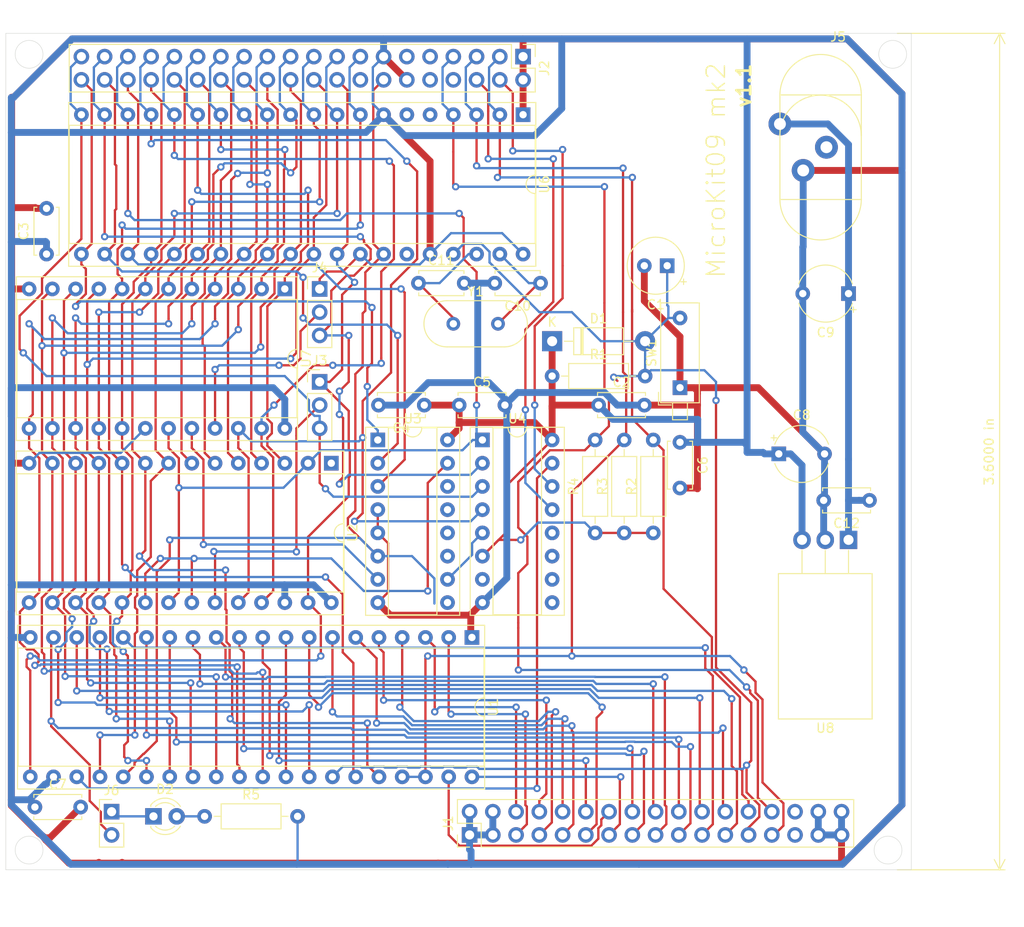
<source format=kicad_pcb>
(kicad_pcb (version 20171130) (host pcbnew 5.1.4-e60b266~84~ubuntu18.04.1)
  (layers (0 F.Cu signal) (31 B.Cu signal) (34 B.Paste user) (35 F.Paste user) (36 B.SilkS user) (37 F.SilkS user) (38 B.Mask user) (39 F.Mask user) (44 Edge.Cuts user))
  (net 0 "")
  (net 1 /RESET*)
  (net 2 GND)
  (net 3 +5V)
  (net 4 "Net-(C10-Pad1)")
  (net 5 "Net-(C11-Pad1)")
  (net 6 /PA0)
  (net 7 /PA1)
  (net 8 /PA2)
  (net 9 /PA3)
  (net 10 /PA4)
  (net 11 /PA5)
  (net 12 /PA6)
  (net 13 /PA7)
  (net 14 /CA1)
  (net 15 /CA2)
  (net 16 /PB0)
  (net 17 /PB1)
  (net 18 /PB2)
  (net 19 /PB3)
  (net 20 /PB4)
  (net 21 /PB5)
  (net 22 /PB6)
  (net 23 /PB7)
  (net 24 /CB1)
  (net 25 /CB2)
  (net 26 /NMI*)
  (net 27 /IRQ*)
  (net 28 /FIRQ*)
  (net 29 "Net-(J1-Pad29)")
  (net 30 "Net-(J1-Pad30)")
  (net 31 /A0)
  (net 32 /E)
  (net 33 /D7)
  (net 34 /D6)
  (net 35 /D5)
  (net 36 /D4)
  (net 37 /D3)
  (net 38 /D2)
  (net 39 /D1)
  (net 40 /D0)
  (net 41 /A8)
  (net 42 /A9)
  (net 43 /A10)
  (net 44 /A3)
  (net 45 /A4)
  (net 46 /A5)
  (net 47 /A6)
  (net 48 /A7)
  (net 49 /A13)
  (net 50 "Net-(U3-Pad9)")
  (net 51 /A14)
  (net 52 /A15)
  (net 53 "Net-(U3-Pad11)")
  (net 54 "Net-(U3-Pad12)")
  (net 55 "Net-(U3-Pad13)")
  (net 56 "Net-(U3-Pad14)")
  (net 57 "Net-(U3-Pad7)")
  (net 58 /A12)
  (net 59 /A11)
  (net 60 "Net-(U6-Pad35)")
  (net 61 "Net-(U6-Pad6)")
  (net 62 "Net-(U6-Pad5)")
  (net 63 /A2)
  (net 64 /RW*)
  (net 65 /A1)
  (net 66 "Net-(J2-Pad33)")
  (net 67 "Net-(J2-Pad6)")
  (net 68 "Net-(J2-Pad36)")
  (net 69 "Net-(J2-Pad5)")
  (net 70 "Net-(J2-Pad37)")
  (net 71 /A11_WR*)
  (net 72 /A11_Vpp)
  (net 73 /A000-A3FF)
  (net 74 "Net-(U3-Pad10)")
  (net 75 "Net-(U4-Pad7)")
  (net 76 "Net-(U4-Pad12)")
  (net 77 "Net-(U4-Pad11)")
  (net 78 "Net-(U4-Pad10)")
  (net 79 "Net-(U4-Pad9)")
  (net 80 "Net-(J5-Pad3)")
  (net 81 "Net-(C12-Pad1)")
  (net 82 "Net-(D2-Pad2)")
  (net 83 "Net-(D2-Pad1)")
  (net 84 "Net-(U2-Pad20)")
  (net 85 /A800-ABFF*)
  (net 86 /A400-A7FF*)
  (module Package_DIP:DIP-28_W15.24mm_Socket (layer F.Cu) (at 142.875 80.01 270)
    (fp_text reference U2 (at 7.62 -2.33 90) (layer F.SilkS))
    (fp_text value 6264_alt)
    (pad 28 thru_hole oval (at 15.24 0 270) (size 1.6 1.6) (drill 0.8) (layers *.Cu *.Mask) (net 3 +5V))
    (pad 14 thru_hole oval (at 0 33.02 270) (size 1.6 1.6) (drill 0.8) (layers *.Cu *.Mask) (net 2 GND))
    (pad 27 thru_hole oval (at 15.24 2.54 270) (size 1.6 1.6) (drill 0.8) (layers *.Cu *.Mask) (net 64 /RW*))
    (pad 13 thru_hole oval (at 0 30.48 270) (size 1.6 1.6) (drill 0.8) (layers *.Cu *.Mask) (net 38 /D2))
    (pad 26 thru_hole oval (at 15.24 5.08 270) (size 1.6 1.6) (drill 0.8) (layers *.Cu *.Mask) (net 3 +5V))
    (pad 12 thru_hole oval (at 0 27.94 270) (size 1.6 1.6) (drill 0.8) (layers *.Cu *.Mask) (net 39 /D1))
    (pad 25 thru_hole oval (at 15.24 7.62 270) (size 1.6 1.6) (drill 0.8) (layers *.Cu *.Mask) (net 41 /A8))
    (pad 11 thru_hole oval (at 0 25.4 270) (size 1.6 1.6) (drill 0.8) (layers *.Cu *.Mask) (net 40 /D0))
    (pad 24 thru_hole oval (at 15.24 10.16 270) (size 1.6 1.6) (drill 0.8) (layers *.Cu *.Mask) (net 42 /A9))
    (pad 10 thru_hole oval (at 0 22.86 270) (size 1.6 1.6) (drill 0.8) (layers *.Cu *.Mask) (net 31 /A0))
    (pad 23 thru_hole oval (at 15.24 12.7 270) (size 1.6 1.6) (drill 0.8) (layers *.Cu *.Mask) (net 71 /A11_WR*))
    (pad 9 thru_hole oval (at 0 20.32 270) (size 1.6 1.6) (drill 0.8) (layers *.Cu *.Mask) (net 65 /A1))
    (pad 22 thru_hole oval (at 15.24 15.24 270) (size 1.6 1.6) (drill 0.8) (layers *.Cu *.Mask) (net 84 "Net-(U2-Pad20)"))
    (pad 8 thru_hole oval (at 0 17.78 270) (size 1.6 1.6) (drill 0.8) (layers *.Cu *.Mask) (net 63 /A2))
    (pad 21 thru_hole oval (at 15.24 17.78 270) (size 1.6 1.6) (drill 0.8) (layers *.Cu *.Mask) (net 43 /A10))
    (pad 7 thru_hole oval (at 0 15.24 270) (size 1.6 1.6) (drill 0.8) (layers *.Cu *.Mask) (net 44 /A3))
    (pad 20 thru_hole oval (at 15.24 20.32 270) (size 1.6 1.6) (drill 0.8) (layers *.Cu *.Mask) (net 84 "Net-(U2-Pad20)"))
    (pad 6 thru_hole oval (at 0 12.7 270) (size 1.6 1.6) (drill 0.8) (layers *.Cu *.Mask) (net 45 /A4))
    (pad 19 thru_hole oval (at 15.24 22.86 270) (size 1.6 1.6) (drill 0.8) (layers *.Cu *.Mask) (net 33 /D7))
    (pad 5 thru_hole oval (at 0 10.16 270) (size 1.6 1.6) (drill 0.8) (layers *.Cu *.Mask) (net 46 /A5))
    (pad 18 thru_hole oval (at 15.24 25.4 270) (size 1.6 1.6) (drill 0.8) (layers *.Cu *.Mask) (net 34 /D6))
    (pad 4 thru_hole oval (at 0 7.62 270) (size 1.6 1.6) (drill 0.8) (layers *.Cu *.Mask) (net 47 /A6))
    (pad 17 thru_hole oval (at 15.24 27.94 270) (size 1.6 1.6) (drill 0.8) (layers *.Cu *.Mask) (net 35 /D5))
    (pad 3 thru_hole oval (at 0 5.08 270) (size 1.6 1.6) (drill 0.8) (layers *.Cu *.Mask) (net 48 /A7))
    (pad 16 thru_hole oval (at 15.24 30.48 270) (size 1.6 1.6) (drill 0.8) (layers *.Cu *.Mask) (net 36 /D4))
    (pad 2 thru_hole oval (at 0 2.54 270) (size 1.6 1.6) (drill 0.8) (layers *.Cu *.Mask) (net 43 /A10))
    (pad 15 thru_hole oval (at 15.24 33.02 270) (size 1.6 1.6) (drill 0.8) (layers *.Cu *.Mask) (net 37 /D3))
    (pad 1 thru_hole rect (at 0 0 270) (size 1.6 1.6) (drill 0.8) (layers *.Cu *.Mask))
  )
  (module Resistor_THT:R_Axial_DIN0207_L6.3mm_D2.5mm_P10.16mm_Horizontal (layer F.Cu) (at 129.032 118.618)
    (fp_text reference R5 (at 5.08 -2.37) (layer F.SilkS))
    (fp_text value 330)
    (pad 2 thru_hole oval (at 10.16 0) (size 1.6 1.6) (drill 0.8) (layers *.Cu *.Mask) (net 3 +5V))
    (pad 1 thru_hole circle (at 0 0) (size 1.6 1.6) (drill 0.8) (layers *.Cu *.Mask) (net 82 "Net-(D2-Pad2)"))
  )
  (module Connector_PinHeader_2.54mm:PinHeader_1x02_P2.54mm_Vertical (layer F.Cu) (at 118.872 118.11)
    (fp_text reference J6 (at 0 -2.33) (layer F.SilkS))
    (fp_text value "LED enable")
    (pad 2 thru_hole oval (at 0 2.54) (size 1.7 1.7) (drill 1) (layers *.Cu *.Mask) (net 25 /CB2))
    (pad 1 thru_hole rect (at 0 0) (size 1.7 1.7) (drill 1) (layers *.Cu *.Mask) (net 83 "Net-(D2-Pad1)"))
  )
  (module LED_THT:LED_D3.0mm (layer F.Cu) (at 123.444 118.618)
    (fp_text reference D2 (at 1.27 -2.96) (layer F.SilkS))
    (fp_text value Green)
    (pad 2 thru_hole circle (at 2.54 0) (size 1.8 1.8) (drill 0.9) (layers *.Cu *.Mask) (net 82 "Net-(D2-Pad2)"))
    (pad 1 thru_hole rect (at 0 0) (size 1.8 1.8) (drill 0.9) (layers *.Cu *.Mask) (net 83 "Net-(D2-Pad1)"))
  )
  (module Capacitor_THT:CP_Radial_Tantal_D6.0mm_P5.00mm (layer F.Cu) (at 199.39 61.468 180)
    (fp_text reference C9 (at 2.5 -4.25) (layer F.SilkS))
    (fp_text value 100uF/25V)
    (pad 2 thru_hole circle (at 5 0 180) (size 1.6 1.6) (drill 0.8) (layers *.Cu *.Mask) (net 2 GND))
    (pad 1 thru_hole rect (at 0 0 180) (size 1.6 1.6) (drill 0.8) (layers *.Cu *.Mask) (net 81 "Net-(C12-Pad1)"))
  )
  (module Capacitor_THT:C_Disc_D5.0mm_W2.5mm_P5.00mm (layer F.Cu) (at 180.975 77.724 270)
    (fp_text reference C6 (at 2.5 -2.5 90) (layer F.SilkS))
    (fp_text value 100nF)
    (pad 2 thru_hole circle (at 5 0 270) (size 1.6 1.6) (drill 0.8) (layers *.Cu *.Mask) (net 2 GND))
    (pad 1 thru_hole circle (at 0 0 270) (size 1.6 1.6) (drill 0.8) (layers *.Cu *.Mask) (net 3 +5V))
  )
  (module Capacitor_THT:C_Disc_D5.0mm_W2.5mm_P5.00mm (layer F.Cu) (at 201.676 84.074 180)
    (fp_text reference C12 (at 2.5 -2.5) (layer F.SilkS))
    (fp_text value 100nF)
    (pad 2 thru_hole circle (at 5 0 180) (size 1.6 1.6) (drill 0.8) (layers *.Cu *.Mask) (net 2 GND))
    (pad 1 thru_hole circle (at 0 0 180) (size 1.6 1.6) (drill 0.8) (layers *.Cu *.Mask) (net 81 "Net-(C12-Pad1)"))
  )
  (module Button_Switch_THT:SW_DIP_SPSTx01_Piano_10.8x4.1mm_W7.62mm_P2.54mm (layer F.Cu) (at 180.975 71.755 90)
    (fp_text reference SW1 (at 3.81 -3.11 90) (layer F.SilkS))
    (fp_text value Reset)
    (pad 2 thru_hole oval (at 7.62 0 90) (size 1.6 1.6) (drill 0.8) (layers *.Cu *.Mask) (net 1 /RESET*))
    (pad 1 thru_hole rect (at 0 0 90) (size 1.6 1.6) (drill 0.8) (layers *.Cu *.Mask) (net 2 GND))
  )
  (module Package_DIP:DIP-40_W15.24mm_Socket (layer F.Cu) (at 158.242 99.06 270)
    (fp_text reference U1 (at 7.62 -2.33 90) (layer F.SilkS))
    (fp_text value 6821)
    (pad 40 thru_hole oval (at 15.24 0 270) (size 1.6 1.6) (drill 0.8) (layers *.Cu *.Mask) (net 14 /CA1))
    (pad 20 thru_hole oval (at 0 48.26 270) (size 1.6 1.6) (drill 0.8) (layers *.Cu *.Mask) (net 3 +5V))
    (pad 39 thru_hole oval (at 15.24 2.54 270) (size 1.6 1.6) (drill 0.8) (layers *.Cu *.Mask) (net 15 /CA2))
    (pad 19 thru_hole oval (at 0 45.72 270) (size 1.6 1.6) (drill 0.8) (layers *.Cu *.Mask) (net 25 /CB2))
    (pad 38 thru_hole oval (at 15.24 5.08 270) (size 1.6 1.6) (drill 0.8) (layers *.Cu *.Mask) (net 27 /IRQ*))
    (pad 18 thru_hole oval (at 0 43.18 270) (size 1.6 1.6) (drill 0.8) (layers *.Cu *.Mask) (net 24 /CB1))
    (pad 37 thru_hole oval (at 15.24 7.62 270) (size 1.6 1.6) (drill 0.8) (layers *.Cu *.Mask) (net 27 /IRQ*))
    (pad 17 thru_hole oval (at 0 40.64 270) (size 1.6 1.6) (drill 0.8) (layers *.Cu *.Mask) (net 23 /PB7))
    (pad 36 thru_hole oval (at 15.24 10.16 270) (size 1.6 1.6) (drill 0.8) (layers *.Cu *.Mask) (net 65 /A1))
    (pad 16 thru_hole oval (at 0 38.1 270) (size 1.6 1.6) (drill 0.8) (layers *.Cu *.Mask) (net 22 /PB6))
    (pad 35 thru_hole oval (at 15.24 12.7 270) (size 1.6 1.6) (drill 0.8) (layers *.Cu *.Mask) (net 31 /A0))
    (pad 15 thru_hole oval (at 0 35.56 270) (size 1.6 1.6) (drill 0.8) (layers *.Cu *.Mask) (net 21 /PB5))
    (pad 34 thru_hole oval (at 15.24 15.24 270) (size 1.6 1.6) (drill 0.8) (layers *.Cu *.Mask) (net 1 /RESET*))
    (pad 14 thru_hole oval (at 0 33.02 270) (size 1.6 1.6) (drill 0.8) (layers *.Cu *.Mask) (net 20 /PB4))
    (pad 33 thru_hole oval (at 15.24 17.78 270) (size 1.6 1.6) (drill 0.8) (layers *.Cu *.Mask) (net 40 /D0))
    (pad 13 thru_hole oval (at 0 30.48 270) (size 1.6 1.6) (drill 0.8) (layers *.Cu *.Mask) (net 19 /PB3))
    (pad 32 thru_hole oval (at 15.24 20.32 270) (size 1.6 1.6) (drill 0.8) (layers *.Cu *.Mask) (net 39 /D1))
    (pad 12 thru_hole oval (at 0 27.94 270) (size 1.6 1.6) (drill 0.8) (layers *.Cu *.Mask) (net 18 /PB2))
    (pad 31 thru_hole oval (at 15.24 22.86 270) (size 1.6 1.6) (drill 0.8) (layers *.Cu *.Mask) (net 38 /D2))
    (pad 11 thru_hole oval (at 0 25.4 270) (size 1.6 1.6) (drill 0.8) (layers *.Cu *.Mask) (net 17 /PB1))
    (pad 30 thru_hole oval (at 15.24 25.4 270) (size 1.6 1.6) (drill 0.8) (layers *.Cu *.Mask) (net 37 /D3))
    (pad 10 thru_hole oval (at 0 22.86 270) (size 1.6 1.6) (drill 0.8) (layers *.Cu *.Mask) (net 16 /PB0))
    (pad 29 thru_hole oval (at 15.24 27.94 270) (size 1.6 1.6) (drill 0.8) (layers *.Cu *.Mask) (net 36 /D4))
    (pad 9 thru_hole oval (at 0 20.32 270) (size 1.6 1.6) (drill 0.8) (layers *.Cu *.Mask) (net 13 /PA7))
    (pad 28 thru_hole oval (at 15.24 30.48 270) (size 1.6 1.6) (drill 0.8) (layers *.Cu *.Mask) (net 35 /D5))
    (pad 8 thru_hole oval (at 0 17.78 270) (size 1.6 1.6) (drill 0.8) (layers *.Cu *.Mask) (net 12 /PA6))
    (pad 27 thru_hole oval (at 15.24 33.02 270) (size 1.6 1.6) (drill 0.8) (layers *.Cu *.Mask) (net 34 /D6))
    (pad 7 thru_hole oval (at 0 15.24 270) (size 1.6 1.6) (drill 0.8) (layers *.Cu *.Mask) (net 11 /PA5))
    (pad 26 thru_hole oval (at 15.24 35.56 270) (size 1.6 1.6) (drill 0.8) (layers *.Cu *.Mask) (net 33 /D7))
    (pad 6 thru_hole oval (at 0 12.7 270) (size 1.6 1.6) (drill 0.8) (layers *.Cu *.Mask) (net 10 /PA4))
    (pad 25 thru_hole oval (at 15.24 38.1 270) (size 1.6 1.6) (drill 0.8) (layers *.Cu *.Mask) (net 32 /E))
    (pad 5 thru_hole oval (at 0 10.16 270) (size 1.6 1.6) (drill 0.8) (layers *.Cu *.Mask) (net 9 /PA3))
    (pad 24 thru_hole oval (at 15.24 40.64 270) (size 1.6 1.6) (drill 0.8) (layers *.Cu *.Mask) (net 63 /A2))
    (pad 4 thru_hole oval (at 0 7.62 270) (size 1.6 1.6) (drill 0.8) (layers *.Cu *.Mask) (net 8 /PA2))
    (pad 23 thru_hole oval (at 15.24 43.18 270) (size 1.6 1.6) (drill 0.8) (layers *.Cu *.Mask) (net 73 /A000-A3FF))
    (pad 3 thru_hole oval (at 0 5.08 270) (size 1.6 1.6) (drill 0.8) (layers *.Cu *.Mask) (net 7 /PA1))
    (pad 22 thru_hole oval (at 15.24 45.72 270) (size 1.6 1.6) (drill 0.8) (layers *.Cu *.Mask) (net 3 +5V))
    (pad 2 thru_hole oval (at 0 2.54 270) (size 1.6 1.6) (drill 0.8) (layers *.Cu *.Mask) (net 6 /PA0))
    (pad 21 thru_hole oval (at 15.24 48.26 270) (size 1.6 1.6) (drill 0.8) (layers *.Cu *.Mask) (net 64 /RW*))
    (pad 1 thru_hole rect (at 0 0 270) (size 1.6 1.6) (drill 0.8) (layers *.Cu *.Mask) (net 2 GND))
  )
  (module Package_DIP:DIP-40_W15.24mm_Socket (layer F.Cu) (at 163.83 41.91 270)
    (fp_text reference U6 (at 7.62 -2.33 90) (layer F.SilkS))
    (fp_text value MC6809)
    (pad 40 thru_hole oval (at 15.24 0 270) (size 1.6 1.6) (drill 0.8) (layers *.Cu *.Mask) (net 3 +5V))
    (pad 20 thru_hole oval (at 0 48.26 270) (size 1.6 1.6) (drill 0.8) (layers *.Cu *.Mask) (net 58 /A12))
    (pad 39 thru_hole oval (at 15.24 2.54 270) (size 1.6 1.6) (drill 0.8) (layers *.Cu *.Mask) (net 4 "Net-(C10-Pad1)"))
    (pad 19 thru_hole oval (at 0 45.72 270) (size 1.6 1.6) (drill 0.8) (layers *.Cu *.Mask) (net 59 /A11))
    (pad 38 thru_hole oval (at 15.24 5.08 270) (size 1.6 1.6) (drill 0.8) (layers *.Cu *.Mask) (net 5 "Net-(C11-Pad1)"))
    (pad 18 thru_hole oval (at 0 43.18 270) (size 1.6 1.6) (drill 0.8) (layers *.Cu *.Mask) (net 43 /A10))
    (pad 37 thru_hole oval (at 15.24 7.62 270) (size 1.6 1.6) (drill 0.8) (layers *.Cu *.Mask) (net 1 /RESET*))
    (pad 17 thru_hole oval (at 0 40.64 270) (size 1.6 1.6) (drill 0.8) (layers *.Cu *.Mask) (net 42 /A9))
    (pad 36 thru_hole oval (at 15.24 10.16 270) (size 1.6 1.6) (drill 0.8) (layers *.Cu *.Mask) (net 3 +5V))
    (pad 16 thru_hole oval (at 0 38.1 270) (size 1.6 1.6) (drill 0.8) (layers *.Cu *.Mask) (net 41 /A8))
    (pad 35 thru_hole oval (at 15.24 12.7 270) (size 1.6 1.6) (drill 0.8) (layers *.Cu *.Mask) (net 60 "Net-(U6-Pad35)"))
    (pad 15 thru_hole oval (at 0 35.56 270) (size 1.6 1.6) (drill 0.8) (layers *.Cu *.Mask) (net 48 /A7))
    (pad 34 thru_hole oval (at 15.24 15.24 270) (size 1.6 1.6) (drill 0.8) (layers *.Cu *.Mask) (net 32 /E))
    (pad 14 thru_hole oval (at 0 33.02 270) (size 1.6 1.6) (drill 0.8) (layers *.Cu *.Mask) (net 47 /A6))
    (pad 33 thru_hole oval (at 15.24 17.78 270) (size 1.6 1.6) (drill 0.8) (layers *.Cu *.Mask) (net 3 +5V))
    (pad 13 thru_hole oval (at 0 30.48 270) (size 1.6 1.6) (drill 0.8) (layers *.Cu *.Mask) (net 46 /A5))
    (pad 32 thru_hole oval (at 15.24 20.32 270) (size 1.6 1.6) (drill 0.8) (layers *.Cu *.Mask) (net 64 /RW*))
    (pad 12 thru_hole oval (at 0 27.94 270) (size 1.6 1.6) (drill 0.8) (layers *.Cu *.Mask) (net 45 /A4))
    (pad 31 thru_hole oval (at 15.24 22.86 270) (size 1.6 1.6) (drill 0.8) (layers *.Cu *.Mask) (net 40 /D0))
    (pad 11 thru_hole oval (at 0 25.4 270) (size 1.6 1.6) (drill 0.8) (layers *.Cu *.Mask) (net 44 /A3))
    (pad 30 thru_hole oval (at 15.24 25.4 270) (size 1.6 1.6) (drill 0.8) (layers *.Cu *.Mask) (net 39 /D1))
    (pad 10 thru_hole oval (at 0 22.86 270) (size 1.6 1.6) (drill 0.8) (layers *.Cu *.Mask) (net 63 /A2))
    (pad 29 thru_hole oval (at 15.24 27.94 270) (size 1.6 1.6) (drill 0.8) (layers *.Cu *.Mask) (net 38 /D2))
    (pad 9 thru_hole oval (at 0 20.32 270) (size 1.6 1.6) (drill 0.8) (layers *.Cu *.Mask) (net 65 /A1))
    (pad 28 thru_hole oval (at 15.24 30.48 270) (size 1.6 1.6) (drill 0.8) (layers *.Cu *.Mask) (net 37 /D3))
    (pad 8 thru_hole oval (at 0 17.78 270) (size 1.6 1.6) (drill 0.8) (layers *.Cu *.Mask) (net 31 /A0))
    (pad 27 thru_hole oval (at 15.24 33.02 270) (size 1.6 1.6) (drill 0.8) (layers *.Cu *.Mask) (net 36 /D4))
    (pad 7 thru_hole oval (at 0 15.24 270) (size 1.6 1.6) (drill 0.8) (layers *.Cu *.Mask) (net 3 +5V))
    (pad 26 thru_hole oval (at 15.24 35.56 270) (size 1.6 1.6) (drill 0.8) (layers *.Cu *.Mask) (net 35 /D5))
    (pad 6 thru_hole oval (at 0 12.7 270) (size 1.6 1.6) (drill 0.8) (layers *.Cu *.Mask) (net 61 "Net-(U6-Pad6)"))
    (pad 25 thru_hole oval (at 15.24 38.1 270) (size 1.6 1.6) (drill 0.8) (layers *.Cu *.Mask) (net 34 /D6))
    (pad 5 thru_hole oval (at 0 10.16 270) (size 1.6 1.6) (drill 0.8) (layers *.Cu *.Mask) (net 62 "Net-(U6-Pad5)"))
    (pad 24 thru_hole oval (at 15.24 40.64 270) (size 1.6 1.6) (drill 0.8) (layers *.Cu *.Mask) (net 33 /D7))
    (pad 4 thru_hole oval (at 0 7.62 270) (size 1.6 1.6) (drill 0.8) (layers *.Cu *.Mask) (net 28 /FIRQ*))
    (pad 23 thru_hole oval (at 15.24 43.18 270) (size 1.6 1.6) (drill 0.8) (layers *.Cu *.Mask) (net 52 /A15))
    (pad 3 thru_hole oval (at 0 5.08 270) (size 1.6 1.6) (drill 0.8) (layers *.Cu *.Mask) (net 27 /IRQ*))
    (pad 22 thru_hole oval (at 15.24 45.72 270) (size 1.6 1.6) (drill 0.8) (layers *.Cu *.Mask) (net 51 /A14))
    (pad 2 thru_hole oval (at 0 2.54 270) (size 1.6 1.6) (drill 0.8) (layers *.Cu *.Mask) (net 26 /NMI*))
    (pad 21 thru_hole oval (at 15.24 48.26 270) (size 1.6 1.6) (drill 0.8) (layers *.Cu *.Mask) (net 49 /A13))
    (pad 1 thru_hole rect (at 0 0 270) (size 1.6 1.6) (drill 0.8) (layers *.Cu *.Mask) (net 2 GND))
  )
  (module MicroKit09:Barrel_Jack_vertical_alt (layer F.Cu) (at 193.802 37.846)
    (fp_text reference J5 (at 4.445 -4.445) (layer F.SilkS))
    (fp_text value Power)
    (pad 3 thru_hole circle (at 3.175 7.62 270) (size 2.5 2.5) (drill 1.3) (layers *.Cu *.Mask) (net 80 "Net-(J5-Pad3)"))
    (pad 2 thru_hole circle (at 0.635 10.16 270) (size 2.5 2.5) (drill 1.3) (layers *.Cu *.Mask) (net 2 GND))
    (pad 1 thru_hole circle (at -1.905 5.08 270) (size 2.5 2.5) (drill 1.3) (layers *.Cu *.Mask) (net 81 "Net-(C12-Pad1)"))
  )
  (module Package_TO_SOT_THT:TO-220-3_Horizontal_TabDown (layer F.Cu) (at 199.39 88.392 180)
    (fp_text reference U8 (at 2.54 -20.58) (layer F.SilkS))
    (fp_text value LM7805_TO220)
    (pad 3 thru_hole oval (at 5.08 0 180) (size 1.905 2) (drill 1.1) (layers *.Cu *.Mask) (net 3 +5V))
    (pad 2 thru_hole oval (at 2.54 0 180) (size 1.905 2) (drill 1.1) (layers *.Cu *.Mask) (net 2 GND))
    (pad 1 thru_hole rect (at 0 0 180) (size 1.905 2) (drill 1.1) (layers *.Cu *.Mask) (net 81 "Net-(C12-Pad1)"))
    (pad "" np_thru_hole oval (at 2.54 -16.66 180) (size 3.5 3.5) (drill 3.5) (layers *.Cu *.Mask))
  )
  (module Package_DIP:DIP-24_W15.24mm_Socket (layer F.Cu) (at 137.795 60.96 270)
    (fp_text reference U7 (at 7.62 -2.33 90) (layer F.SilkS))
    (fp_text value 2732_alt)
    (pad 24 thru_hole oval (at 15.24 0 270) (size 1.6 1.6) (drill 0.8) (layers *.Cu *.Mask) (net 3 +5V))
    (pad 12 thru_hole oval (at 0 27.94 270) (size 1.6 1.6) (drill 0.8) (layers *.Cu *.Mask) (net 2 GND))
    (pad 23 thru_hole oval (at 15.24 2.54 270) (size 1.6 1.6) (drill 0.8) (layers *.Cu *.Mask) (net 41 /A8))
    (pad 11 thru_hole oval (at 0 25.4 270) (size 1.6 1.6) (drill 0.8) (layers *.Cu *.Mask) (net 38 /D2))
    (pad 22 thru_hole oval (at 15.24 5.08 270) (size 1.6 1.6) (drill 0.8) (layers *.Cu *.Mask) (net 42 /A9))
    (pad 10 thru_hole oval (at 0 22.86 270) (size 1.6 1.6) (drill 0.8) (layers *.Cu *.Mask) (net 39 /D1))
    (pad 21 thru_hole oval (at 15.24 7.62 270) (size 1.6 1.6) (drill 0.8) (layers *.Cu *.Mask) (net 72 /A11_Vpp))
    (pad 9 thru_hole oval (at 0 20.32 270) (size 1.6 1.6) (drill 0.8) (layers *.Cu *.Mask) (net 40 /D0))
    (pad 20 thru_hole oval (at 15.24 10.16 270) (size 1.6 1.6) (drill 0.8) (layers *.Cu *.Mask) (net 57 "Net-(U3-Pad7)"))
    (pad 8 thru_hole oval (at 0 17.78 270) (size 1.6 1.6) (drill 0.8) (layers *.Cu *.Mask) (net 31 /A0))
    (pad 19 thru_hole oval (at 15.24 12.7 270) (size 1.6 1.6) (drill 0.8) (layers *.Cu *.Mask) (net 43 /A10))
    (pad 7 thru_hole oval (at 0 15.24 270) (size 1.6 1.6) (drill 0.8) (layers *.Cu *.Mask) (net 65 /A1))
    (pad 18 thru_hole oval (at 15.24 15.24 270) (size 1.6 1.6) (drill 0.8) (layers *.Cu *.Mask) (net 2 GND))
    (pad 6 thru_hole oval (at 0 12.7 270) (size 1.6 1.6) (drill 0.8) (layers *.Cu *.Mask) (net 63 /A2))
    (pad 17 thru_hole oval (at 15.24 17.78 270) (size 1.6 1.6) (drill 0.8) (layers *.Cu *.Mask) (net 33 /D7))
    (pad 5 thru_hole oval (at 0 10.16 270) (size 1.6 1.6) (drill 0.8) (layers *.Cu *.Mask) (net 44 /A3))
    (pad 16 thru_hole oval (at 15.24 20.32 270) (size 1.6 1.6) (drill 0.8) (layers *.Cu *.Mask) (net 34 /D6))
    (pad 4 thru_hole oval (at 0 7.62 270) (size 1.6 1.6) (drill 0.8) (layers *.Cu *.Mask) (net 45 /A4))
    (pad 15 thru_hole oval (at 15.24 22.86 270) (size 1.6 1.6) (drill 0.8) (layers *.Cu *.Mask) (net 35 /D5))
    (pad 3 thru_hole oval (at 0 5.08 270) (size 1.6 1.6) (drill 0.8) (layers *.Cu *.Mask) (net 46 /A5))
    (pad 14 thru_hole oval (at 15.24 25.4 270) (size 1.6 1.6) (drill 0.8) (layers *.Cu *.Mask) (net 36 /D4))
    (pad 2 thru_hole oval (at 0 2.54 270) (size 1.6 1.6) (drill 0.8) (layers *.Cu *.Mask) (net 47 /A6))
    (pad 13 thru_hole oval (at 15.24 27.94 270) (size 1.6 1.6) (drill 0.8) (layers *.Cu *.Mask) (net 37 /D3))
    (pad 1 thru_hole rect (at 0 0 270) (size 1.6 1.6) (drill 0.8) (layers *.Cu *.Mask) (net 48 /A7))
  )
  (module Package_DIP:DIP-16_W7.62mm_Socket (layer F.Cu) (at 159.385 77.47)
    (fp_text reference U4 (at 3.81 -2.33) (layer F.SilkS))
    (fp_text value 74LS138)
    (pad 16 thru_hole oval (at 7.62 0) (size 1.6 1.6) (drill 0.8) (layers *.Cu *.Mask) (net 3 +5V))
    (pad 8 thru_hole oval (at 0 17.78) (size 1.6 1.6) (drill 0.8) (layers *.Cu *.Mask) (net 2 GND))
    (pad 15 thru_hole oval (at 7.62 2.54) (size 1.6 1.6) (drill 0.8) (layers *.Cu *.Mask) (net 73 /A000-A3FF))
    (pad 7 thru_hole oval (at 0 15.24) (size 1.6 1.6) (drill 0.8) (layers *.Cu *.Mask) (net 75 "Net-(U4-Pad7)"))
    (pad 14 thru_hole oval (at 7.62 5.08) (size 1.6 1.6) (drill 0.8) (layers *.Cu *.Mask) (net 86 /A400-A7FF*))
    (pad 6 thru_hole oval (at 0 12.7) (size 1.6 1.6) (drill 0.8) (layers *.Cu *.Mask) (net 3 +5V))
    (pad 13 thru_hole oval (at 7.62 7.62) (size 1.6 1.6) (drill 0.8) (layers *.Cu *.Mask) (net 85 /A800-ABFF*))
    (pad 5 thru_hole oval (at 0 10.16) (size 1.6 1.6) (drill 0.8) (layers *.Cu *.Mask) (net 74 "Net-(U3-Pad10)"))
    (pad 12 thru_hole oval (at 7.62 10.16) (size 1.6 1.6) (drill 0.8) (layers *.Cu *.Mask) (net 76 "Net-(U4-Pad12)"))
    (pad 4 thru_hole oval (at 0 7.62) (size 1.6 1.6) (drill 0.8) (layers *.Cu *.Mask) (net 42 /A9))
    (pad 11 thru_hole oval (at 7.62 12.7) (size 1.6 1.6) (drill 0.8) (layers *.Cu *.Mask) (net 77 "Net-(U4-Pad11)"))
    (pad 3 thru_hole oval (at 0 5.08) (size 1.6 1.6) (drill 0.8) (layers *.Cu *.Mask) (net 58 /A12))
    (pad 10 thru_hole oval (at 7.62 15.24) (size 1.6 1.6) (drill 0.8) (layers *.Cu *.Mask) (net 78 "Net-(U4-Pad10)"))
    (pad 2 thru_hole oval (at 0 2.54) (size 1.6 1.6) (drill 0.8) (layers *.Cu *.Mask) (net 59 /A11))
    (pad 9 thru_hole oval (at 7.62 17.78) (size 1.6 1.6) (drill 0.8) (layers *.Cu *.Mask) (net 79 "Net-(U4-Pad9)"))
    (pad 1 thru_hole rect (at 0 0) (size 1.6 1.6) (drill 0.8) (layers *.Cu *.Mask) (net 43 /A10))
  )
  (module Connector_PinHeader_2.54mm:PinHeader_1x03_P2.54mm_Vertical (layer F.Cu) (at 141.605 60.96)
    (fp_text reference J4 (at 0 -2.33) (layer F.SilkS))
    (fp_text value 2k/4k)
    (pad 3 thru_hole oval (at 0 5.08) (size 1.7 1.7) (drill 1) (layers *.Cu *.Mask) (net 59 /A11))
    (pad 2 thru_hole oval (at 0 2.54) (size 1.7 1.7) (drill 1) (layers *.Cu *.Mask) (net 72 /A11_Vpp))
    (pad 1 thru_hole rect (at 0 0) (size 1.7 1.7) (drill 1) (layers *.Cu *.Mask) (net 3 +5V))
  )
  (module Connector_PinHeader_2.54mm:PinHeader_1x03_P2.54mm_Vertical (layer F.Cu) (at 141.605 71.12)
    (fp_text reference J3 (at 0 -2.33) (layer F.SilkS))
    (fp_text value 2k/8k)
    (pad 3 thru_hole oval (at 0 5.08) (size 1.7 1.7) (drill 1) (layers *.Cu *.Mask) (net 58 /A12))
    (pad 2 thru_hole oval (at 0 2.54) (size 1.7 1.7) (drill 1) (layers *.Cu *.Mask) (net 71 /A11_WR*))
    (pad 1 thru_hole rect (at 0 0) (size 1.7 1.7) (drill 1) (layers *.Cu *.Mask) (net 64 /RW*))
  )
  (module MicroKit09:PinHeader_2x20_P2.54mm_Vertical_CC (layer F.Cu) (at 163.83 35.56 270)
    (fp_text reference J2 (at 1.27 -2.33 90) (layer F.SilkS))
    (fp_text value ExtensionConnector)
    (pad 21 thru_hole oval (at 2.54 48.26 270) (size 1.7 1.7) (drill 1) (layers *.Cu *.Mask) (net 49 /A13))
    (pad 20 thru_hole oval (at 0 48.26 270) (size 1.7 1.7) (drill 1) (layers *.Cu *.Mask) (net 58 /A12))
    (pad 22 thru_hole oval (at 2.54 45.72 270) (size 1.7 1.7) (drill 1) (layers *.Cu *.Mask) (net 51 /A14))
    (pad 19 thru_hole oval (at 0 45.72 270) (size 1.7 1.7) (drill 1) (layers *.Cu *.Mask) (net 59 /A11))
    (pad 23 thru_hole oval (at 2.54 43.18 270) (size 1.7 1.7) (drill 1) (layers *.Cu *.Mask) (net 52 /A15))
    (pad 18 thru_hole oval (at 0 43.18 270) (size 1.7 1.7) (drill 1) (layers *.Cu *.Mask) (net 43 /A10))
    (pad 24 thru_hole oval (at 2.54 40.64 270) (size 1.7 1.7) (drill 1) (layers *.Cu *.Mask) (net 33 /D7))
    (pad 17 thru_hole oval (at 0 40.64 270) (size 1.7 1.7) (drill 1) (layers *.Cu *.Mask) (net 42 /A9))
    (pad 25 thru_hole oval (at 2.54 38.1 270) (size 1.7 1.7) (drill 1) (layers *.Cu *.Mask) (net 34 /D6))
    (pad 16 thru_hole oval (at 0 38.1 270) (size 1.7 1.7) (drill 1) (layers *.Cu *.Mask) (net 41 /A8))
    (pad 26 thru_hole oval (at 2.54 35.56 270) (size 1.7 1.7) (drill 1) (layers *.Cu *.Mask) (net 35 /D5))
    (pad 15 thru_hole oval (at 0 35.56 270) (size 1.7 1.7) (drill 1) (layers *.Cu *.Mask) (net 48 /A7))
    (pad 27 thru_hole oval (at 2.54 33.02 270) (size 1.7 1.7) (drill 1) (layers *.Cu *.Mask) (net 36 /D4))
    (pad 14 thru_hole oval (at 0 33.02 270) (size 1.7 1.7) (drill 1) (layers *.Cu *.Mask) (net 47 /A6))
    (pad 28 thru_hole oval (at 2.54 30.48 270) (size 1.7 1.7) (drill 1) (layers *.Cu *.Mask) (net 37 /D3))
    (pad 13 thru_hole oval (at 0 30.48 270) (size 1.7 1.7) (drill 1) (layers *.Cu *.Mask) (net 46 /A5))
    (pad 29 thru_hole oval (at 2.54 27.94 270) (size 1.7 1.7) (drill 1) (layers *.Cu *.Mask) (net 38 /D2))
    (pad 12 thru_hole oval (at 0 27.94 270) (size 1.7 1.7) (drill 1) (layers *.Cu *.Mask) (net 45 /A4))
    (pad 30 thru_hole oval (at 2.54 25.4 270) (size 1.7 1.7) (drill 1) (layers *.Cu *.Mask) (net 39 /D1))
    (pad 11 thru_hole oval (at 0 25.4 270) (size 1.7 1.7) (drill 1) (layers *.Cu *.Mask) (net 44 /A3))
    (pad 31 thru_hole oval (at 2.54 22.86 270) (size 1.7 1.7) (drill 1) (layers *.Cu *.Mask) (net 40 /D0))
    (pad 10 thru_hole oval (at 0 22.86 270) (size 1.7 1.7) (drill 1) (layers *.Cu *.Mask) (net 63 /A2))
    (pad 32 thru_hole oval (at 2.54 20.32 270) (size 1.7 1.7) (drill 1) (layers *.Cu *.Mask) (net 64 /RW*))
    (pad 9 thru_hole oval (at 0 20.32 270) (size 1.7 1.7) (drill 1) (layers *.Cu *.Mask) (net 65 /A1))
    (pad 33 thru_hole oval (at 2.54 17.78 270) (size 1.7 1.7) (drill 1) (layers *.Cu *.Mask) (net 66 "Net-(J2-Pad33)"))
    (pad 8 thru_hole oval (at 0 17.78 270) (size 1.7 1.7) (drill 1) (layers *.Cu *.Mask) (net 31 /A0))
    (pad 34 thru_hole oval (at 2.54 15.24 270) (size 1.7 1.7) (drill 1) (layers *.Cu *.Mask) (net 32 /E))
    (pad 7 thru_hole oval (at 0 15.24 270) (size 1.7 1.7) (drill 1) (layers *.Cu *.Mask) (net 3 +5V))
    (pad 35 thru_hole oval (at 2.54 12.7 270) (size 1.7 1.7) (drill 1) (layers *.Cu *.Mask) (net 3 +5V))
    (pad 6 thru_hole oval (at 0 12.7 270) (size 1.7 1.7) (drill 1) (layers *.Cu *.Mask) (net 67 "Net-(J2-Pad6)"))
    (pad 36 thru_hole oval (at 2.54 10.16 270) (size 1.7 1.7) (drill 1) (layers *.Cu *.Mask) (net 68 "Net-(J2-Pad36)"))
    (pad 5 thru_hole oval (at 0 10.16 270) (size 1.7 1.7) (drill 1) (layers *.Cu *.Mask) (net 69 "Net-(J2-Pad5)"))
    (pad 37 thru_hole oval (at 2.54 7.62 270) (size 1.7 1.7) (drill 1) (layers *.Cu *.Mask) (net 70 "Net-(J2-Pad37)"))
    (pad 4 thru_hole oval (at 0 7.62 270) (size 1.7 1.7) (drill 1) (layers *.Cu *.Mask) (net 28 /FIRQ*))
    (pad 38 thru_hole oval (at 2.54 5.08 270) (size 1.7 1.7) (drill 1) (layers *.Cu *.Mask) (net 85 /A800-ABFF*))
    (pad 3 thru_hole oval (at 0 5.08 270) (size 1.7 1.7) (drill 1) (layers *.Cu *.Mask) (net 27 /IRQ*))
    (pad 39 thru_hole oval (at 2.54 2.54 270) (size 1.7 1.7) (drill 1) (layers *.Cu *.Mask) (net 86 /A400-A7FF*))
    (pad 2 thru_hole oval (at 0 2.54 270) (size 1.7 1.7) (drill 1) (layers *.Cu *.Mask) (net 26 /NMI*))
    (pad 40 thru_hole oval (at 2.54 0 270) (size 1.7 1.7) (drill 1) (layers *.Cu *.Mask) (net 2 GND))
    (pad 1 thru_hole rect (at 0 0 270) (size 1.7 1.7) (drill 1) (layers *.Cu *.Mask) (net 2 GND))
  )
  (module Capacitor_THT:CP_Radial_Tantal_D6.0mm_P2.50mm (layer F.Cu) (at 179.578 58.42 180)
    (fp_text reference C1 (at 1.25 -4.25) (layer F.SilkS))
    (fp_text value 22uF)
    (pad 1 thru_hole rect (at 0 0 180) (size 1.6 1.6) (drill 0.8) (layers *.Cu *.Mask) (net 1 /RESET*))
    (pad 2 thru_hole circle (at 2.5 0 180) (size 1.6 1.6) (drill 0.8) (layers *.Cu *.Mask) (net 2 GND))
  )
  (module Capacitor_THT:C_Disc_D5.0mm_W2.5mm_P5.00mm (layer F.Cu) (at 172.085 73.66)
    (fp_text reference C2 (at 2.5 -2.5) (layer F.SilkS))
    (fp_text value 100nF)
    (pad 2 thru_hole circle (at 5 0) (size 1.6 1.6) (drill 0.8) (layers *.Cu *.Mask) (net 2 GND))
    (pad 1 thru_hole circle (at 0 0) (size 1.6 1.6) (drill 0.8) (layers *.Cu *.Mask) (net 3 +5V))
  )
  (module Capacitor_THT:C_Disc_D5.0mm_W2.5mm_P5.00mm (layer F.Cu) (at 111.76 57.15 90)
    (fp_text reference C3 (at 2.5 -2.5 90) (layer F.SilkS))
    (fp_text value 100nF)
    (pad 1 thru_hole circle (at 0 0 90) (size 1.6 1.6) (drill 0.8) (layers *.Cu *.Mask) (net 3 +5V))
    (pad 2 thru_hole circle (at 5 0 90) (size 1.6 1.6) (drill 0.8) (layers *.Cu *.Mask) (net 2 GND))
  )
  (module Capacitor_THT:C_Disc_D5.0mm_W2.5mm_P5.00mm (layer F.Cu) (at 153.035 73.66 180)
    (fp_text reference C4 (at 2.5 -2.5) (layer F.SilkS))
    (fp_text value 100nF)
    (pad 2 thru_hole circle (at 5 0 180) (size 1.6 1.6) (drill 0.8) (layers *.Cu *.Mask) (net 2 GND))
    (pad 1 thru_hole circle (at 0 0 180) (size 1.6 1.6) (drill 0.8) (layers *.Cu *.Mask) (net 3 +5V))
  )
  (module Capacitor_THT:C_Disc_D5.0mm_W2.5mm_P5.00mm (layer F.Cu) (at 156.845 73.66)
    (fp_text reference C5 (at 2.5 -2.5) (layer F.SilkS))
    (fp_text value 100nF)
    (pad 1 thru_hole circle (at 0 0) (size 1.6 1.6) (drill 0.8) (layers *.Cu *.Mask) (net 3 +5V))
    (pad 2 thru_hole circle (at 5 0) (size 1.6 1.6) (drill 0.8) (layers *.Cu *.Mask) (net 2 GND))
  )
  (module Capacitor_THT:C_Disc_D5.0mm_W2.5mm_P5.00mm (layer F.Cu) (at 110.49 117.602)
    (fp_text reference C7 (at 2.5 -2.5) (layer F.SilkS))
    (fp_text value 100nF)
    (pad 1 thru_hole circle (at 0 0) (size 1.6 1.6) (drill 0.8) (layers *.Cu *.Mask) (net 3 +5V))
    (pad 2 thru_hole circle (at 5 0) (size 1.6 1.6) (drill 0.8) (layers *.Cu *.Mask) (net 2 GND))
  )
  (module Capacitor_THT:CP_Radial_Tantal_D6.0mm_P5.00mm (layer F.Cu) (at 191.77 78.994)
    (fp_text reference C8 (at 2.5 -4.25) (layer F.SilkS))
    (fp_text value 10uF/16V)
    (pad 1 thru_hole rect (at 0 0) (size 1.6 1.6) (drill 0.8) (layers *.Cu *.Mask) (net 3 +5V))
    (pad 2 thru_hole circle (at 5 0) (size 1.6 1.6) (drill 0.8) (layers *.Cu *.Mask) (net 2 GND))
  )
  (module Capacitor_THT:C_Disc_D4.7mm_W2.5mm_P5.00mm (layer F.Cu) (at 165.735 60.325 180)
    (fp_text reference C10 (at 2.5 -2.5) (layer F.SilkS))
    (fp_text value 22pF)
    (pad 1 thru_hole circle (at 0 0 180) (size 1.6 1.6) (drill 0.8) (layers *.Cu *.Mask) (net 4 "Net-(C10-Pad1)"))
    (pad 2 thru_hole circle (at 5 0 180) (size 1.6 1.6) (drill 0.8) (layers *.Cu *.Mask) (net 2 GND))
  )
  (module Capacitor_THT:C_Disc_D4.7mm_W2.5mm_P5.00mm (layer F.Cu) (at 152.4 60.325)
    (fp_text reference C11 (at 2.5 -2.5) (layer F.SilkS))
    (fp_text value 22pF)
    (pad 2 thru_hole circle (at 5 0) (size 1.6 1.6) (drill 0.8) (layers *.Cu *.Mask) (net 2 GND))
    (pad 1 thru_hole circle (at 0 0) (size 1.6 1.6) (drill 0.8) (layers *.Cu *.Mask) (net 5 "Net-(C11-Pad1)"))
  )
  (module Diode_THT:D_DO-41_SOD81_P10.16mm_Horizontal (layer F.Cu) (at 167.005 66.675)
    (fp_text reference D1 (at 5.08 -2.47) (layer F.SilkS))
    (fp_text value D_Schottky_Small)
    (fp_text user K (at 0 -2.1) (layer F.SilkS))
    (pad 1 thru_hole rect (at 0 0) (size 2.2 2.2) (drill 1.1) (layers *.Cu *.Mask) (net 3 +5V))
    (pad 2 thru_hole oval (at 10.16 0) (size 2.2 2.2) (drill 1.1) (layers *.Cu *.Mask) (net 1 /RESET*))
  )
  (module Connector_PinHeader_2.54mm:PinHeader_2x17_P2.54mm_Vertical (layer F.Cu) (at 157.988 120.65 90)
    (fp_text reference J1 (at 1.27 -2.33 90) (layer F.SilkS))
    (fp_text value I/O-board)
    (pad 1 thru_hole rect (at 0 0 90) (size 1.7 1.7) (drill 1) (layers *.Cu *.Mask) (net 3 +5V))
    (pad 2 thru_hole oval (at 2.54 0 90) (size 1.7 1.7) (drill 1) (layers *.Cu *.Mask) (net 3 +5V))
    (pad 3 thru_hole oval (at 0 2.54 90) (size 1.7 1.7) (drill 1) (layers *.Cu *.Mask) (net 3 +5V))
    (pad 4 thru_hole oval (at 2.54 2.54 90) (size 1.7 1.7) (drill 1) (layers *.Cu *.Mask) (net 3 +5V))
    (pad 5 thru_hole oval (at 0 5.08 90) (size 1.7 1.7) (drill 1) (layers *.Cu *.Mask) (net 6 /PA0))
    (pad 6 thru_hole oval (at 2.54 5.08 90) (size 1.7 1.7) (drill 1) (layers *.Cu *.Mask) (net 7 /PA1))
    (pad 7 thru_hole oval (at 0 7.62 90) (size 1.7 1.7) (drill 1) (layers *.Cu *.Mask) (net 8 /PA2))
    (pad 8 thru_hole oval (at 2.54 7.62 90) (size 1.7 1.7) (drill 1) (layers *.Cu *.Mask) (net 9 /PA3))
    (pad 9 thru_hole oval (at 0 10.16 90) (size 1.7 1.7) (drill 1) (layers *.Cu *.Mask) (net 10 /PA4))
    (pad 10 thru_hole oval (at 2.54 10.16 90) (size 1.7 1.7) (drill 1) (layers *.Cu *.Mask) (net 11 /PA5))
    (pad 11 thru_hole oval (at 0 12.7 90) (size 1.7 1.7) (drill 1) (layers *.Cu *.Mask) (net 12 /PA6))
    (pad 12 thru_hole oval (at 2.54 12.7 90) (size 1.7 1.7) (drill 1) (layers *.Cu *.Mask) (net 13 /PA7))
    (pad 13 thru_hole oval (at 0 15.24 90) (size 1.7 1.7) (drill 1) (layers *.Cu *.Mask) (net 14 /CA1))
    (pad 14 thru_hole oval (at 2.54 15.24 90) (size 1.7 1.7) (drill 1) (layers *.Cu *.Mask) (net 15 /CA2))
    (pad 15 thru_hole oval (at 0 17.78 90) (size 1.7 1.7) (drill 1) (layers *.Cu *.Mask) (net 16 /PB0))
    (pad 16 thru_hole oval (at 2.54 17.78 90) (size 1.7 1.7) (drill 1) (layers *.Cu *.Mask) (net 17 /PB1))
    (pad 17 thru_hole oval (at 0 20.32 90) (size 1.7 1.7) (drill 1) (layers *.Cu *.Mask) (net 18 /PB2))
    (pad 18 thru_hole oval (at 2.54 20.32 90) (size 1.7 1.7) (drill 1) (layers *.Cu *.Mask) (net 19 /PB3))
    (pad 19 thru_hole oval (at 0 22.86 90) (size 1.7 1.7) (drill 1) (layers *.Cu *.Mask) (net 20 /PB4))
    (pad 20 thru_hole oval (at 2.54 22.86 90) (size 1.7 1.7) (drill 1) (layers *.Cu *.Mask) (net 21 /PB5))
    (pad 21 thru_hole oval (at 0 25.4 90) (size 1.7 1.7) (drill 1) (layers *.Cu *.Mask) (net 22 /PB6))
    (pad 22 thru_hole oval (at 2.54 25.4 90) (size 1.7 1.7) (drill 1) (layers *.Cu *.Mask) (net 23 /PB7))
    (pad 23 thru_hole oval (at 0 27.94 90) (size 1.7 1.7) (drill 1) (layers *.Cu *.Mask) (net 24 /CB1))
    (pad 24 thru_hole oval (at 2.54 27.94 90) (size 1.7 1.7) (drill 1) (layers *.Cu *.Mask) (net 25 /CB2))
    (pad 25 thru_hole oval (at 0 30.48 90) (size 1.7 1.7) (drill 1) (layers *.Cu *.Mask) (net 1 /RESET*))
    (pad 26 thru_hole oval (at 2.54 30.48 90) (size 1.7 1.7) (drill 1) (layers *.Cu *.Mask) (net 26 /NMI*))
    (pad 27 thru_hole oval (at 0 33.02 90) (size 1.7 1.7) (drill 1) (layers *.Cu *.Mask) (net 27 /IRQ*))
    (pad 28 thru_hole oval (at 2.54 33.02 90) (size 1.7 1.7) (drill 1) (layers *.Cu *.Mask) (net 28 /FIRQ*))
    (pad 29 thru_hole oval (at 0 35.56 90) (size 1.7 1.7) (drill 1) (layers *.Cu *.Mask) (net 29 "Net-(J1-Pad29)"))
    (pad 30 thru_hole oval (at 2.54 35.56 90) (size 1.7 1.7) (drill 1) (layers *.Cu *.Mask) (net 30 "Net-(J1-Pad30)"))
    (pad 31 thru_hole oval (at 0 38.1 90) (size 1.7 1.7) (drill 1) (layers *.Cu *.Mask) (net 2 GND))
    (pad 32 thru_hole oval (at 2.54 38.1 90) (size 1.7 1.7) (drill 1) (layers *.Cu *.Mask) (net 2 GND))
    (pad 33 thru_hole oval (at 0 40.64 90) (size 1.7 1.7) (drill 1) (layers *.Cu *.Mask) (net 2 GND))
    (pad 34 thru_hole oval (at 2.54 40.64 90) (size 1.7 1.7) (drill 1) (layers *.Cu *.Mask) (net 2 GND))
  )
  (module Resistor_THT:R_Axial_DIN0207_L6.3mm_D2.5mm_P10.16mm_Horizontal (layer F.Cu) (at 167.005 70.485)
    (fp_text reference R1 (at 5.08 -2.37) (layer F.SilkS))
    (fp_text value 5k6)
    (pad 2 thru_hole oval (at 10.16 0) (size 1.6 1.6) (drill 0.8) (layers *.Cu *.Mask) (net 1 /RESET*))
    (pad 1 thru_hole circle (at 0 0) (size 1.6 1.6) (drill 0.8) (layers *.Cu *.Mask) (net 3 +5V))
  )
  (module Resistor_THT:R_Axial_DIN0207_L6.3mm_D2.5mm_P10.16mm_Horizontal (layer F.Cu) (at 178.054 87.63 90)
    (fp_text reference R2 (at 5.08 -2.37 90) (layer F.SilkS))
    (fp_text value 3k3)
    (pad 1 thru_hole circle (at 0 0 90) (size 1.6 1.6) (drill 0.8) (layers *.Cu *.Mask) (net 3 +5V))
    (pad 2 thru_hole oval (at 10.16 0 90) (size 1.6 1.6) (drill 0.8) (layers *.Cu *.Mask) (net 26 /NMI*))
  )
  (module Resistor_THT:R_Axial_DIN0207_L6.3mm_D2.5mm_P10.16mm_Horizontal (layer F.Cu) (at 174.879 87.63 90)
    (fp_text reference R3 (at 5.08 -2.37 90) (layer F.SilkS))
    (fp_text value 3k3)
    (pad 2 thru_hole oval (at 10.16 0 90) (size 1.6 1.6) (drill 0.8) (layers *.Cu *.Mask) (net 27 /IRQ*))
    (pad 1 thru_hole circle (at 0 0 90) (size 1.6 1.6) (drill 0.8) (layers *.Cu *.Mask) (net 3 +5V))
  )
  (module Resistor_THT:R_Axial_DIN0207_L6.3mm_D2.5mm_P10.16mm_Horizontal (layer F.Cu) (at 171.704 87.63 90)
    (fp_text reference R4 (at 5.08 -2.37 90) (layer F.SilkS))
    (fp_text value 3k3)
    (pad 1 thru_hole circle (at 0 0 90) (size 1.6 1.6) (drill 0.8) (layers *.Cu *.Mask) (net 3 +5V))
    (pad 2 thru_hole oval (at 10.16 0 90) (size 1.6 1.6) (drill 0.8) (layers *.Cu *.Mask) (net 28 /FIRQ*))
  )
  (module Package_DIP:DIP-16_W7.62mm_Socket (layer F.Cu) (at 147.955 77.47)
    (fp_text reference U3 (at 3.81 -2.33) (layer F.SilkS))
    (fp_text value 74LS138)
    (pad 1 thru_hole rect (at 0 0) (size 1.6 1.6) (drill 0.8) (layers *.Cu *.Mask) (net 49 /A13))
    (pad 9 thru_hole oval (at 7.62 17.78) (size 1.6 1.6) (drill 0.8) (layers *.Cu *.Mask) (net 50 "Net-(U3-Pad9)"))
    (pad 2 thru_hole oval (at 0 2.54) (size 1.6 1.6) (drill 0.8) (layers *.Cu *.Mask) (net 51 /A14))
    (pad 10 thru_hole oval (at 7.62 15.24) (size 1.6 1.6) (drill 0.8) (layers *.Cu *.Mask) (net 74 "Net-(U3-Pad10)"))
    (pad 3 thru_hole oval (at 0 5.08) (size 1.6 1.6) (drill 0.8) (layers *.Cu *.Mask) (net 52 /A15))
    (pad 11 thru_hole oval (at 7.62 12.7) (size 1.6 1.6) (drill 0.8) (layers *.Cu *.Mask) (net 53 "Net-(U3-Pad11)"))
    (pad 4 thru_hole oval (at 0 7.62) (size 1.6 1.6) (drill 0.8) (layers *.Cu *.Mask) (net 2 GND))
    (pad 12 thru_hole oval (at 7.62 10.16) (size 1.6 1.6) (drill 0.8) (layers *.Cu *.Mask) (net 54 "Net-(U3-Pad12)"))
    (pad 5 thru_hole oval (at 0 10.16) (size 1.6 1.6) (drill 0.8) (layers *.Cu *.Mask) (net 2 GND))
    (pad 13 thru_hole oval (at 7.62 7.62) (size 1.6 1.6) (drill 0.8) (layers *.Cu *.Mask) (net 55 "Net-(U3-Pad13)"))
    (pad 6 thru_hole oval (at 0 12.7) (size 1.6 1.6) (drill 0.8) (layers *.Cu *.Mask) (net 32 /E))
    (pad 14 thru_hole oval (at 7.62 5.08) (size 1.6 1.6) (drill 0.8) (layers *.Cu *.Mask) (net 56 "Net-(U3-Pad14)"))
    (pad 7 thru_hole oval (at 0 15.24) (size 1.6 1.6) (drill 0.8) (layers *.Cu *.Mask) (net 57 "Net-(U3-Pad7)"))
    (pad 15 thru_hole oval (at 7.62 2.54) (size 1.6 1.6) (drill 0.8) (layers *.Cu *.Mask) (net 84 "Net-(U2-Pad20)"))
    (pad 8 thru_hole oval (at 0 17.78) (size 1.6 1.6) (drill 0.8) (layers *.Cu *.Mask) (net 2 GND))
    (pad 16 thru_hole oval (at 7.62 0) (size 1.6 1.6) (drill 0.8) (layers *.Cu *.Mask) (net 3 +5V))
  )
  (module Crystal:Crystal_HC49-U_Vertical (layer F.Cu) (at 156.21 64.77)
    (fp_text reference Y1 (at 2.44 -3.525) (layer F.SilkS))
    (fp_text value 4MHz)
    (pad 1 thru_hole circle (at 0 0) (size 1.5 1.5) (drill 0.8) (layers *.Cu *.Mask) (net 5 "Net-(C11-Pad1)"))
    (pad 2 thru_hole circle (at 4.88 0) (size 1.5 1.5) (drill 0.8) (layers *.Cu *.Mask) (net 4 "Net-(C10-Pad1)"))
  )
  (dimension 91.44 (width 0.12) (layer F.SilkS) (gr_text "91,440 mm" (at 217.17 78.74 270) (layer F.SilkS) (effects (font (size 1 1) (thickness 0.15)))) (feature1 (pts (xy 204.724 124.46) (xy 216.486421 124.46))) (feature2 (pts (xy 204.724 33.02) (xy 216.486421 33.02))) (crossbar (pts (xy 215.9 33.02) (xy 215.9 124.46))) (arrow1a (pts (xy 215.9 124.46) (xy 215.313579 123.333496))) (arrow1b (pts (xy 215.9 124.46) (xy 216.486421 123.333496))) (arrow2a (pts (xy 215.9 33.02) (xy 215.313579 34.146504))) (arrow2b (pts (xy 215.9 33.02) (xy 216.486421 34.146504))))
  (gr_text v1.1 (at 187.96 38.735 90) (layer F.SilkS) (effects (font (size 1.5 1.5) (thickness 0.3))))
  (gr_line (start 206.248 124.46) (end 202.184 124.46) (layer Edge.Cuts) (width 0.05))
  (gr_line (start 206.248 33.02) (end 206.248 124.46) (layer Edge.Cuts) (width 0.05))
  (gr_line (start 107.315 33.02) (end 206.248 33.02) (layer Edge.Cuts) (width 0.05))
  (gr_line (start 202.184 124.46) (end 183.515 124.46) (layer Edge.Cuts) (width 0.05))
  (gr_text "MicroKit09 mk2" (at 184.912 48.006 90) (layer F.SilkS) (effects (font (size 2 2))))
  (gr_circle (center 109.855 122.304525) (end 109.855 123.825) (layer Edge.Cuts) (width 0.05))
  (gr_circle (center 203.708 122.304525) (end 203.708 123.825) (layer Edge.Cuts) (width 0.05))
  (gr_circle (center 204.216 35.309525) (end 204.216 36.83) (layer Edge.Cuts) (width 0.05))
  (gr_line (start 107.315 124.46) (end 107.95 124.46) (layer Edge.Cuts) (width 0.05))
  (gr_circle (center 109.855 35.309525) (end 109.855 36.83) (layer Edge.Cuts) (width 0.05))
  (gr_line (start 107.95 124.46) (end 183.515 124.46) (layer Edge.Cuts) (width 0.05))
  (gr_line (start 107.315 33.02) (end 107.315 124.46) (layer Edge.Cuts) (width 0.05))
  (segment (start 177.165 66.675) (end 177.165 70.485) (width 0.25) (layer B.Cu) (net 1))
  (segment (start 179.705 64.135) (end 180.975 64.135) (width 0.25) (layer B.Cu) (net 1))
  (segment (start 179.705 64.135) (end 179.578 64.262) (width 0.25) (layer B.Cu) (net 1))
  (segment (start 177.165 66.675) (end 179.578 64.262) (width 0.25) (layer B.Cu) (net 1))
  (segment (start 177.165 70.485) (end 173.863 70.485) (width 0.25) (layer B.Cu) (net 1))
  (segment (start 174.135999 71.011999) (end 173.736 70.612) (width 0.25) (layer F.Cu) (net 1))
  (via (at 173.736 70.612) (size 0.8) (drill 0.4) (layers F.Cu B.Cu) (net 1))
  (segment (start 173.863 70.485) (end 173.736 70.612) (width 0.25) (layer B.Cu) (net 1))
  (via (at 184.912 73.152) (size 0.8) (drill 0.4) (layers F.Cu B.Cu) (net 1))
  (segment (start 177.8 69.85) (end 177.165 70.485) (width 0.25) (layer B.Cu) (net 1))
  (segment (start 183.642 69.85) (end 177.8 69.85) (width 0.25) (layer B.Cu) (net 1))
  (segment (start 184.912 73.152) (end 184.912 71.12) (width 0.25) (layer B.Cu) (net 1))
  (segment (start 184.912 71.12) (end 183.642 69.85) (width 0.25) (layer B.Cu) (net 1))
  (segment (start 153.702001 113.174999) (end 153.811002 113.284) (width 0.25) (layer B.Cu) (net 1))
  (via (at 188.25099 113.03) (size 0.8) (drill 0.4) (layers F.Cu B.Cu) (net 1))
  (segment (start 149.972998 113.284) (end 150.081999 113.174999) (width 0.25) (layer B.Cu) (net 1))
  (segment (start 157.701999 113.174999) (end 158.782001 113.174999) (width 0.25) (layer B.Cu) (net 1))
  (segment (start 155.052998 113.284) (end 155.161999 113.174999) (width 0.25) (layer B.Cu) (net 1))
  (segment (start 143.002 114.3) (end 144.127001 113.174999) (width 0.25) (layer B.Cu) (net 1))
  (segment (start 144.127001 113.174999) (end 146.082001 113.174999) (width 0.25) (layer B.Cu) (net 1))
  (segment (start 146.082001 113.174999) (end 146.191002 113.284) (width 0.25) (layer B.Cu) (net 1))
  (segment (start 146.191002 113.284) (end 147.432998 113.284) (width 0.25) (layer B.Cu) (net 1))
  (segment (start 152.621999 113.174999) (end 153.702001 113.174999) (width 0.25) (layer B.Cu) (net 1))
  (segment (start 147.432998 113.284) (end 147.541999 113.174999) (width 0.25) (layer B.Cu) (net 1))
  (segment (start 155.161999 113.174999) (end 156.242001 113.174999) (width 0.25) (layer B.Cu) (net 1))
  (segment (start 159.037001 113.429999) (end 187.850991 113.429999) (width 0.25) (layer B.Cu) (net 1))
  (segment (start 187.850991 113.429999) (end 188.25099 113.03) (width 0.25) (layer B.Cu) (net 1))
  (segment (start 157.592998 113.284) (end 157.701999 113.174999) (width 0.25) (layer B.Cu) (net 1))
  (segment (start 156.351002 113.284) (end 157.592998 113.284) (width 0.25) (layer B.Cu) (net 1))
  (segment (start 156.242001 113.174999) (end 156.351002 113.284) (width 0.25) (layer B.Cu) (net 1))
  (segment (start 153.811002 113.284) (end 155.052998 113.284) (width 0.25) (layer B.Cu) (net 1))
  (segment (start 152.512998 113.284) (end 152.621999 113.174999) (width 0.25) (layer B.Cu) (net 1))
  (segment (start 151.271002 113.284) (end 152.512998 113.284) (width 0.25) (layer B.Cu) (net 1))
  (segment (start 147.541999 113.174999) (end 148.622001 113.174999) (width 0.25) (layer B.Cu) (net 1))
  (segment (start 151.162001 113.174999) (end 151.271002 113.284) (width 0.25) (layer B.Cu) (net 1))
  (segment (start 158.782001 113.174999) (end 159.037001 113.429999) (width 0.25) (layer B.Cu) (net 1))
  (segment (start 150.081999 113.174999) (end 151.162001 113.174999) (width 0.25) (layer B.Cu) (net 1))
  (segment (start 148.731002 113.284) (end 149.972998 113.284) (width 0.25) (layer B.Cu) (net 1))
  (segment (start 148.622001 113.174999) (end 148.731002 113.284) (width 0.25) (layer B.Cu) (net 1))
  (segment (start 189.643001 117.381411) (end 188.25099 115.9894) (width 0.25) (layer F.Cu) (net 1))
  (segment (start 188.25099 113.595685) (end 188.25099 113.03) (width 0.25) (layer F.Cu) (net 1))
  (segment (start 189.643001 118.674001) (end 189.643001 117.381411) (width 0.25) (layer F.Cu) (net 1))
  (segment (start 188.25099 115.9894) (end 188.25099 113.595685) (width 0.25) (layer F.Cu) (net 1))
  (segment (start 188.468 119.849002) (end 189.643001 118.674001) (width 0.25) (layer F.Cu) (net 1))
  (segment (start 188.468 120.65) (end 188.468 119.849002) (width 0.25) (layer F.Cu) (net 1))
  (segment (start 188.650989 112.630001) (end 188.25099 113.03) (width 0.25) (layer F.Cu) (net 1))
  (segment (start 188.758999 112.521991) (end 188.650989 112.630001) (width 0.25) (layer F.Cu) (net 1))
  (segment (start 184.912 73.152) (end 184.912 102.338427) (width 0.25) (layer F.Cu) (net 1))
  (segment (start 184.912 102.338427) (end 188.758999 106.185426) (width 0.25) (layer F.Cu) (net 1))
  (segment (start 188.758999 106.185426) (end 188.758999 112.521991) (width 0.25) (layer F.Cu) (net 1))
  (segment (start 179.705 62.865) (end 179.705 64.135) (width 0.25) (layer B.Cu) (net 1))
  (segment (start 179.578 62.738) (end 179.705 62.865) (width 0.25) (layer B.Cu) (net 1))
  (segment (start 179.578 58.42) (end 179.578 62.738) (width 0.25) (layer B.Cu) (net 1))
  (segment (start 172.339 66.675) (end 177.165 66.675) (width 0.25) (layer B.Cu) (net 1))
  (segment (start 157.335001 56.024999) (end 159.290001 56.024999) (width 0.25) (layer B.Cu) (net 1))
  (segment (start 165.608 63.5) (end 169.164 63.5) (width 0.25) (layer B.Cu) (net 1))
  (segment (start 156.21 57.15) (end 157.335001 56.024999) (width 0.25) (layer B.Cu) (net 1))
  (segment (start 159.290001 56.024999) (end 160.164999 56.899997) (width 0.25) (layer B.Cu) (net 1))
  (segment (start 160.164999 56.899997) (end 160.164999 58.056999) (width 0.25) (layer B.Cu) (net 1))
  (segment (start 169.164 63.5) (end 172.339 66.675) (width 0.25) (layer B.Cu) (net 1))
  (segment (start 160.164999 58.056999) (end 165.608 63.5) (width 0.25) (layer B.Cu) (net 1))
  (segment (start 107.95 40.005) (end 108.174438 40.005) (width 0.75) (layer F.Cu) (net 2))
  (segment (start 108.174438 40.005) (end 114.559428 33.62001) (width 0.75) (layer F.Cu) (net 2))
  (segment (start 163.83 33.655) (end 163.79501 33.62001) (width 0.75) (layer F.Cu) (net 2))
  (segment (start 163.83 35.56) (end 163.83 33.655) (width 0.75) (layer F.Cu) (net 2))
  (segment (start 114.559428 33.62001) (end 163.79501 33.62001) (width 0.75) (layer F.Cu) (net 2))
  (segment (start 163.83 40.36) (end 163.83 41.91) (width 0.75) (layer F.Cu) (net 2))
  (segment (start 110.54863 52.07) (end 107.95 52.07) (width 0.75) (layer F.Cu) (net 2))
  (segment (start 111.76 52.15) (end 110.62863 52.15) (width 0.75) (layer F.Cu) (net 2))
  (segment (start 110.62863 52.15) (end 110.54863 52.07) (width 0.75) (layer F.Cu) (net 2))
  (segment (start 107.95 52.07) (end 107.95 40.005) (width 0.75) (layer F.Cu) (net 2))
  (segment (start 109.855 60.96) (end 107.95 60.96) (width 0.75) (layer F.Cu) (net 2))
  (segment (start 107.95 60.96) (end 107.95 52.07) (width 0.75) (layer F.Cu) (net 2))
  (segment (start 109.855 80.01) (end 107.95 80.01) (width 0.75) (layer F.Cu) (net 2))
  (segment (start 107.95 80.01) (end 107.95 60.96) (width 0.75) (layer F.Cu) (net 2))
  (segment (start 158.585001 96.049999) (end 159.385 95.25) (width 0.75) (layer F.Cu) (net 2))
  (segment (start 158.009999 96.625001) (end 158.585001 96.049999) (width 0.75) (layer F.Cu) (net 2))
  (segment (start 149.330001 96.625001) (end 158.009999 96.625001) (width 0.75) (layer F.Cu) (net 2))
  (segment (start 147.955 95.25) (end 149.330001 96.625001) (width 0.75) (layer F.Cu) (net 2))
  (segment (start 158.115 96.730002) (end 158.115 99.06) (width 0.75) (layer F.Cu) (net 2))
  (segment (start 158.009999 96.625001) (end 158.115 96.730002) (width 0.75) (layer F.Cu) (net 2))
  (segment (start 117.475 123.64422) (end 117.38461 123.73461) (width 0.75) (layer F.Cu) (net 2))
  (segment (start 120.015 123.64422) (end 120.10539 123.73461) (width 0.75) (layer F.Cu) (net 2))
  (segment (start 120.10539 123.73461) (end 117.38461 123.73461) (width 0.75) (layer F.Cu) (net 2))
  (segment (start 150.999998 73.66) (end 153.459998 71.2) (width 0.75) (layer B.Cu) (net 2))
  (segment (start 148.035 73.66) (end 150.999998 73.66) (width 0.75) (layer B.Cu) (net 2))
  (segment (start 182.88 72.11) (end 182.88 72.39) (width 0.75) (layer F.Cu) (net 2))
  (segment (start 182.525 71.755) (end 182.88 72.11) (width 0.75) (layer F.Cu) (net 2))
  (segment (start 180.975 71.755) (end 182.525 71.755) (width 0.75) (layer F.Cu) (net 2))
  (segment (start 182.88 72.39) (end 182.88 73.66) (width 0.75) (layer F.Cu) (net 2))
  (segment (start 177.085 73.66) (end 182.88 73.66) (width 0.75) (layer F.Cu) (net 2))
  (segment (start 110.654999 79.210001) (end 109.855 80.01) (width 0.25) (layer B.Cu) (net 2))
  (segment (start 110.980001 78.884999) (end 110.654999 79.210001) (width 0.25) (layer B.Cu) (net 2))
  (segment (start 119.870001 78.884999) (end 110.980001 78.884999) (width 0.25) (layer B.Cu) (net 2))
  (segment (start 122.555 76.2) (end 119.870001 78.884999) (width 0.25) (layer B.Cu) (net 2))
  (segment (start 158.877 71.153) (end 158.924 71.2) (width 0.75) (layer B.Cu) (net 2))
  (segment (start 158.877 60.325) (end 158.877 71.153) (width 0.75) (layer B.Cu) (net 2))
  (segment (start 153.459998 71.2) (end 158.924 71.2) (width 0.75) (layer B.Cu) (net 2))
  (segment (start 158.877 60.325) (end 160.735 60.325) (width 0.75) (layer B.Cu) (net 2))
  (segment (start 157.4 60.325) (end 158.877 60.325) (width 0.75) (layer B.Cu) (net 2))
  (segment (start 160.1 71.2) (end 158.924 71.2) (width 0.75) (layer B.Cu) (net 2))
  (segment (start 161.845 73.66) (end 161.845 72.945) (width 0.75) (layer B.Cu) (net 2))
  (segment (start 161.845 72.945) (end 160.1 71.2) (width 0.75) (layer B.Cu) (net 2))
  (segment (start 182.8 82.724) (end 182.88 82.804) (width 0.75) (layer F.Cu) (net 2))
  (segment (start 180.975 82.724) (end 182.8 82.724) (width 0.75) (layer F.Cu) (net 2))
  (segment (start 182.88 73.66) (end 182.88 82.804) (width 0.75) (layer F.Cu) (net 2))
  (segment (start 147.955 85.09) (end 147.955 87.63) (width 0.25) (layer F.Cu) (net 2))
  (segment (start 149.080001 94.124999) (end 148.754999 94.450001) (width 0.25) (layer F.Cu) (net 2))
  (segment (start 149.080001 88.755001) (end 149.080001 94.124999) (width 0.25) (layer F.Cu) (net 2))
  (segment (start 148.754999 94.450001) (end 147.955 95.25) (width 0.25) (layer F.Cu) (net 2))
  (segment (start 147.955 87.63) (end 149.080001 88.755001) (width 0.25) (layer F.Cu) (net 2))
  (segment (start 194.437 48.006) (end 194.437 56.341) (width 0.75) (layer B.Cu) (net 2))
  (segment (start 196.676 88.218) (end 196.85 88.392) (width 0.75) (layer B.Cu) (net 2))
  (segment (start 196.676 84.074) (end 196.676 88.218) (width 0.75) (layer B.Cu) (net 2))
  (segment (start 196.77 83.98) (end 196.676 84.074) (width 0.75) (layer B.Cu) (net 2))
  (segment (start 196.77 78.994) (end 196.77 83.98) (width 0.75) (layer B.Cu) (net 2))
  (segment (start 194.39 56.388) (end 194.39 61.468) (width 0.75) (layer B.Cu) (net 2))
  (segment (start 194.437 56.341) (end 194.39 56.388) (width 0.75) (layer B.Cu) (net 2))
  (segment (start 194.39 76.614) (end 196.77 78.994) (width 0.75) (layer B.Cu) (net 2))
  (segment (start 194.39 61.468) (end 194.39 76.614) (width 0.75) (layer B.Cu) (net 2))
  (segment (start 196.088 120.65) (end 196.088 118.11) (width 0.75) (layer B.Cu) (net 2))
  (segment (start 198.628 120.65) (end 198.628 118.11) (width 0.75) (layer B.Cu) (net 2))
  (segment (start 196.088 120.65) (end 198.628 120.65) (width 0.75) (layer B.Cu) (net 2))
  (segment (start 198.628 123.698) (end 198.59139 123.73461) (width 0.75) (layer F.Cu) (net 2))
  (segment (start 198.628 120.65) (end 198.628 123.698) (width 0.75) (layer F.Cu) (net 2))
  (segment (start 111.361646 120.810347) (end 111.357541 120.781553) (width 0.75) (layer F.Cu) (net 2))
  (segment (start 110.952899 120.4779) (end 107.91501 117.440011) (width 0.75) (layer F.Cu) (net 2))
  (segment (start 111.636147 121.138982) (end 111.637299 121.121103) (width 0.75) (layer F.Cu) (net 2))
  (segment (start 107.91501 96.200025) (end 107.95 96.165035) (width 0.75) (layer F.Cu) (net 2))
  (segment (start 111.357541 120.781553) (end 110.952899 120.4779) (width 0.75) (layer F.Cu) (net 2))
  (segment (start 111.573782 121.048831) (end 111.574012 121.030915) (width 0.75) (layer F.Cu) (net 2))
  (segment (start 111.695856 121.214424) (end 111.636147 121.138982) (width 0.75) (layer F.Cu) (net 2))
  (segment (start 111.695186 121.220185) (end 111.695856 121.214424) (width 0.75) (layer F.Cu) (net 2))
  (segment (start 107.91501 117.440011) (end 107.91501 96.200025) (width 0.75) (layer F.Cu) (net 2))
  (segment (start 111.574012 121.030915) (end 111.50686 120.962012) (width 0.75) (layer F.Cu) (net 2))
  (segment (start 111.506169 120.944116) (end 111.361646 120.810347) (width 0.75) (layer F.Cu) (net 2))
  (segment (start 114.20961 123.73461) (end 111.695186 121.220185) (width 0.75) (layer F.Cu) (net 2))
  (segment (start 111.637299 121.121103) (end 111.573782 121.048831) (width 0.75) (layer F.Cu) (net 2))
  (segment (start 111.50686 120.962012) (end 111.506169 120.944116) (width 0.75) (layer F.Cu) (net 2))
  (segment (start 117.38461 123.73461) (end 114.20961 123.73461) (width 0.75) (layer F.Cu) (net 2))
  (segment (start 107.95 96.165035) (end 107.95 80.01) (width 0.75) (layer F.Cu) (net 2))
  (segment (start 189.531 71.755) (end 196.77 78.994) (width 0.75) (layer F.Cu) (net 2))
  (segment (start 180.975 71.755) (end 189.531 71.755) (width 0.75) (layer F.Cu) (net 2))
  (segment (start 112.129988 120.962012) (end 111.50686 120.962012) (width 0.75) (layer F.Cu) (net 2))
  (segment (start 115.49 117.602) (end 112.129988 120.962012) (width 0.75) (layer F.Cu) (net 2))
  (segment (start 160.184999 94.450001) (end 159.385 95.25) (width 0.75) (layer B.Cu) (net 2))
  (segment (start 162.052 92.583) (end 160.184999 94.450001) (width 0.75) (layer B.Cu) (net 2))
  (segment (start 161.845 73.66) (end 162.052 73.867) (width 0.75) (layer B.Cu) (net 2))
  (segment (start 162.052 73.867) (end 162.052 92.583) (width 0.75) (layer B.Cu) (net 2))
  (segment (start 163.220001 72.284999) (end 162.644999 72.860001) (width 0.75) (layer B.Cu) (net 2))
  (segment (start 172.745001 72.284999) (end 163.220001 72.284999) (width 0.75) (layer B.Cu) (net 2))
  (segment (start 162.644999 72.860001) (end 161.845 73.66) (width 0.75) (layer B.Cu) (net 2))
  (segment (start 174.120002 73.66) (end 172.745001 72.284999) (width 0.75) (layer B.Cu) (net 2))
  (segment (start 177.085 73.66) (end 174.120002 73.66) (width 0.75) (layer B.Cu) (net 2))
  (segment (start 180.975 66.170002) (end 180.975 70.205) (width 0.75) (layer F.Cu) (net 2))
  (segment (start 180.975 70.205) (end 180.975 71.755) (width 0.75) (layer F.Cu) (net 2))
  (segment (start 177.078 58.42) (end 177.078 62.273002) (width 0.75) (layer F.Cu) (net 2))
  (segment (start 177.078 62.273002) (end 180.975 66.170002) (width 0.75) (layer F.Cu) (net 2))
  (segment (start 154.549588 123.73461) (end 120.10539 123.73461) (width 0.75) (layer F.Cu) (net 2))
  (segment (start 198.59139 123.73461) (end 154.549588 123.73461) (width 0.75) (layer F.Cu) (net 2))
  (segment (start 163.83 35.56) (end 163.83 40.36) (width 0.75) (layer F.Cu) (net 2))
  (segment (start 198.84539 123.73461) (end 198.59139 123.73461) (width 0.75) (layer F.Cu) (net 2))
  (segment (start 205.232 117.348) (end 198.84539 123.73461) (width 0.75) (layer F.Cu) (net 2))
  (segment (start 205.232 48.26) (end 205.232 117.348) (width 0.75) (layer F.Cu) (net 2))
  (segment (start 205.232 39.624) (end 205.232 47.752) (width 0.75) (layer F.Cu) (net 2))
  (segment (start 163.79501 33.62001) (end 199.22801 33.62001) (width 0.75) (layer F.Cu) (net 2))
  (segment (start 199.22801 33.62001) (end 205.232 39.624) (width 0.75) (layer F.Cu) (net 2))
  (segment (start 204.978 48.006) (end 205.232 48.26) (width 0.75) (layer F.Cu) (net 2))
  (segment (start 194.437 48.006) (end 204.978 48.006) (width 0.75) (layer F.Cu) (net 2))
  (segment (start 108.139448 40.03999) (end 114.559428 33.62001) (width 0.75) (layer B.Cu) (net 3))
  (segment (start 114.417844 123.85999) (end 107.91501 117.357156) (width 0.75) (layer B.Cu) (net 3))
  (segment (start 107.91501 40.03999) (end 108.139448 40.03999) (width 0.75) (layer B.Cu) (net 3))
  (segment (start 107.985021 55.774999) (end 107.91501 55.84501) (width 0.75) (layer B.Cu) (net 3))
  (segment (start 111.76 55.88) (end 111.654999 55.774999) (width 0.75) (layer B.Cu) (net 3))
  (segment (start 111.76 57.15) (end 111.76 55.88) (width 0.75) (layer B.Cu) (net 3))
  (segment (start 111.654999 55.774999) (end 107.985021 55.774999) (width 0.75) (layer B.Cu) (net 3))
  (segment (start 153.67 46.99) (end 148.59 41.91) (width 0.75) (layer F.Cu) (net 3))
  (segment (start 153.67 57.15) (end 153.67 46.99) (width 0.75) (layer F.Cu) (net 3))
  (segment (start 148.59 33.655) (end 148.55501 33.62001) (width 0.75) (layer B.Cu) (net 3))
  (segment (start 148.59 35.56) (end 148.59 33.655) (width 0.75) (layer B.Cu) (net 3))
  (segment (start 114.559428 33.62001) (end 148.55501 33.62001) (width 0.75) (layer B.Cu) (net 3))
  (segment (start 155.575 123.825) (end 155.60999 123.85999) (width 0.75) (layer B.Cu) (net 3))
  (segment (start 158.115 123.825) (end 158.14999 123.85999) (width 0.75) (layer B.Cu) (net 3))
  (segment (start 158.14999 123.85999) (end 155.60999 123.85999) (width 0.75) (layer B.Cu) (net 3))
  (segment (start 109.88999 116.80501) (end 107.91501 116.80501) (width 0.75) (layer B.Cu) (net 3))
  (segment (start 107.91501 117.357156) (end 107.91501 116.80501) (width 0.75) (layer B.Cu) (net 3))
  (segment (start 107.95 99.06) (end 107.91501 99.09499) (width 0.75) (layer B.Cu) (net 3))
  (segment (start 109.855 99.06) (end 107.95 99.06) (width 0.75) (layer B.Cu) (net 3))
  (segment (start 107.91501 116.80501) (end 107.91501 99.09499) (width 0.75) (layer B.Cu) (net 3))
  (segment (start 153.035 73.66) (end 156.845 73.66) (width 0.75) (layer F.Cu) (net 3))
  (segment (start 156.845 76.2) (end 155.575 77.47) (width 0.75) (layer F.Cu) (net 3))
  (segment (start 165.1 75.565) (end 156.845 75.565) (width 0.75) (layer F.Cu) (net 3))
  (segment (start 167.005 77.47) (end 165.1 75.565) (width 0.75) (layer F.Cu) (net 3))
  (segment (start 156.845 73.66) (end 156.845 75.565) (width 0.75) (layer F.Cu) (net 3))
  (segment (start 156.845 75.565) (end 156.845 76.2) (width 0.75) (layer F.Cu) (net 3))
  (segment (start 167.005 66.675) (end 167.005 70.485) (width 0.75) (layer F.Cu) (net 3))
  (segment (start 142.875 95.25) (end 140.93501 93.31001) (width 0.75) (layer B.Cu) (net 3))
  (segment (start 107.91501 99.09499) (end 107.91501 93.31001) (width 0.75) (layer B.Cu) (net 3))
  (segment (start 137.795 93.345) (end 137.76001 93.31001) (width 0.75) (layer B.Cu) (net 3))
  (segment (start 137.795 95.25) (end 137.795 93.345) (width 0.75) (layer B.Cu) (net 3))
  (segment (start 140.93501 93.31001) (end 137.76001 93.31001) (width 0.75) (layer B.Cu) (net 3))
  (segment (start 137.76001 93.31001) (end 107.91501 93.31001) (width 0.75) (layer B.Cu) (net 3))
  (segment (start 107.91501 93.31001) (end 107.91501 74.89501) (width 0.75) (layer B.Cu) (net 3))
  (segment (start 107.91501 74.89501) (end 107.91501 55.84501) (width 0.75) (layer B.Cu) (net 3))
  (segment (start 147.790001 41.110001) (end 148.59 41.91) (width 0.25) (layer B.Cu) (net 3))
  (segment (start 147.414999 40.734999) (end 147.790001 41.110001) (width 0.25) (layer B.Cu) (net 3))
  (segment (start 147.414999 36.735001) (end 147.414999 40.734999) (width 0.25) (layer B.Cu) (net 3))
  (segment (start 148.59 35.56) (end 147.414999 36.735001) (width 0.25) (layer B.Cu) (net 3))
  (segment (start 147.790001 42.709999) (end 148.59 41.91) (width 0.75) (layer B.Cu) (net 3))
  (segment (start 146.65001 43.84999) (end 147.790001 42.709999) (width 0.75) (layer B.Cu) (net 3))
  (segment (start 107.91501 43.84999) (end 146.65001 43.84999) (width 0.75) (layer B.Cu) (net 3))
  (segment (start 107.91501 43.84999) (end 107.91501 40.03999) (width 0.75) (layer B.Cu) (net 3))
  (segment (start 107.91501 55.84501) (end 107.91501 43.84999) (width 0.75) (layer B.Cu) (net 3))
  (segment (start 107.91501 71.78999) (end 107.91501 74.89501) (width 0.75) (layer B.Cu) (net 3))
  (segment (start 136.525 71.755) (end 107.95 71.755) (width 0.75) (layer B.Cu) (net 3))
  (segment (start 137.795 76.2) (end 137.795 73.025) (width 0.75) (layer B.Cu) (net 3))
  (segment (start 107.95 71.755) (end 107.91501 71.78999) (width 0.75) (layer B.Cu) (net 3))
  (segment (start 137.795 73.025) (end 136.525 71.755) (width 0.75) (layer B.Cu) (net 3))
  (segment (start 152.870001 57.949999) (end 153.67 57.15) (width 0.25) (layer B.Cu) (net 3))
  (segment (start 152.544999 58.275001) (end 152.870001 57.949999) (width 0.25) (layer B.Cu) (net 3))
  (segment (start 147.175001 58.275001) (end 152.544999 58.275001) (width 0.25) (layer B.Cu) (net 3))
  (segment (start 146.05 57.15) (end 147.175001 58.275001) (width 0.25) (layer B.Cu) (net 3))
  (segment (start 142.24 60.96) (end 141.605 60.96) (width 0.25) (layer B.Cu) (net 3))
  (segment (start 145.250001 57.949999) (end 146.05 57.15) (width 0.25) (layer F.Cu) (net 3))
  (segment (start 144.145 59.055) (end 145.250001 57.949999) (width 0.25) (layer F.Cu) (net 3))
  (segment (start 142.41 59.055) (end 144.145 59.055) (width 0.25) (layer F.Cu) (net 3))
  (segment (start 141.605 59.86) (end 142.41 59.055) (width 0.25) (layer F.Cu) (net 3))
  (segment (start 141.605 60.96) (end 141.605 59.86) (width 0.25) (layer F.Cu) (net 3))
  (segment (start 167.005 74.041) (end 167.005 77.47) (width 0.75) (layer F.Cu) (net 3))
  (segment (start 167.132 73.66) (end 167.005 73.787) (width 0.75) (layer F.Cu) (net 3))
  (segment (start 172.085 73.66) (end 167.132 73.66) (width 0.75) (layer F.Cu) (net 3))
  (segment (start 167.005 70.485) (end 167.005 73.787) (width 0.75) (layer F.Cu) (net 3))
  (segment (start 167.005 73.787) (end 167.005 74.041) (width 0.75) (layer F.Cu) (net 3))
  (segment (start 159.385 90.17) (end 162.109989 87.445011) (width 0.25) (layer F.Cu) (net 3))
  (segment (start 166.205001 78.269999) (end 167.005 77.47) (width 0.25) (layer F.Cu) (net 3))
  (segment (start 162.109989 87.445011) (end 162.109989 82.365011) (width 0.25) (layer F.Cu) (net 3))
  (segment (start 162.109989 82.365011) (end 166.205001 78.269999) (width 0.25) (layer F.Cu) (net 3))
  (segment (start 154.469999 56.350001) (end 153.67 57.15) (width 0.25) (layer B.Cu) (net 3))
  (segment (start 155.956 54.864) (end 154.469999 56.350001) (width 0.25) (layer B.Cu) (net 3))
  (segment (start 163.83 57.15) (end 161.544 54.864) (width 0.25) (layer B.Cu) (net 3))
  (segment (start 161.544 54.864) (end 155.956 54.864) (width 0.25) (layer B.Cu) (net 3))
  (segment (start 148.55501 33.62001) (end 168.05599 33.62001) (width 0.75) (layer B.Cu) (net 3))
  (segment (start 150.876 44.196) (end 149.389999 42.709999) (width 0.75) (layer B.Cu) (net 3))
  (segment (start 165.1 44.196) (end 150.876 44.196) (width 0.75) (layer B.Cu) (net 3))
  (segment (start 149.389999 42.709999) (end 148.59 41.91) (width 0.75) (layer B.Cu) (net 3))
  (segment (start 168.05599 33.62001) (end 168.05599 41.24001) (width 0.75) (layer B.Cu) (net 3))
  (segment (start 168.05599 41.24001) (end 165.1 44.196) (width 0.75) (layer B.Cu) (net 3))
  (segment (start 182.91499 75.21899) (end 173.64399 75.21899) (width 0.75) (layer B.Cu) (net 3))
  (segment (start 173.64399 75.21899) (end 172.085 73.66) (width 0.75) (layer B.Cu) (net 3))
  (segment (start 171.704 87.63) (end 178.054 87.63) (width 0.25) (layer F.Cu) (net 3))
  (segment (start 182.88 77.724) (end 182.91499 77.75899) (width 0.75) (layer B.Cu) (net 3))
  (segment (start 180.975 77.724) (end 182.88 77.724) (width 0.75) (layer B.Cu) (net 3))
  (segment (start 182.91499 75.21899) (end 182.91499 77.75899) (width 0.75) (layer B.Cu) (net 3))
  (segment (start 193.066 78.994) (end 191.516 78.994) (width 0.75) (layer B.Cu) (net 3))
  (segment (start 194.31 80.238) (end 193.066 78.994) (width 0.75) (layer B.Cu) (net 3))
  (segment (start 194.31 88.392) (end 194.31 80.238) (width 0.75) (layer B.Cu) (net 3))
  (segment (start 157.988 118.11) (end 157.988 120.65) (width 0.75) (layer B.Cu) (net 3))
  (segment (start 160.528 118.11) (end 160.528 120.65) (width 0.75) (layer B.Cu) (net 3))
  (segment (start 160.528 120.65) (end 157.988 120.65) (width 0.75) (layer B.Cu) (net 3))
  (segment (start 187.96 77.724) (end 188.30601 78.07001) (width 0.75) (layer B.Cu) (net 3))
  (segment (start 180.975 77.724) (end 187.96 77.724) (width 0.75) (layer B.Cu) (net 3))
  (segment (start 188.30601 33.62001) (end 188.30601 78.07001) (width 0.75) (layer B.Cu) (net 3))
  (segment (start 191.77 78.994) (end 190.22 78.994) (width 0.75) (layer B.Cu) (net 3))
  (segment (start 190.05801 78.83201) (end 188.30601 78.83201) (width 0.75) (layer B.Cu) (net 3))
  (segment (start 190.22 78.994) (end 190.05801 78.83201) (width 0.75) (layer B.Cu) (net 3))
  (segment (start 188.30601 78.07001) (end 188.30601 78.83201) (width 0.75) (layer B.Cu) (net 3))
  (segment (start 178.562 33.62001) (end 188.30601 33.62001) (width 0.75) (layer B.Cu) (net 3))
  (segment (start 168.05599 33.62001) (end 178.562 33.62001) (width 0.75) (layer B.Cu) (net 3))
  (segment (start 111.595001 115.099999) (end 109.88999 116.80501) (width 0.75) (layer B.Cu) (net 3))
  (segment (start 111.722001 115.099999) (end 111.595001 115.099999) (width 0.75) (layer B.Cu) (net 3))
  (segment (start 112.522 114.3) (end 111.722001 115.099999) (width 0.75) (layer B.Cu) (net 3))
  (segment (start 110.49 117.40502) (end 109.88999 116.80501) (width 0.75) (layer B.Cu) (net 3))
  (segment (start 110.49 117.602) (end 110.49 117.40502) (width 0.75) (layer B.Cu) (net 3))
  (via (at 163.575998 88.392) (size 0.8) (drill 0.4) (layers F.Cu B.Cu) (net 3))
  (segment (start 170.578999 86.504999) (end 165.462999 86.504999) (width 0.25) (layer B.Cu) (net 3))
  (segment (start 165.462999 86.504999) (end 163.975997 87.992001) (width 0.25) (layer B.Cu) (net 3))
  (segment (start 161.163 88.392) (end 163.010313 88.392) (width 0.25) (layer F.Cu) (net 3))
  (segment (start 159.385 90.17) (end 161.163 88.392) (width 0.25) (layer F.Cu) (net 3))
  (segment (start 163.010313 88.392) (end 163.575998 88.392) (width 0.25) (layer F.Cu) (net 3))
  (segment (start 171.704 87.63) (end 170.578999 86.504999) (width 0.25) (layer B.Cu) (net 3))
  (segment (start 163.975997 87.992001) (end 163.575998 88.392) (width 0.25) (layer B.Cu) (net 3))
  (segment (start 158.14999 122.41199) (end 158.14999 123.85999) (width 0.75) (layer B.Cu) (net 3))
  (segment (start 157.988 122.25) (end 158.14999 122.41199) (width 0.75) (layer B.Cu) (net 3))
  (segment (start 157.988 120.65) (end 157.988 122.25) (width 0.75) (layer B.Cu) (net 3))
  (segment (start 139.192 118.618) (end 139.192 123.76798) (width 0.25) (layer B.Cu) (net 3))
  (segment (start 139.192 123.76798) (end 139.09999 123.85999) (width 0.25) (layer B.Cu) (net 3))
  (segment (start 155.60999 123.85999) (end 139.09999 123.85999) (width 0.75) (layer B.Cu) (net 3))
  (segment (start 139.09999 123.85999) (end 114.417844 123.85999) (width 0.75) (layer B.Cu) (net 3))
  (segment (start 148.59 35.56) (end 151.13 38.1) (width 0.75) (layer F.Cu) (net 3))
  (segment (start 198.72001 123.85999) (end 176.495012 123.85999) (width 0.75) (layer B.Cu) (net 3))
  (segment (start 205.232 117.348) (end 198.72001 123.85999) (width 0.75) (layer B.Cu) (net 3))
  (segment (start 176.495012 123.85999) (end 158.14999 123.85999) (width 0.75) (layer B.Cu) (net 3))
  (segment (start 188.30601 33.62001) (end 199.22801 33.62001) (width 0.75) (layer B.Cu) (net 3))
  (segment (start 205.232 39.624) (end 205.232 117.348) (width 0.75) (layer B.Cu) (net 3))
  (segment (start 199.22801 33.62001) (end 205.232 39.624) (width 0.75) (layer B.Cu) (net 3))
  (segment (start 165.535 60.325) (end 165.735 60.325) (width 0.25) (layer F.Cu) (net 4))
  (segment (start 161.09 64.77) (end 165.535 60.325) (width 0.25) (layer F.Cu) (net 4))
  (segment (start 164.465 60.325) (end 165.735 60.325) (width 0.25) (layer B.Cu) (net 4))
  (segment (start 161.29 57.15) (end 164.465 60.325) (width 0.25) (layer B.Cu) (net 4))
  (segment (start 156.21 64.135) (end 156.21 64.77) (width 0.25) (layer F.Cu) (net 5))
  (segment (start 152.4 60.325) (end 156.21 64.135) (width 0.25) (layer F.Cu) (net 5))
  (segment (start 153.53137 60.325) (end 152.4 60.325) (width 0.25) (layer B.Cu) (net 5))
  (segment (start 154.700002 60.325) (end 153.53137 60.325) (width 0.25) (layer B.Cu) (net 5))
  (segment (start 157.875002 57.15) (end 154.700002 60.325) (width 0.25) (layer B.Cu) (net 5))
  (segment (start 158.75 57.15) (end 157.875002 57.15) (width 0.25) (layer B.Cu) (net 5))
  (via (at 155.956 107.442) (size 0.8) (drill 0.4) (layers F.Cu B.Cu) (net 6))
  (segment (start 155.702 99.06) (end 155.702 107.188) (width 0.25) (layer F.Cu) (net 6))
  (segment (start 155.702 107.188) (end 155.956 107.442) (width 0.25) (layer F.Cu) (net 6))
  (via (at 164.084 107.442) (size 0.8) (drill 0.4) (layers F.Cu B.Cu) (net 6))
  (segment (start 155.956 107.442) (end 164.084 107.442) (width 0.25) (layer B.Cu) (net 6))
  (segment (start 164.243001 119.474999) (end 163.917999 119.800001) (width 0.25) (layer F.Cu) (net 6))
  (segment (start 163.917999 119.800001) (end 163.068 120.65) (width 0.25) (layer F.Cu) (net 6))
  (segment (start 164.243001 117.545999) (end 164.243001 119.474999) (width 0.25) (layer F.Cu) (net 6))
  (segment (start 164.084 117.386998) (end 164.243001 117.545999) (width 0.25) (layer F.Cu) (net 6))
  (segment (start 164.084 107.442) (end 164.084 117.386998) (width 0.25) (layer F.Cu) (net 6))
  (via (at 163.068 106.68) (size 0.8) (drill 0.4) (layers F.Cu B.Cu) (net 7))
  (segment (start 163.068 106.68) (end 163.068 118.11) (width 0.25) (layer F.Cu) (net 7))
  (segment (start 163.068 106.68) (end 154.686 106.68) (width 0.25) (layer B.Cu) (net 7))
  (segment (start 153.162 99.06) (end 154.178 100.076) (width 0.25) (layer F.Cu) (net 7))
  (segment (start 154.178 100.076) (end 154.178 106.622315) (width 0.25) (layer F.Cu) (net 7))
  (segment (start 154.178 106.622315) (end 154.178 107.188) (width 0.25) (layer F.Cu) (net 7))
  (segment (start 154.686 106.68) (end 154.577999 106.788001) (width 0.25) (layer B.Cu) (net 7))
  (via (at 154.178 107.188) (size 0.8) (drill 0.4) (layers F.Cu B.Cu) (net 7))
  (segment (start 154.577999 106.788001) (end 154.178 107.188) (width 0.25) (layer B.Cu) (net 7))
  (via (at 150.368 106.68) (size 0.8) (drill 0.4) (layers F.Cu B.Cu) (net 8))
  (segment (start 150.622 99.06) (end 150.622 106.426) (width 0.25) (layer F.Cu) (net 8))
  (segment (start 150.622 106.426) (end 150.368 106.68) (width 0.25) (layer F.Cu) (net 8))
  (segment (start 150.368 106.68) (end 151.892 108.204) (width 0.25) (layer B.Cu) (net 8))
  (segment (start 166.986001 107.587999) (end 167.386 107.188) (width 0.25) (layer F.Cu) (net 8))
  (segment (start 166.972999 119.285001) (end 166.972999 107.601001) (width 0.25) (layer F.Cu) (net 8))
  (segment (start 165.550315 108.204) (end 166.566315 107.188) (width 0.25) (layer B.Cu) (net 8))
  (segment (start 165.608 120.65) (end 166.972999 119.285001) (width 0.25) (layer F.Cu) (net 8))
  (via (at 167.386 107.188) (size 0.8) (drill 0.4) (layers F.Cu B.Cu) (net 8))
  (segment (start 166.972999 107.601001) (end 166.986001 107.587999) (width 0.25) (layer F.Cu) (net 8))
  (segment (start 166.566315 107.188) (end 166.820315 107.188) (width 0.25) (layer B.Cu) (net 8))
  (segment (start 166.820315 107.188) (end 167.386 107.188) (width 0.25) (layer B.Cu) (net 8))
  (segment (start 151.892 108.204) (end 165.550315 108.204) (width 0.25) (layer B.Cu) (net 8))
  (segment (start 165.608 118.11) (end 165.608 116.907919) (width 0.25) (layer F.Cu) (net 9))
  (segment (start 165.608 116.907919) (end 166.37 116.145919) (width 0.25) (layer F.Cu) (net 9))
  (segment (start 166.37 116.145919) (end 166.37 105.918) (width 0.25) (layer F.Cu) (net 9))
  (via (at 166.37 105.918) (size 0.8) (drill 0.4) (layers F.Cu B.Cu) (net 9))
  (segment (start 148.59 100.69937) (end 148.59 105.918) (width 0.25) (layer F.Cu) (net 9))
  (segment (start 148.082 100.19137) (end 148.59 100.69937) (width 0.25) (layer F.Cu) (net 9))
  (segment (start 148.082 99.06) (end 148.082 100.19137) (width 0.25) (layer F.Cu) (net 9))
  (segment (start 166.37 105.918) (end 148.59 105.918) (width 0.25) (layer B.Cu) (net 9))
  (via (at 148.59 105.918) (size 0.8) (drill 0.4) (layers F.Cu B.Cu) (net 9))
  (segment (start 168.148 120.65) (end 169.323001 119.474999) (width 0.25) (layer F.Cu) (net 10))
  (via (at 169.164 108.712) (size 0.8) (drill 0.4) (layers F.Cu B.Cu) (net 10))
  (segment (start 169.323001 109.436686) (end 169.164 109.277685) (width 0.25) (layer F.Cu) (net 10))
  (segment (start 169.323001 119.474999) (end 169.323001 109.436686) (width 0.25) (layer F.Cu) (net 10))
  (segment (start 169.164 109.277685) (end 169.164 108.712) (width 0.25) (layer F.Cu) (net 10))
  (segment (start 150.836188 108.42101) (end 148.393689 108.42101) (width 0.25) (layer B.Cu) (net 10))
  (segment (start 151.5192 109.104022) (end 150.836188 108.42101) (width 0.25) (layer B.Cu) (net 10))
  (segment (start 148.393689 108.42101) (end 147.828004 108.42101) (width 0.25) (layer B.Cu) (net 10))
  (segment (start 169.164 108.712) (end 166.429824 108.712) (width 0.25) (layer B.Cu) (net 10))
  (segment (start 166.429824 108.712) (end 166.037802 109.104022) (width 0.25) (layer B.Cu) (net 10))
  (segment (start 166.037802 109.104022) (end 151.5192 109.104022) (width 0.25) (layer B.Cu) (net 10))
  (via (at 147.828004 108.42101) (size 0.8) (drill 0.4) (layers F.Cu B.Cu) (net 10))
  (segment (start 147.828004 107.855325) (end 147.828004 108.42101) (width 0.25) (layer F.Cu) (net 10))
  (segment (start 147.828004 101.346004) (end 147.828004 107.855325) (width 0.25) (layer F.Cu) (net 10))
  (segment (start 145.542 99.06) (end 147.828004 101.346004) (width 0.25) (layer F.Cu) (net 10))
  (segment (start 143.002 107.188) (end 143.002 107.188) (width 0.25) (layer F.Cu) (net 11))
  (segment (start 143.002 99.06) (end 143.002 107.188) (width 0.25) (layer F.Cu) (net 11))
  (via (at 143.002 107.188) (size 0.8) (drill 0.4) (layers F.Cu B.Cu) (net 11))
  (segment (start 168.148 118.11) (end 168.148 108.203996) (width 0.25) (layer F.Cu) (net 11))
  (segment (start 167.836311 107.95) (end 168.401996 107.95) (width 0.25) (layer B.Cu) (net 11))
  (segment (start 143.002 107.188) (end 143.51 107.696) (width 0.25) (layer B.Cu) (net 11))
  (segment (start 168.148 108.203996) (end 168.401996 107.95) (width 0.25) (layer F.Cu) (net 11))
  (segment (start 151.7056 108.654011) (end 165.851402 108.654011) (width 0.25) (layer B.Cu) (net 11))
  (segment (start 165.851402 108.654011) (end 166.555413 107.95) (width 0.25) (layer B.Cu) (net 11))
  (segment (start 166.555413 107.95) (end 167.836311 107.95) (width 0.25) (layer B.Cu) (net 11))
  (via (at 168.401996 107.95) (size 0.8) (drill 0.4) (layers F.Cu B.Cu) (net 11))
  (segment (start 143.51 107.696) (end 150.747589 107.696) (width 0.25) (layer B.Cu) (net 11))
  (segment (start 150.747589 107.696) (end 151.7056 108.654011) (width 0.25) (layer B.Cu) (net 11))
  (segment (start 141.478 106.368998) (end 141.478 106.68) (width 0.25) (layer F.Cu) (net 12))
  (via (at 141.478 106.68) (size 0.8) (drill 0.4) (layers F.Cu B.Cu) (net 12))
  (segment (start 140.462 99.06) (end 140.462 105.352998) (width 0.25) (layer F.Cu) (net 12))
  (segment (start 140.462 105.352998) (end 141.478 106.368998) (width 0.25) (layer F.Cu) (net 12))
  (via (at 172.466 106.68) (size 0.8) (drill 0.4) (layers F.Cu B.Cu) (net 12))
  (segment (start 171.537999 119.800001) (end 170.688 120.65) (width 0.25) (layer F.Cu) (net 12))
  (segment (start 171.863001 119.474999) (end 171.537999 119.800001) (width 0.25) (layer F.Cu) (net 12))
  (segment (start 172.466 107.245685) (end 171.863001 107.848684) (width 0.25) (layer F.Cu) (net 12))
  (segment (start 171.863001 107.848684) (end 171.863001 119.474999) (width 0.25) (layer F.Cu) (net 12))
  (segment (start 172.466 106.68) (end 172.466 107.245685) (width 0.25) (layer F.Cu) (net 12))
  (segment (start 143.002 105.156) (end 170.942 105.156) (width 0.25) (layer B.Cu) (net 12))
  (segment (start 141.478 106.68) (end 143.002 105.156) (width 0.25) (layer B.Cu) (net 12))
  (segment (start 170.942 105.156) (end 172.466 106.68) (width 0.25) (layer B.Cu) (net 12))
  (via (at 137.16 112.522) (size 0.8) (drill 0.4) (layers F.Cu B.Cu) (net 13))
  (segment (start 137.16 112.522) (end 170.688 112.522) (width 0.25) (layer B.Cu) (net 13))
  (segment (start 137.922 99.06) (end 137.922 105.352998) (width 0.25) (layer F.Cu) (net 13))
  (segment (start 137.16 106.114998) (end 137.16 112.522) (width 0.25) (layer F.Cu) (net 13))
  (segment (start 137.922 105.352998) (end 137.16 106.114998) (width 0.25) (layer F.Cu) (net 13))
  (segment (start 170.688 112.522) (end 170.688 112.522) (width 0.25) (layer B.Cu) (net 13))
  (via (at 170.688 112.522) (size 0.8) (drill 0.4) (layers F.Cu B.Cu) (net 13))
  (segment (start 170.688 112.522) (end 170.688 118.11) (width 0.25) (layer F.Cu) (net 13))
  (via (at 174.498 114.3) (size 0.8) (drill 0.4) (layers F.Cu B.Cu) (net 14))
  (segment (start 158.242 114.3) (end 174.498 114.3) (width 0.25) (layer B.Cu) (net 14))
  (segment (start 174.077999 119.800001) (end 173.228 120.65) (width 0.25) (layer F.Cu) (net 14))
  (segment (start 174.403001 119.474999) (end 174.077999 119.800001) (width 0.25) (layer F.Cu) (net 14))
  (segment (start 174.403001 114.394999) (end 174.403001 119.474999) (width 0.25) (layer F.Cu) (net 14))
  (segment (start 174.498 114.3) (end 174.403001 114.394999) (width 0.25) (layer F.Cu) (net 14))
  (segment (start 172.378001 118.959999) (end 173.228 118.11) (width 0.25) (layer F.Cu) (net 15))
  (segment (start 172.378001 119.596409) (end 172.378001 118.959999) (width 0.25) (layer F.Cu) (net 15))
  (segment (start 172.052999 119.921411) (end 172.378001 119.596409) (width 0.25) (layer F.Cu) (net 15))
  (segment (start 172.052999 121.063001) (end 172.052999 119.921411) (width 0.25) (layer F.Cu) (net 15))
  (segment (start 171.290999 121.825001) (end 172.052999 121.063001) (width 0.25) (layer F.Cu) (net 15))
  (segment (start 156.877999 121.825001) (end 171.290999 121.825001) (width 0.25) (layer F.Cu) (net 15))
  (segment (start 155.702 120.649002) (end 156.877999 121.825001) (width 0.25) (layer F.Cu) (net 15))
  (segment (start 155.702 114.3) (end 155.702 120.649002) (width 0.25) (layer F.Cu) (net 15))
  (via (at 136.144 111.977) (size 0.8) (drill 0.4) (layers F.Cu B.Cu) (net 16))
  (segment (start 136.144 102.558998) (end 136.144 111.977) (width 0.25) (layer F.Cu) (net 16))
  (segment (start 135.382 99.06) (end 135.382 101.796998) (width 0.25) (layer F.Cu) (net 16))
  (segment (start 135.382 101.796998) (end 136.144 102.558998) (width 0.25) (layer F.Cu) (net 16))
  (via (at 177.038 111.506) (size 0.8) (drill 0.4) (layers F.Cu B.Cu) (net 16))
  (segment (start 177.038 119.38) (end 177.038 112.071685) (width 0.25) (layer F.Cu) (net 16))
  (segment (start 177.038 112.071685) (end 177.038 111.506) (width 0.25) (layer F.Cu) (net 16))
  (segment (start 175.768 120.65) (end 177.038 119.38) (width 0.25) (layer F.Cu) (net 16))
  (segment (start 136.361 111.76) (end 175.021931 111.76) (width 0.25) (layer B.Cu) (net 16))
  (segment (start 175.16793 111.905999) (end 176.638001 111.905999) (width 0.25) (layer B.Cu) (net 16))
  (segment (start 175.021931 111.76) (end 175.16793 111.905999) (width 0.25) (layer B.Cu) (net 16))
  (segment (start 176.638001 111.905999) (end 177.038 111.506) (width 0.25) (layer B.Cu) (net 16))
  (segment (start 136.144 111.977) (end 136.361 111.76) (width 0.25) (layer B.Cu) (net 16))
  (segment (start 132.842 100.19137) (end 133.313 100.66237) (width 0.25) (layer F.Cu) (net 17))
  (via (at 133.313 111.215) (size 0.8) (drill 0.4) (layers F.Cu B.Cu) (net 17))
  (segment (start 132.842 99.06) (end 132.842 100.19137) (width 0.25) (layer F.Cu) (net 17))
  (segment (start 133.313 100.66237) (end 133.313 111.215) (width 0.25) (layer F.Cu) (net 17))
  (via (at 175.514 111.179065) (size 0.8) (drill 0.4) (layers F.Cu B.Cu) (net 17))
  (segment (start 133.313 111.215) (end 175.478065 111.215) (width 0.25) (layer B.Cu) (net 17))
  (segment (start 175.478065 111.215) (end 175.514 111.179065) (width 0.25) (layer B.Cu) (net 17))
  (segment (start 175.768 111.433065) (end 175.514 111.179065) (width 0.25) (layer F.Cu) (net 17))
  (segment (start 175.768 118.11) (end 175.768 111.433065) (width 0.25) (layer F.Cu) (net 17))
  (via (at 131.318 103.378) (size 0.8) (drill 0.4) (layers F.Cu B.Cu) (net 18))
  (segment (start 130.302 99.06) (end 131.318 100.076) (width 0.25) (layer F.Cu) (net 18))
  (segment (start 131.318 100.076) (end 131.318 103.378) (width 0.25) (layer F.Cu) (net 18))
  (via (at 179.324 103.378) (size 0.8) (drill 0.4) (layers F.Cu B.Cu) (net 18))
  (segment (start 179.483001 119.474999) (end 179.157999 119.800001) (width 0.25) (layer F.Cu) (net 18))
  (segment (start 179.483001 117.545999) (end 179.483001 119.474999) (width 0.25) (layer F.Cu) (net 18))
  (segment (start 179.324 117.386998) (end 179.483001 117.545999) (width 0.25) (layer F.Cu) (net 18))
  (segment (start 179.157999 119.800001) (end 178.308 120.65) (width 0.25) (layer F.Cu) (net 18))
  (segment (start 179.324 103.378) (end 179.324 117.386998) (width 0.25) (layer F.Cu) (net 18))
  (segment (start 135.730001 103.595001) (end 135.947002 103.378) (width 0.25) (layer B.Cu) (net 18))
  (segment (start 142.234356 103.378) (end 142.2564 103.355956) (width 0.25) (layer B.Cu) (net 18))
  (segment (start 135.947002 103.378) (end 142.234356 103.378) (width 0.25) (layer B.Cu) (net 18))
  (segment (start 171.709644 103.378) (end 178.758315 103.378) (width 0.25) (layer B.Cu) (net 18))
  (segment (start 132.100686 103.595001) (end 135.730001 103.595001) (width 0.25) (layer B.Cu) (net 18))
  (segment (start 178.758315 103.378) (end 179.324 103.378) (width 0.25) (layer B.Cu) (net 18))
  (segment (start 171.6876 103.355956) (end 171.709644 103.378) (width 0.25) (layer B.Cu) (net 18))
  (segment (start 131.883685 103.378) (end 132.100686 103.595001) (width 0.25) (layer B.Cu) (net 18))
  (segment (start 131.318 103.378) (end 131.883685 103.378) (width 0.25) (layer B.Cu) (net 18))
  (segment (start 142.2564 103.355956) (end 171.6876 103.355956) (width 0.25) (layer B.Cu) (net 18))
  (via (at 128.524 104.14) (size 0.8) (drill 0.4) (layers F.Cu B.Cu) (net 19))
  (segment (start 128.524 100.95337) (end 128.524 104.14) (width 0.25) (layer F.Cu) (net 19))
  (segment (start 127.762 99.06) (end 127.762 100.19137) (width 0.25) (layer F.Cu) (net 19))
  (segment (start 127.762 100.19137) (end 128.524 100.95337) (width 0.25) (layer F.Cu) (net 19))
  (via (at 178.054 104.14) (size 0.8) (drill 0.4) (layers F.Cu B.Cu) (net 19))
  (segment (start 178.054 117.856) (end 178.308 118.11) (width 0.25) (layer F.Cu) (net 19))
  (segment (start 178.054 104.14) (end 178.054 117.856) (width 0.25) (layer F.Cu) (net 19))
  (segment (start 171.5012 103.805967) (end 171.835233 104.14) (width 0.25) (layer B.Cu) (net 19))
  (segment (start 128.524 104.14) (end 142.108767 104.14) (width 0.25) (layer B.Cu) (net 19))
  (segment (start 171.835233 104.14) (end 177.488315 104.14) (width 0.25) (layer B.Cu) (net 19))
  (segment (start 142.108767 104.14) (end 142.4428 103.805967) (width 0.25) (layer B.Cu) (net 19))
  (segment (start 177.488315 104.14) (end 178.054 104.14) (width 0.25) (layer B.Cu) (net 19))
  (segment (start 142.4428 103.805967) (end 171.5012 103.805967) (width 0.25) (layer B.Cu) (net 19))
  (via (at 125.947 110.49) (size 0.8) (drill 0.4) (layers F.Cu B.Cu) (net 20))
  (segment (start 125.947 107.855998) (end 125.947 110.49) (width 0.25) (layer F.Cu) (net 20))
  (segment (start 125.222 99.06) (end 125.222 107.130998) (width 0.25) (layer F.Cu) (net 20))
  (segment (start 125.222 107.130998) (end 125.947 107.855998) (width 0.25) (layer F.Cu) (net 20))
  (via (at 182.118 110.998) (size 0.8) (drill 0.4) (layers F.Cu B.Cu) (net 20))
  (segment (start 182.118 119.38) (end 180.848 120.65) (width 0.25) (layer F.Cu) (net 20))
  (segment (start 182.118 110.998) (end 182.118 119.38) (width 0.25) (layer F.Cu) (net 20))
  (segment (start 174.985986 110.49) (end 175.021931 110.454055) (width 0.25) (layer B.Cu) (net 20))
  (segment (start 180.573986 110.998) (end 181.552315 110.998) (width 0.25) (layer B.Cu) (net 20))
  (segment (start 176.042014 110.49) (end 180.065986 110.49) (width 0.25) (layer B.Cu) (net 20))
  (segment (start 180.065986 110.49) (end 180.573986 110.998) (width 0.25) (layer B.Cu) (net 20))
  (segment (start 176.006069 110.454055) (end 176.042014 110.49) (width 0.25) (layer B.Cu) (net 20))
  (segment (start 181.552315 110.998) (end 182.118 110.998) (width 0.25) (layer B.Cu) (net 20))
  (segment (start 175.021931 110.454055) (end 176.006069 110.454055) (width 0.25) (layer B.Cu) (net 20))
  (segment (start 125.947 110.49) (end 174.985986 110.49) (width 0.25) (layer B.Cu) (net 20))
  (via (at 122.682 109.728) (size 0.8) (drill 0.4) (layers F.Cu B.Cu) (net 21))
  (segment (start 122.682 99.06) (end 122.682 109.728) (width 0.25) (layer F.Cu) (net 21))
  (segment (start 122.682 109.728) (end 150.870356 109.728) (width 0.25) (layer B.Cu) (net 21))
  (segment (start 151.1464 110.004044) (end 180.653034 110.004044) (width 0.25) (layer B.Cu) (net 21))
  (via (at 180.848 110.19901) (size 0.8) (drill 0.4) (layers F.Cu B.Cu) (net 21))
  (segment (start 180.653034 110.004044) (end 180.848 110.19901) (width 0.25) (layer B.Cu) (net 21))
  (segment (start 150.870356 109.728) (end 151.1464 110.004044) (width 0.25) (layer B.Cu) (net 21))
  (segment (start 180.848 118.11) (end 180.848 110.19901) (width 0.25) (layer F.Cu) (net 21))
  (segment (start 121.267001 100.185001) (end 183.171294 100.185001) (width 0.25) (layer B.Cu) (net 22))
  (segment (start 183.736979 100.750686) (end 183.736979 100.185001) (width 0.25) (layer F.Cu) (net 22))
  (segment (start 183.736979 102.436228) (end 183.736979 100.750686) (width 0.25) (layer F.Cu) (net 22))
  (segment (start 120.142 99.06) (end 121.267001 100.185001) (width 0.25) (layer B.Cu) (net 22))
  (segment (start 183.171294 100.185001) (end 183.736979 100.185001) (width 0.25) (layer B.Cu) (net 22))
  (segment (start 184.563001 119.474999) (end 184.563001 103.26225) (width 0.25) (layer F.Cu) (net 22))
  (segment (start 183.388 120.65) (end 184.563001 119.474999) (width 0.25) (layer F.Cu) (net 22))
  (segment (start 184.563001 103.26225) (end 183.736979 102.436228) (width 0.25) (layer F.Cu) (net 22))
  (via (at 183.736979 100.185001) (size 0.8) (drill 0.4) (layers F.Cu B.Cu) (net 22))
  (via (at 117.602 105.664) (size 0.8) (drill 0.4) (layers F.Cu B.Cu) (net 23))
  (segment (start 117.602 99.06) (end 117.602 105.664) (width 0.25) (layer F.Cu) (net 23))
  (via (at 183.134 105.664) (size 0.8) (drill 0.4) (layers F.Cu B.Cu) (net 23))
  (segment (start 183.134 117.856) (end 183.388 118.11) (width 0.25) (layer F.Cu) (net 23))
  (segment (start 183.134 105.664) (end 183.134 117.856) (width 0.25) (layer F.Cu) (net 23))
  (segment (start 182.568315 105.664) (end 183.134 105.664) (width 0.25) (layer B.Cu) (net 23))
  (segment (start 117.602 105.664) (end 141.857589 105.664) (width 0.25) (layer B.Cu) (net 23))
  (segment (start 142.8156 104.705989) (end 171.1284 104.705989) (width 0.25) (layer B.Cu) (net 23))
  (segment (start 141.857589 105.664) (end 142.8156 104.705989) (width 0.25) (layer B.Cu) (net 23))
  (segment (start 171.1284 104.705989) (end 172.086411 105.664) (width 0.25) (layer B.Cu) (net 23))
  (segment (start 172.086411 105.664) (end 182.568315 105.664) (width 0.25) (layer B.Cu) (net 23))
  (via (at 115.062 104.902) (size 0.8) (drill 0.4) (layers F.Cu B.Cu) (net 24))
  (segment (start 115.062 99.06) (end 115.062 104.902) (width 0.25) (layer F.Cu) (net 24))
  (segment (start 185.928 120.65) (end 187.198 119.38) (width 0.25) (layer F.Cu) (net 24))
  (segment (start 187.198 119.38) (end 187.198 113.686425) (width 0.25) (layer F.Cu) (net 24))
  (segment (start 171.3148 104.255978) (end 171.960822 104.902) (width 0.25) (layer B.Cu) (net 24))
  (segment (start 186.625967 113.114392) (end 186.625967 106.322687) (width 0.25) (layer F.Cu) (net 24))
  (via (at 186.625967 105.757002) (size 0.8) (drill 0.4) (layers F.Cu B.Cu) (net 24))
  (segment (start 185.770965 104.902) (end 186.225968 105.357003) (width 0.25) (layer B.Cu) (net 24))
  (segment (start 186.225968 105.357003) (end 186.625967 105.757002) (width 0.25) (layer B.Cu) (net 24))
  (segment (start 187.198 113.686425) (end 186.625967 113.114392) (width 0.25) (layer F.Cu) (net 24))
  (segment (start 142.6292 104.255978) (end 171.3148 104.255978) (width 0.25) (layer B.Cu) (net 24))
  (segment (start 141.983178 104.902) (end 142.6292 104.255978) (width 0.25) (layer B.Cu) (net 24))
  (segment (start 171.960822 104.902) (end 185.770965 104.902) (width 0.25) (layer B.Cu) (net 24))
  (segment (start 186.625967 106.322687) (end 186.625967 105.757002) (width 0.25) (layer F.Cu) (net 24))
  (segment (start 115.062 104.902) (end 141.983178 104.902) (width 0.25) (layer B.Cu) (net 24))
  (via (at 112.268 108.204) (size 0.8) (drill 0.4) (layers F.Cu B.Cu) (net 25))
  (segment (start 112.268 100.055998) (end 112.268 108.204) (width 0.25) (layer F.Cu) (net 25))
  (segment (start 112.522 99.06) (end 112.268 99.314) (width 0.25) (layer F.Cu) (net 25))
  (segment (start 112.268 99.314) (end 112.268 100.055998) (width 0.25) (layer F.Cu) (net 25))
  (via (at 185.674 108.966) (size 0.8) (drill 0.4) (layers F.Cu B.Cu) (net 25))
  (segment (start 185.674 117.856) (end 185.928 118.11) (width 0.25) (layer F.Cu) (net 25))
  (segment (start 185.674 108.966) (end 185.674 117.856) (width 0.25) (layer F.Cu) (net 25))
  (segment (start 117.696999 119.474999) (end 118.022001 119.800001) (width 0.25) (layer F.Cu) (net 25))
  (segment (start 117.696999 118.143997) (end 117.696999 119.474999) (width 0.25) (layer F.Cu) (net 25))
  (segment (start 116.476999 116.923997) (end 117.696999 118.143997) (width 0.25) (layer F.Cu) (net 25))
  (segment (start 118.022001 119.800001) (end 118.872 120.65) (width 0.25) (layer F.Cu) (net 25))
  (segment (start 116.476999 112.978684) (end 116.476999 116.923997) (width 0.25) (layer F.Cu) (net 25))
  (segment (start 112.268 108.769685) (end 116.476999 112.978684) (width 0.25) (layer F.Cu) (net 25))
  (segment (start 112.268 108.204) (end 112.268 108.769685) (width 0.25) (layer F.Cu) (net 25))
  (segment (start 113.03 108.966) (end 145.013986 108.966) (width 0.25) (layer B.Cu) (net 25))
  (segment (start 166.304235 109.474) (end 185.166 109.474) (width 0.25) (layer B.Cu) (net 25))
  (segment (start 150.924778 109.146011) (end 151.3328 109.554033) (width 0.25) (layer B.Cu) (net 25))
  (segment (start 151.3328 109.554033) (end 166.224202 109.554033) (width 0.25) (layer B.Cu) (net 25))
  (segment (start 166.224202 109.554033) (end 166.304235 109.474) (width 0.25) (layer B.Cu) (net 25))
  (segment (start 185.274001 109.365999) (end 185.674 108.966) (width 0.25) (layer B.Cu) (net 25))
  (segment (start 145.013986 108.966) (end 145.193997 109.146011) (width 0.25) (layer B.Cu) (net 25))
  (segment (start 112.268 108.204) (end 113.03 108.966) (width 0.25) (layer B.Cu) (net 25))
  (segment (start 185.166 109.474) (end 185.274001 109.365999) (width 0.25) (layer B.Cu) (net 25))
  (segment (start 145.193997 109.146011) (end 150.924778 109.146011) (width 0.25) (layer B.Cu) (net 25))
  (segment (start 160.490001 41.110001) (end 161.29 41.91) (width 0.25) (layer B.Cu) (net 26))
  (segment (start 160.114999 40.734999) (end 160.490001 41.110001) (width 0.25) (layer B.Cu) (net 26))
  (segment (start 160.114999 36.735001) (end 160.114999 40.734999) (width 0.25) (layer B.Cu) (net 26))
  (segment (start 161.29 35.56) (end 160.114999 36.735001) (width 0.25) (layer B.Cu) (net 26))
  (segment (start 177.254001 76.670001) (end 178.054 77.47) (width 0.25) (layer F.Cu) (net 26))
  (segment (start 184.461989 102.524827) (end 187.525988 105.588826) (width 0.25) (layer F.Cu) (net 26))
  (segment (start 187.525988 113.378002) (end 187.779988 113.632002) (width 0.25) (layer F.Cu) (net 26))
  (segment (start 187.779988 113.632002) (end 187.779988 116.219907) (width 0.25) (layer F.Cu) (net 26))
  (segment (start 184.461989 99.024989) (end 184.461989 102.524827) (width 0.25) (layer F.Cu) (net 26))
  (segment (start 179.179001 93.742001) (end 184.461989 99.024989) (width 0.25) (layer F.Cu) (net 26))
  (segment (start 187.779988 116.219907) (end 188.468 116.907919) (width 0.25) (layer F.Cu) (net 26))
  (segment (start 188.468 116.907919) (end 188.468 118.11) (width 0.25) (layer F.Cu) (net 26))
  (segment (start 179.179001 78.595001) (end 179.179001 93.742001) (width 0.25) (layer F.Cu) (net 26))
  (segment (start 178.054 77.47) (end 179.179001 78.595001) (width 0.25) (layer F.Cu) (net 26))
  (segment (start 187.525988 105.588826) (end 187.525988 113.378002) (width 0.25) (layer F.Cu) (net 26))
  (segment (start 175.739999 75.155999) (end 178.054 77.47) (width 0.25) (layer F.Cu) (net 26))
  (segment (start 161.29 41.91) (end 161.29 48.768) (width 0.25) (layer F.Cu) (net 26))
  (segment (start 175.739999 48.796001) (end 175.768 48.768) (width 0.25) (layer F.Cu) (net 26))
  (via (at 175.768 48.768) (size 0.8) (drill 0.4) (layers F.Cu B.Cu) (net 26))
  (segment (start 175.739999 63.471999) (end 175.739999 48.796001) (width 0.25) (layer F.Cu) (net 26))
  (segment (start 175.739999 63.471999) (end 175.739999 75.155999) (width 0.25) (layer F.Cu) (net 26))
  (segment (start 175.739999 63.217999) (end 175.739999 63.471999) (width 0.25) (layer F.Cu) (net 26))
  (segment (start 175.768 48.768) (end 161.036 48.768) (width 0.25) (layer B.Cu) (net 26))
  (via (at 161.036 48.768) (size 0.8) (drill 0.4) (layers F.Cu B.Cu) (net 26))
  (segment (start 157.950001 41.110001) (end 158.75 41.91) (width 0.25) (layer B.Cu) (net 27))
  (segment (start 157.574999 40.734999) (end 157.950001 41.110001) (width 0.25) (layer B.Cu) (net 27))
  (segment (start 157.574999 36.735001) (end 157.574999 40.734999) (width 0.25) (layer B.Cu) (net 27))
  (segment (start 158.75 35.56) (end 157.574999 36.735001) (width 0.25) (layer B.Cu) (net 27))
  (via (at 153.416 101.092) (size 0.8) (drill 0.4) (layers F.Cu B.Cu) (net 27))
  (segment (start 153.162 114.3) (end 153.162 101.346) (width 0.25) (layer F.Cu) (net 27))
  (segment (start 153.162 101.346) (end 153.416 101.092) (width 0.25) (layer F.Cu) (net 27))
  (segment (start 153.416 101.092) (end 169.164 101.092) (width 0.25) (layer B.Cu) (net 27))
  (segment (start 169.164 101.092) (end 169.164003 101.091997) (width 0.25) (layer B.Cu) (net 27))
  (via (at 169.164003 101.091997) (size 0.8) (drill 0.4) (layers F.Cu B.Cu) (net 27))
  (segment (start 174.879 77.47) (end 169.164003 83.184997) (width 0.25) (layer F.Cu) (net 27))
  (segment (start 169.164003 83.184997) (end 169.164003 100.526312) (width 0.25) (layer F.Cu) (net 27))
  (segment (start 169.164003 100.526312) (end 169.164003 101.091997) (width 0.25) (layer F.Cu) (net 27))
  (segment (start 153.162 114.3) (end 150.622 114.3) (width 0.25) (layer B.Cu) (net 27))
  (segment (start 169.164003 101.091997) (end 186.435997 101.091997) (width 0.25) (layer B.Cu) (net 27))
  (segment (start 187.560001 102.216001) (end 187.96 102.616) (width 0.25) (layer B.Cu) (net 27))
  (segment (start 186.435997 101.091997) (end 187.560001 102.216001) (width 0.25) (layer B.Cu) (net 27))
  (via (at 187.96 102.616) (size 0.8) (drill 0.4) (layers F.Cu B.Cu) (net 27))
  (segment (start 188.359999 103.015999) (end 187.96 102.616) (width 0.25) (layer F.Cu) (net 27))
  (segment (start 189.23 105.084592) (end 189.23 103.886) (width 0.25) (layer F.Cu) (net 27))
  (segment (start 191.135 120.777) (end 192.278 119.634) (width 0.25) (layer F.Cu) (net 27))
  (segment (start 191.008 120.65) (end 191.135 120.777) (width 0.25) (layer F.Cu) (net 27))
  (segment (start 192.278 119.634) (end 192.278 117.197) (width 0.25) (layer F.Cu) (net 27))
  (segment (start 189.23 103.886) (end 188.359999 103.015999) (width 0.25) (layer F.Cu) (net 27))
  (segment (start 189.992 105.846592) (end 189.23 105.084592) (width 0.25) (layer F.Cu) (net 27))
  (segment (start 192.278 117.197) (end 189.992 114.911) (width 0.25) (layer F.Cu) (net 27))
  (segment (start 189.992 114.911) (end 189.992 105.846592) (width 0.25) (layer F.Cu) (net 27))
  (segment (start 158.75 41.91) (end 158.75 47.498) (width 0.25) (layer F.Cu) (net 27))
  (via (at 158.75 47.498) (size 0.8) (drill 0.4) (layers F.Cu B.Cu) (net 27))
  (via (at 174.752 47.752) (size 0.8) (drill 0.4) (layers F.Cu B.Cu) (net 27))
  (segment (start 174.752 47.752) (end 174.752 63.5) (width 0.25) (layer F.Cu) (net 27))
  (segment (start 174.186315 47.752) (end 174.752 47.752) (width 0.25) (layer B.Cu) (net 27))
  (segment (start 158.75 47.498) (end 159.004 47.752) (width 0.25) (layer B.Cu) (net 27))
  (segment (start 159.004 47.752) (end 174.186315 47.752) (width 0.25) (layer B.Cu) (net 27))
  (segment (start 175.095001 70.389995) (end 175.095001 76.670001) (width 0.25) (layer F.Cu) (net 27))
  (segment (start 174.752 63.5) (end 174.752 70.046994) (width 0.25) (layer F.Cu) (net 27))
  (segment (start 174.752 70.046994) (end 175.095001 70.389995) (width 0.25) (layer F.Cu) (net 27))
  (segment (start 155.410001 41.110001) (end 156.21 41.91) (width 0.25) (layer B.Cu) (net 28))
  (segment (start 155.034999 36.735001) (end 155.034999 40.734999) (width 0.25) (layer B.Cu) (net 28))
  (segment (start 155.034999 40.734999) (end 155.410001 41.110001) (width 0.25) (layer B.Cu) (net 28))
  (segment (start 156.21 35.56) (end 155.034999 36.735001) (width 0.25) (layer B.Cu) (net 28))
  (segment (start 166.754997 78.595001) (end 163.304214 82.045784) (width 0.25) (layer F.Cu) (net 28))
  (segment (start 171.704 77.47) (end 170.578999 78.595001) (width 0.25) (layer F.Cu) (net 28))
  (segment (start 164.301003 91.025999) (end 163.304214 92.022788) (width 0.25) (layer F.Cu) (net 28))
  (segment (start 163.304214 87.04721) (end 164.301003 88.043999) (width 0.25) (layer F.Cu) (net 28))
  (segment (start 163.304214 97.460529) (end 163.304214 98.026214) (width 0.25) (layer F.Cu) (net 28))
  (segment (start 163.304214 92.022788) (end 163.304214 97.460529) (width 0.25) (layer F.Cu) (net 28))
  (segment (start 170.578999 78.595001) (end 166.754997 78.595001) (width 0.25) (layer F.Cu) (net 28))
  (segment (start 163.304214 82.045784) (end 163.304214 87.04721) (width 0.25) (layer F.Cu) (net 28))
  (segment (start 164.301003 88.043999) (end 164.301003 91.025999) (width 0.25) (layer F.Cu) (net 28))
  (via (at 163.322 102.616) (size 0.8) (drill 0.4) (layers F.Cu B.Cu) (net 28))
  (segment (start 163.304214 98.026214) (end 163.304214 102.598214) (width 0.25) (layer F.Cu) (net 28))
  (segment (start 163.304214 102.598214) (end 163.322 102.616) (width 0.25) (layer F.Cu) (net 28))
  (segment (start 187.847068 104.071399) (end 188.247067 104.471398) (width 0.25) (layer B.Cu) (net 28))
  (segment (start 186.391669 102.616) (end 187.847068 104.071399) (width 0.25) (layer B.Cu) (net 28))
  (segment (start 163.322 102.616) (end 186.391669 102.616) (width 0.25) (layer B.Cu) (net 28))
  (via (at 188.247067 104.471398) (size 0.8) (drill 0.4) (layers F.Cu B.Cu) (net 28))
  (segment (start 188.647066 104.871397) (end 188.247067 104.471398) (width 0.25) (layer F.Cu) (net 28))
  (segment (start 188.647066 105.138068) (end 188.647066 104.871397) (width 0.25) (layer F.Cu) (net 28))
  (segment (start 189.484 105.975002) (end 188.647066 105.138068) (width 0.25) (layer F.Cu) (net 28))
  (segment (start 189.484 116.586) (end 189.484 105.975002) (width 0.25) (layer F.Cu) (net 28))
  (segment (start 191.008 118.11) (end 189.484 116.586) (width 0.25) (layer F.Cu) (net 28))
  (segment (start 173.210001 75.963999) (end 171.704 77.47) (width 0.25) (layer F.Cu) (net 28))
  (segment (start 173.210001 72.626001) (end 173.210001 75.963999) (width 0.25) (layer F.Cu) (net 28))
  (segment (start 172.72 72.136) (end 173.210001 72.626001) (width 0.25) (layer F.Cu) (net 28))
  (segment (start 172.72 62.484) (end 172.72 72.136) (width 0.25) (layer F.Cu) (net 28))
  (segment (start 156.21 41.91) (end 156.21 45.974) (width 0.25) (layer F.Cu) (net 28))
  (via (at 156.464 49.784) (size 0.8) (drill 0.4) (layers F.Cu B.Cu) (net 28))
  (segment (start 156.21 45.974) (end 156.21 49.53) (width 0.25) (layer F.Cu) (net 28))
  (segment (start 156.21 49.53) (end 156.464 49.784) (width 0.25) (layer F.Cu) (net 28))
  (via (at 172.72 49.784) (size 0.8) (drill 0.4) (layers F.Cu B.Cu) (net 28))
  (segment (start 156.464 49.784) (end 172.72 49.784) (width 0.25) (layer B.Cu) (net 28))
  (segment (start 172.72 49.784) (end 172.72 62.484) (width 0.25) (layer F.Cu) (net 28))
  (segment (start 145.250001 41.110001) (end 146.05 41.91) (width 0.25) (layer B.Cu) (net 31))
  (segment (start 144.874999 40.734999) (end 145.250001 41.110001) (width 0.25) (layer B.Cu) (net 31))
  (segment (start 144.874999 36.735001) (end 144.874999 40.734999) (width 0.25) (layer B.Cu) (net 31))
  (segment (start 146.05 35.56) (end 144.874999 36.735001) (width 0.25) (layer B.Cu) (net 31))
  (segment (start 119.215001 79.210001) (end 120.015 80.01) (width 0.25) (layer F.Cu) (net 31))
  (segment (start 118.600001 78.595001) (end 119.215001 79.210001) (width 0.25) (layer F.Cu) (net 31))
  (segment (start 118.600001 62.374999) (end 118.600001 78.595001) (width 0.25) (layer F.Cu) (net 31))
  (segment (start 120.015 60.96) (end 118.600001 62.374999) (width 0.25) (layer F.Cu) (net 31))
  (via (at 120.015 53.975) (size 0.8) (drill 0.4) (layers F.Cu B.Cu) (net 31))
  (segment (start 120.015 60.96) (end 120.015 59.82863) (width 0.25) (layer F.Cu) (net 31))
  (segment (start 119.524999 59.338629) (end 119.524999 56.609999) (width 0.25) (layer F.Cu) (net 31))
  (segment (start 120.015 54.540685) (end 120.015 53.975) (width 0.25) (layer F.Cu) (net 31))
  (segment (start 120.015 59.82863) (end 119.524999 59.338629) (width 0.25) (layer F.Cu) (net 31))
  (segment (start 120.015 56.119998) (end 120.015 54.540685) (width 0.25) (layer F.Cu) (net 31))
  (segment (start 119.524999 56.609999) (end 120.015 56.119998) (width 0.25) (layer F.Cu) (net 31))
  (segment (start 146.05 53.975) (end 146.05 53.975) (width 0.25) (layer B.Cu) (net 31))
  (via (at 146.05 53.975) (size 0.8) (drill 0.4) (layers F.Cu B.Cu) (net 31))
  (segment (start 146.05 41.91) (end 146.05 53.975) (width 0.25) (layer F.Cu) (net 31))
  (segment (start 120.414999 54.374999) (end 120.015 53.975) (width 0.25) (layer B.Cu) (net 31))
  (segment (start 146.05 53.975) (end 145.650001 54.374999) (width 0.25) (layer B.Cu) (net 31))
  (segment (start 145.650001 54.374999) (end 120.414999 54.374999) (width 0.25) (layer B.Cu) (net 31))
  (via (at 142.24 92.456004) (size 0.8) (drill 0.4) (layers F.Cu B.Cu) (net 31))
  (segment (start 120.015 91.071126) (end 120.359373 91.415499) (width 0.25) (layer F.Cu) (net 31))
  (segment (start 142.24 92.456004) (end 121.399878 92.456004) (width 0.25) (layer B.Cu) (net 31))
  (segment (start 120.759372 91.815498) (end 120.359373 91.415499) (width 0.25) (layer B.Cu) (net 31))
  (segment (start 121.399878 92.456004) (end 120.759372 91.815498) (width 0.25) (layer B.Cu) (net 31))
  (segment (start 120.015 80.01) (end 120.015 91.071126) (width 0.25) (layer F.Cu) (net 31))
  (via (at 120.359373 91.415499) (size 0.8) (drill 0.4) (layers F.Cu B.Cu) (net 31))
  (segment (start 145.288 114.046) (end 145.542 114.3) (width 0.25) (layer F.Cu) (net 31))
  (segment (start 144.127001 100.693001) (end 145.288 101.854) (width 0.25) (layer F.Cu) (net 31))
  (segment (start 145.288 101.854) (end 145.288 114.046) (width 0.25) (layer F.Cu) (net 31))
  (segment (start 142.24 92.456004) (end 144.127001 94.343005) (width 0.25) (layer F.Cu) (net 31))
  (segment (start 144.127001 94.343005) (end 144.127001 100.693001) (width 0.25) (layer F.Cu) (net 31))
  (segment (start 147.828 114.046) (end 148.082 114.3) (width 0.25) (layer F.Cu) (net 65))
  (segment (start 147.464999 56.024999) (end 147.790001 56.350001) (width 0.25) (layer F.Cu) (net 32))
  (segment (start 147.464999 39.225001) (end 147.464999 56.024999) (width 0.25) (layer F.Cu) (net 32))
  (segment (start 147.790001 56.350001) (end 148.59 57.15) (width 0.25) (layer F.Cu) (net 32))
  (segment (start 148.59 38.1) (end 147.464999 39.225001) (width 0.25) (layer F.Cu) (net 32))
  (segment (start 154.141002 92.616) (end 151.695002 90.17) (width 0.25) (layer B.Cu) (net 32))
  (segment (start 154.141002 95.350999) (end 154.141002 92.616) (width 0.25) (layer B.Cu) (net 32))
  (segment (start 151.695002 90.17) (end 149.08637 90.17) (width 0.25) (layer B.Cu) (net 32))
  (segment (start 149.08637 90.17) (end 147.955 90.17) (width 0.25) (layer B.Cu) (net 32))
  (segment (start 147.790001 57.949999) (end 148.59 57.15) (width 0.25) (layer F.Cu) (net 32))
  (segment (start 146.594999 63.340001) (end 146.594999 59.145001) (width 0.25) (layer F.Cu) (net 32))
  (segment (start 146.304 63.631) (end 146.594999 63.340001) (width 0.25) (layer F.Cu) (net 32))
  (segment (start 144.689999 86.904999) (end 144.689999 86.011999) (width 0.25) (layer F.Cu) (net 32))
  (segment (start 147.955 90.17) (end 144.689999 86.904999) (width 0.25) (layer F.Cu) (net 32))
  (segment (start 144.689999 86.011999) (end 145.503591 85.198407) (width 0.25) (layer F.Cu) (net 32))
  (segment (start 146.594999 59.145001) (end 147.790001 57.949999) (width 0.25) (layer F.Cu) (net 32))
  (segment (start 145.503591 85.198407) (end 145.503591 70.267999) (width 0.25) (layer F.Cu) (net 32))
  (segment (start 145.503591 70.267999) (end 146.304 69.46759) (width 0.25) (layer F.Cu) (net 32))
  (segment (start 146.304 69.46759) (end 146.304 63.631) (width 0.25) (layer F.Cu) (net 32))
  (segment (start 125.439001 88.174999) (end 125.222 88.392) (width 0.25) (layer B.Cu) (net 32))
  (segment (start 147.955 90.17) (end 145.959999 88.174999) (width 0.25) (layer B.Cu) (net 32))
  (via (at 125.222 88.392) (size 0.8) (drill 0.4) (layers F.Cu B.Cu) (net 32))
  (segment (start 145.959999 88.174999) (end 125.439001 88.174999) (width 0.25) (layer B.Cu) (net 32))
  (segment (start 120.941999 113.500001) (end 120.142 114.3) (width 0.25) (layer F.Cu) (net 32))
  (segment (start 121.375001 113.066999) (end 120.941999 113.500001) (width 0.25) (layer F.Cu) (net 32))
  (segment (start 121.375001 112.755997) (end 121.375001 113.066999) (width 0.25) (layer F.Cu) (net 32))
  (segment (start 125.222 88.392) (end 125.222 90.481002) (width 0.25) (layer F.Cu) (net 32))
  (segment (start 125.222 90.481002) (end 123.807001 91.896001) (width 0.25) (layer F.Cu) (net 32))
  (segment (start 123.807001 91.896001) (end 123.807001 110.380999) (width 0.25) (layer F.Cu) (net 32))
  (segment (start 123.807001 110.380999) (end 122.391001 111.796999) (width 0.25) (layer F.Cu) (net 32))
  (segment (start 122.391001 111.796999) (end 122.333999 111.796999) (width 0.25) (layer F.Cu) (net 32))
  (segment (start 122.333999 111.796999) (end 121.375001 112.755997) (width 0.25) (layer F.Cu) (net 32))
  (segment (start 123.989999 56.350001) (end 123.19 57.15) (width 0.25) (layer F.Cu) (net 33))
  (segment (start 124.315001 56.024999) (end 123.989999 56.350001) (width 0.25) (layer F.Cu) (net 33))
  (segment (start 124.315001 40.427082) (end 124.315001 56.024999) (width 0.25) (layer F.Cu) (net 33))
  (segment (start 123.19 39.302081) (end 124.315001 40.427082) (width 0.25) (layer F.Cu) (net 33))
  (segment (start 123.19 38.1) (end 123.19 39.302081) (width 0.25) (layer F.Cu) (net 33))
  (segment (start 120.015 62.625002) (end 120.015 75.06863) (width 0.25) (layer F.Cu) (net 33))
  (segment (start 120.015 75.06863) (end 120.015 76.2) (width 0.25) (layer F.Cu) (net 33))
  (segment (start 123.19 58.28137) (end 121.285 60.18637) (width 0.25) (layer F.Cu) (net 33))
  (segment (start 121.285 61.355002) (end 120.015 62.625002) (width 0.25) (layer F.Cu) (net 33))
  (segment (start 121.285 60.18637) (end 121.285 61.355002) (width 0.25) (layer F.Cu) (net 33))
  (segment (start 123.19 57.15) (end 123.19 58.28137) (width 0.25) (layer F.Cu) (net 33))
  (segment (start 120.961989 94.303011) (end 120.814999 94.450001) (width 0.25) (layer F.Cu) (net 33))
  (segment (start 120.961989 91.818604) (end 120.961989 94.303011) (width 0.25) (layer F.Cu) (net 33))
  (segment (start 121.140001 91.640592) (end 120.961989 91.818604) (width 0.25) (layer F.Cu) (net 33))
  (segment (start 120.814999 94.450001) (end 120.015 95.25) (width 0.25) (layer F.Cu) (net 33))
  (segment (start 121.140001 79.469999) (end 121.140001 91.640592) (width 0.25) (layer F.Cu) (net 33))
  (segment (start 120.015 78.344998) (end 121.140001 79.469999) (width 0.25) (layer F.Cu) (net 33))
  (segment (start 120.015 76.2) (end 120.015 78.344998) (width 0.25) (layer F.Cu) (net 33))
  (segment (start 120.015 95.25) (end 120.015 96.719001) (width 0.25) (layer F.Cu) (net 33))
  (via (at 119.452001 97.282) (size 0.8) (drill 0.4) (layers F.Cu B.Cu) (net 33))
  (segment (start 120.015 96.719001) (end 119.452001 97.282) (width 0.25) (layer F.Cu) (net 33))
  (via (at 120.65 112.522) (size 0.8) (drill 0.4) (layers F.Cu B.Cu) (net 33))
  (via (at 122.682 112.522) (size 0.8) (drill 0.4) (layers F.Cu B.Cu) (net 33))
  (segment (start 120.65 112.522) (end 122.682 112.522) (width 0.25) (layer B.Cu) (net 33))
  (segment (start 122.682 112.522) (end 122.682 114.3) (width 0.25) (layer F.Cu) (net 33))
  (via (at 120.141996 100.584) (size 0.8) (drill 0.4) (layers F.Cu B.Cu) (net 33))
  (segment (start 119.452001 97.282) (end 119.016999 97.717002) (width 0.25) (layer B.Cu) (net 33))
  (segment (start 119.741997 100.184001) (end 120.141996 100.584) (width 0.25) (layer B.Cu) (net 33))
  (segment (start 119.016999 99.712997) (end 119.488003 100.184001) (width 0.25) (layer B.Cu) (net 33))
  (segment (start 119.488003 100.184001) (end 119.741997 100.184001) (width 0.25) (layer B.Cu) (net 33))
  (segment (start 119.016999 97.717002) (end 119.016999 99.712997) (width 0.25) (layer B.Cu) (net 33))
  (segment (start 120.65 110.432998) (end 120.65 101.092004) (width 0.25) (layer F.Cu) (net 33))
  (segment (start 120.250001 110.832997) (end 120.65 110.432998) (width 0.25) (layer F.Cu) (net 33))
  (segment (start 120.541995 100.983999) (end 120.141996 100.584) (width 0.25) (layer F.Cu) (net 33))
  (segment (start 120.250001 112.122001) (end 120.250001 110.832997) (width 0.25) (layer F.Cu) (net 33))
  (segment (start 120.65 112.522) (end 120.250001 112.122001) (width 0.25) (layer F.Cu) (net 33))
  (segment (start 120.65 101.092004) (end 120.541995 100.983999) (width 0.25) (layer F.Cu) (net 33))
  (segment (start 126.529999 56.350001) (end 125.73 57.15) (width 0.25) (layer F.Cu) (net 34))
  (segment (start 126.855001 56.024999) (end 126.529999 56.350001) (width 0.25) (layer F.Cu) (net 34))
  (segment (start 126.855001 39.225001) (end 126.855001 56.024999) (width 0.25) (layer F.Cu) (net 34))
  (segment (start 125.73 38.1) (end 126.855001 39.225001) (width 0.25) (layer F.Cu) (net 34))
  (segment (start 118.274999 94.450001) (end 117.475 95.25) (width 0.25) (layer F.Cu) (net 34))
  (segment (start 118.600001 79.469999) (end 118.600001 94.124999) (width 0.25) (layer F.Cu) (net 34))
  (segment (start 118.600001 94.124999) (end 118.274999 94.450001) (width 0.25) (layer F.Cu) (net 34))
  (segment (start 117.475 78.344998) (end 118.600001 79.469999) (width 0.25) (layer F.Cu) (net 34))
  (segment (start 117.475 76.2) (end 117.475 78.344998) (width 0.25) (layer F.Cu) (net 34))
  (segment (start 117.475 76.2) (end 117.475 63.500002) (width 0.25) (layer F.Cu) (net 34))
  (via (at 117.475 63.500002) (size 0.8) (drill 0.4) (layers F.Cu B.Cu) (net 34))
  (segment (start 123.969999 58.910001) (end 123.969999 61.448591) (width 0.25) (layer F.Cu) (net 34))
  (segment (start 123.969999 61.448591) (end 122.319999 63.098591) (width 0.25) (layer F.Cu) (net 34))
  (via (at 121.92 63.5) (size 0.8) (drill 0.4) (layers F.Cu B.Cu) (net 34))
  (segment (start 122.319999 63.098591) (end 122.319999 63.100001) (width 0.25) (layer F.Cu) (net 34))
  (segment (start 117.475 63.500002) (end 121.919998 63.500002) (width 0.25) (layer B.Cu) (net 34))
  (segment (start 125.73 57.15) (end 123.969999 58.910001) (width 0.25) (layer F.Cu) (net 34))
  (segment (start 122.319999 63.100001) (end 121.92 63.5) (width 0.25) (layer F.Cu) (net 34))
  (segment (start 121.919998 63.500002) (end 121.92 63.5) (width 0.25) (layer B.Cu) (net 34))
  (via (at 119.38 107.95) (size 0.8) (drill 0.4) (layers F.Cu B.Cu) (net 34))
  (via (at 125.222 108.204) (size 0.8) (drill 0.4) (layers F.Cu B.Cu) (net 34))
  (segment (start 119.38 107.95) (end 124.968 107.95) (width 0.25) (layer B.Cu) (net 34))
  (segment (start 124.968 107.95) (end 125.222 108.204) (width 0.25) (layer B.Cu) (net 34))
  (segment (start 125.222 108.204) (end 125.222 114.3) (width 0.25) (layer F.Cu) (net 34))
  (segment (start 117.475 95.25) (end 118.727001 96.502001) (width 0.25) (layer F.Cu) (net 34))
  (segment (start 118.727001 99.600001) (end 119.162997 100.035997) (width 0.25) (layer F.Cu) (net 34))
  (segment (start 119.162997 100.035997) (end 119.162997 100.932001) (width 0.25) (layer F.Cu) (net 34))
  (segment (start 119.38 107.384315) (end 119.38 107.95) (width 0.25) (layer F.Cu) (net 34))
  (segment (start 118.727001 96.502001) (end 118.727001 99.600001) (width 0.25) (layer F.Cu) (net 34))
  (segment (start 119.38 101.149004) (end 119.38 107.384315) (width 0.25) (layer F.Cu) (net 34))
  (segment (start 119.162997 100.932001) (end 119.38 101.149004) (width 0.25) (layer F.Cu) (net 34))
  (segment (start 129.069999 56.350001) (end 128.27 57.15) (width 0.25) (layer F.Cu) (net 35))
  (segment (start 129.54 55.88) (end 129.069999 56.350001) (width 0.25) (layer F.Cu) (net 35))
  (segment (start 129.54 39.37) (end 129.54 55.88) (width 0.25) (layer F.Cu) (net 35))
  (segment (start 128.27 38.1) (end 129.54 39.37) (width 0.25) (layer F.Cu) (net 35))
  (segment (start 116.060001 79.469999) (end 116.060001 94.124999) (width 0.25) (layer F.Cu) (net 35))
  (segment (start 114.935 78.344998) (end 116.060001 79.469999) (width 0.25) (layer F.Cu) (net 35))
  (segment (start 115.734999 94.450001) (end 114.935 95.25) (width 0.25) (layer F.Cu) (net 35))
  (segment (start 116.060001 94.124999) (end 115.734999 94.450001) (width 0.25) (layer F.Cu) (net 35))
  (segment (start 114.935 76.2) (end 114.935 78.344998) (width 0.25) (layer F.Cu) (net 35))
  (segment (start 114.935 76.2) (end 114.935 64.135) (width 0.25) (layer F.Cu) (net 35))
  (via (at 114.935 64.135) (size 0.8) (drill 0.4) (layers F.Cu B.Cu) (net 35))
  (segment (start 124.529315 64.77) (end 125.095 64.77) (width 0.25) (layer B.Cu) (net 35))
  (segment (start 126.509999 58.910001) (end 126.509999 61.448591) (width 0.25) (layer F.Cu) (net 35))
  (via (at 125.095 64.77) (size 0.8) (drill 0.4) (layers F.Cu B.Cu) (net 35))
  (segment (start 115.57 64.77) (end 124.529315 64.77) (width 0.25) (layer B.Cu) (net 35))
  (segment (start 128.27 57.15) (end 126.509999 58.910001) (width 0.25) (layer F.Cu) (net 35))
  (segment (start 125.095 64.204315) (end 125.095 64.77) (width 0.25) (layer F.Cu) (net 35))
  (segment (start 126.509999 61.448591) (end 125.095 62.86359) (width 0.25) (layer F.Cu) (net 35))
  (segment (start 114.935 64.135) (end 115.57 64.77) (width 0.25) (layer B.Cu) (net 35))
  (segment (start 125.095 62.86359) (end 125.095 64.204315) (width 0.25) (layer F.Cu) (net 35))
  (via (at 116.586 104.029) (size 0.8) (drill 0.4) (layers F.Cu B.Cu) (net 35))
  (segment (start 116.187001 103.630001) (end 116.586 104.029) (width 0.25) (layer F.Cu) (net 35))
  (segment (start 114.935 95.25) (end 116.187001 96.502001) (width 0.25) (layer F.Cu) (net 35))
  (segment (start 116.187001 96.502001) (end 116.187001 103.630001) (width 0.25) (layer F.Cu) (net 35))
  (via (at 127.508 104.029) (size 0.8) (drill 0.4) (layers F.Cu B.Cu) (net 35))
  (segment (start 116.586 104.029) (end 127.508 104.029) (width 0.25) (layer B.Cu) (net 35))
  (segment (start 127.508 114.046) (end 127.762 114.3) (width 0.25) (layer F.Cu) (net 35))
  (segment (start 127.508 104.029) (end 127.508 114.046) (width 0.25) (layer F.Cu) (net 35))
  (segment (start 113.194999 94.450001) (end 112.395 95.25) (width 0.25) (layer F.Cu) (net 36))
  (segment (start 113.520001 94.124999) (end 113.194999 94.450001) (width 0.25) (layer F.Cu) (net 36))
  (segment (start 113.520001 79.469999) (end 113.520001 94.124999) (width 0.25) (layer F.Cu) (net 36))
  (segment (start 112.395 78.344998) (end 113.520001 79.469999) (width 0.25) (layer F.Cu) (net 36))
  (segment (start 112.395 76.2) (end 112.395 78.344998) (width 0.25) (layer F.Cu) (net 36))
  (segment (start 130.81 56.01863) (end 130.81 57.15) (width 0.25) (layer F.Cu) (net 36))
  (segment (start 131.935001 47.966995) (end 130.81 49.091996) (width 0.25) (layer F.Cu) (net 36))
  (segment (start 130.81 49.091996) (end 130.81 56.01863) (width 0.25) (layer F.Cu) (net 36))
  (segment (start 130.81 38.1) (end 131.935001 39.225001) (width 0.25) (layer F.Cu) (net 36))
  (segment (start 131.935001 39.225001) (end 131.935001 47.966995) (width 0.25) (layer F.Cu) (net 36))
  (via (at 112.395 64.135) (size 0.8) (drill 0.4) (layers F.Cu B.Cu) (net 36))
  (segment (start 112.395 67.31) (end 112.395 66.744315) (width 0.25) (layer F.Cu) (net 36))
  (segment (start 112.395 76.2) (end 112.395 67.31) (width 0.25) (layer F.Cu) (net 36))
  (segment (start 112.395 66.744315) (end 112.395 64.135) (width 0.25) (layer F.Cu) (net 36))
  (segment (start 127.635 64.204315) (end 127.635 64.77) (width 0.25) (layer F.Cu) (net 36))
  (segment (start 129.049999 61.448591) (end 127.635 62.86359) (width 0.25) (layer F.Cu) (net 36))
  (segment (start 126.600001 65.804999) (end 127.235001 65.169999) (width 0.25) (layer B.Cu) (net 36))
  (segment (start 129.049999 58.910001) (end 129.049999 61.448591) (width 0.25) (layer F.Cu) (net 36))
  (via (at 127.635 64.77) (size 0.8) (drill 0.4) (layers F.Cu B.Cu) (net 36))
  (segment (start 127.235001 65.169999) (end 127.635 64.77) (width 0.25) (layer B.Cu) (net 36))
  (segment (start 112.395 64.135) (end 114.064999 65.804999) (width 0.25) (layer B.Cu) (net 36))
  (segment (start 114.064999 65.804999) (end 126.600001 65.804999) (width 0.25) (layer B.Cu) (net 36))
  (segment (start 130.81 57.15) (end 129.049999 58.910001) (width 0.25) (layer F.Cu) (net 36))
  (segment (start 127.635 62.86359) (end 127.635 64.204315) (width 0.25) (layer F.Cu) (net 36))
  (segment (start 113.792 98.664998) (end 113.792 103.304) (width 0.25) (layer F.Cu) (net 36))
  (via (at 113.792 103.304) (size 0.8) (drill 0.4) (layers F.Cu B.Cu) (net 36))
  (segment (start 112.395 95.25) (end 113.792 96.647) (width 0.25) (layer F.Cu) (net 36))
  (segment (start 113.792 96.647) (end 113.792 98.664998) (width 0.25) (layer F.Cu) (net 36))
  (via (at 130.302 103.378) (size 0.8) (drill 0.4) (layers F.Cu B.Cu) (net 36))
  (segment (start 113.792 103.304) (end 130.228 103.304) (width 0.25) (layer B.Cu) (net 36))
  (segment (start 130.228 103.304) (end 130.302 103.378) (width 0.25) (layer B.Cu) (net 36))
  (segment (start 130.302 103.378) (end 130.302 114.3) (width 0.25) (layer F.Cu) (net 36))
  (segment (start 110.654999 94.450001) (end 109.855 95.25) (width 0.25) (layer F.Cu) (net 37))
  (segment (start 110.980001 94.124999) (end 110.654999 94.450001) (width 0.25) (layer F.Cu) (net 37))
  (segment (start 109.855 78.344998) (end 110.980001 79.469999) (width 0.25) (layer F.Cu) (net 37))
  (segment (start 110.980001 79.469999) (end 110.980001 94.124999) (width 0.25) (layer F.Cu) (net 37))
  (segment (start 109.855 76.2) (end 109.855 78.344998) (width 0.25) (layer F.Cu) (net 37))
  (segment (start 134.710004 55.789996) (end 134.149999 56.350001) (width 0.25) (layer F.Cu) (net 37))
  (segment (start 133.35 38.1) (end 134.710004 39.460004) (width 0.25) (layer F.Cu) (net 37))
  (segment (start 134.149999 56.350001) (end 133.35 57.15) (width 0.25) (layer F.Cu) (net 37))
  (segment (start 134.710004 39.460004) (end 134.710004 55.789996) (width 0.25) (layer F.Cu) (net 37))
  (via (at 109.855 64.77) (size 0.8) (drill 0.4) (layers F.Cu B.Cu) (net 37))
  (segment (start 133.35 57.15) (end 131.589999 58.910001) (width 0.25) (layer F.Cu) (net 37))
  (via (at 130.175 64.77) (size 0.8) (drill 0.4) (layers F.Cu B.Cu) (net 37))
  (segment (start 131.589999 58.910001) (end 131.589999 61.448591) (width 0.25) (layer F.Cu) (net 37))
  (segment (start 109.855 64.77) (end 111.524999 66.439999) (width 0.25) (layer B.Cu) (net 37))
  (segment (start 128.505001 66.439999) (end 129.775001 65.169999) (width 0.25) (layer B.Cu) (net 37))
  (segment (start 129.775001 65.169999) (end 130.175 64.77) (width 0.25) (layer B.Cu) (net 37))
  (segment (start 111.524999 66.439999) (end 128.505001 66.439999) (width 0.25) (layer B.Cu) (net 37))
  (segment (start 130.175 62.86359) (end 130.175 64.204315) (width 0.25) (layer F.Cu) (net 37))
  (segment (start 130.175 64.204315) (end 130.175 64.77) (width 0.25) (layer F.Cu) (net 37))
  (segment (start 131.589999 61.448591) (end 130.175 62.86359) (width 0.25) (layer F.Cu) (net 37))
  (segment (start 109.855 76.2) (end 109.855 75.06863) (width 0.25) (layer F.Cu) (net 37))
  (segment (start 110.254999 74.668631) (end 110.254999 65.169999) (width 0.25) (layer F.Cu) (net 37))
  (segment (start 109.855 75.06863) (end 110.254999 74.668631) (width 0.25) (layer F.Cu) (net 37))
  (segment (start 110.254999 65.169999) (end 109.855 64.77) (width 0.25) (layer F.Cu) (net 37))
  (via (at 110.49 102.108) (size 0.8) (drill 0.4) (layers F.Cu B.Cu) (net 37))
  (segment (start 110.889999 101.708001) (end 110.49 102.108) (width 0.25) (layer F.Cu) (net 37))
  (segment (start 110.889999 100.926997) (end 110.889999 101.708001) (width 0.25) (layer F.Cu) (net 37))
  (segment (start 110.330001 100.366999) (end 110.889999 100.926997) (width 0.25) (layer F.Cu) (net 37))
  (segment (start 109.623997 100.366999) (end 110.330001 100.366999) (width 0.25) (layer F.Cu) (net 37))
  (segment (start 108.856999 99.600001) (end 109.623997 100.366999) (width 0.25) (layer F.Cu) (net 37))
  (segment (start 109.855 95.25) (end 108.856999 96.248001) (width 0.25) (layer F.Cu) (net 37))
  (segment (start 108.856999 96.248001) (end 108.856999 99.600001) (width 0.25) (layer F.Cu) (net 37))
  (via (at 132.588 102.288012) (size 0.8) (drill 0.4) (layers F.Cu B.Cu) (net 37))
  (segment (start 132.588 102.853697) (end 132.588 102.288012) (width 0.25) (layer F.Cu) (net 37))
  (segment (start 132.588 112.91463) (end 132.588 102.853697) (width 0.25) (layer F.Cu) (net 37))
  (segment (start 132.842 113.16863) (end 132.588 112.91463) (width 0.25) (layer F.Cu) (net 37))
  (segment (start 132.842 114.3) (end 132.842 113.16863) (width 0.25) (layer F.Cu) (net 37))
  (segment (start 119.607598 102.013013) (end 119.702585 102.108) (width 0.25) (layer B.Cu) (net 37))
  (segment (start 132.407988 102.108) (end 132.588 102.288012) (width 0.25) (layer B.Cu) (net 37))
  (segment (start 119.702585 102.108) (end 132.407988 102.108) (width 0.25) (layer B.Cu) (net 37))
  (segment (start 111.150672 102.013013) (end 119.607598 102.013013) (width 0.25) (layer B.Cu) (net 37))
  (segment (start 111.055685 102.108) (end 111.150672 102.013013) (width 0.25) (layer B.Cu) (net 37))
  (segment (start 110.49 102.108) (end 111.055685 102.108) (width 0.25) (layer B.Cu) (net 37))
  (segment (start 137.015001 56.024999) (end 136.689999 56.350001) (width 0.25) (layer F.Cu) (net 38))
  (segment (start 136.689999 56.350001) (end 135.89 57.15) (width 0.25) (layer F.Cu) (net 38))
  (segment (start 137.015001 41.369999) (end 137.015001 56.024999) (width 0.25) (layer F.Cu) (net 38))
  (segment (start 135.89 40.244998) (end 137.015001 41.369999) (width 0.25) (layer F.Cu) (net 38))
  (segment (start 135.89 38.1) (end 135.89 40.244998) (width 0.25) (layer F.Cu) (net 38))
  (via (at 111.269999 67.165001) (size 0.8) (drill 0.4) (layers F.Cu B.Cu) (net 38))
  (segment (start 111.269999 78.884999) (end 111.269999 67.730686) (width 0.25) (layer F.Cu) (net 38))
  (segment (start 112.395 80.01) (end 111.269999 78.884999) (width 0.25) (layer F.Cu) (net 38))
  (segment (start 111.269999 67.730686) (end 111.269999 67.165001) (width 0.25) (layer F.Cu) (net 38))
  (segment (start 111.269999 66.599316) (end 111.269999 67.165001) (width 0.25) (layer F.Cu) (net 38))
  (segment (start 112.395 60.96) (end 111.269999 62.085001) (width 0.25) (layer F.Cu) (net 38))
  (segment (start 111.269999 62.085001) (end 111.269999 66.599316) (width 0.25) (layer F.Cu) (net 38))
  (segment (start 132.315001 65.804999) (end 132.715 65.405) (width 0.25) (layer B.Cu) (net 38))
  (segment (start 130.954999 67.165001) (end 132.315001 65.804999) (width 0.25) (layer B.Cu) (net 38))
  (segment (start 135.89 57.15) (end 134.129999 58.910001) (width 0.25) (layer F.Cu) (net 38))
  (segment (start 134.129999 58.910001) (end 134.129999 61.448591) (width 0.25) (layer F.Cu) (net 38))
  (segment (start 134.129999 61.448591) (end 132.715 62.86359) (width 0.25) (layer F.Cu) (net 38))
  (segment (start 132.715 64.839315) (end 132.715 65.405) (width 0.25) (layer F.Cu) (net 38))
  (segment (start 111.269999 67.165001) (end 130.954999 67.165001) (width 0.25) (layer B.Cu) (net 38))
  (segment (start 132.715 62.86359) (end 132.715 64.839315) (width 0.25) (layer F.Cu) (net 38))
  (via (at 132.715 65.405) (size 0.8) (drill 0.4) (layers F.Cu B.Cu) (net 38))
  (via (at 135.382 102.87) (size 0.8) (drill 0.4) (layers F.Cu B.Cu) (net 38))
  (segment (start 135.382 102.87) (end 135.382 114.3) (width 0.25) (layer F.Cu) (net 38))
  (via (at 111.506 102.738023) (size 0.8) (drill 0.4) (layers F.Cu B.Cu) (net 38))
  (segment (start 135.382 102.87) (end 134.816315 102.87) (width 0.25) (layer B.Cu) (net 38))
  (segment (start 132.239998 103.013014) (end 131.805984 102.579) (width 0.25) (layer B.Cu) (net 38))
  (segment (start 111.252 100.652588) (end 111.506 100.906588) (width 0.25) (layer F.Cu) (net 38))
  (segment (start 134.673301 103.013014) (end 132.239998 103.013014) (width 0.25) (layer B.Cu) (net 38))
  (segment (start 111.506 100.906588) (end 111.506 102.172338) (width 0.25) (layer F.Cu) (net 38))
  (segment (start 131.805984 102.579) (end 112.230708 102.579) (width 0.25) (layer B.Cu) (net 38))
  (segment (start 134.816315 102.87) (end 134.673301 103.013014) (width 0.25) (layer B.Cu) (net 38))
  (segment (start 112.395 80.01) (end 112.395 93.584998) (width 0.25) (layer F.Cu) (net 38))
  (segment (start 112.071685 102.738023) (end 111.506 102.738023) (width 0.25) (layer B.Cu) (net 38))
  (segment (start 111.252 94.727998) (end 111.252 100.652588) (width 0.25) (layer F.Cu) (net 38))
  (segment (start 112.395 93.584998) (end 111.252 94.727998) (width 0.25) (layer F.Cu) (net 38))
  (segment (start 112.230708 102.579) (end 112.071685 102.738023) (width 0.25) (layer B.Cu) (net 38))
  (segment (start 111.506 102.172338) (end 111.506 102.738023) (width 0.25) (layer F.Cu) (net 38))
  (segment (start 139.555001 56.024999) (end 139.229999 56.350001) (width 0.25) (layer F.Cu) (net 39))
  (segment (start 139.555001 40.427082) (end 139.555001 56.024999) (width 0.25) (layer F.Cu) (net 39))
  (segment (start 138.43 39.302081) (end 139.555001 40.427082) (width 0.25) (layer F.Cu) (net 39))
  (segment (start 139.229999 56.350001) (end 138.43 57.15) (width 0.25) (layer F.Cu) (net 39))
  (segment (start 138.43 38.1) (end 138.43 39.302081) (width 0.25) (layer F.Cu) (net 39))
  (segment (start 113.665 62.23) (end 113.665 67.379315) (width 0.25) (layer F.Cu) (net 39))
  (segment (start 113.665 67.379315) (end 113.665 67.945) (width 0.25) (layer F.Cu) (net 39))
  (segment (start 113.665 78.74) (end 113.665 68.510685) (width 0.25) (layer F.Cu) (net 39))
  (segment (start 113.665 68.510685) (end 113.665 67.945) (width 0.25) (layer F.Cu) (net 39))
  (via (at 113.665 67.945) (size 0.8) (drill 0.4) (layers F.Cu B.Cu) (net 39))
  (segment (start 114.935 60.96) (end 113.665 62.23) (width 0.25) (layer F.Cu) (net 39))
  (segment (start 114.935 80.01) (end 113.665 78.74) (width 0.25) (layer F.Cu) (net 39))
  (segment (start 136.669999 58.910001) (end 136.669999 61.448591) (width 0.25) (layer F.Cu) (net 39))
  (via (at 135.16499 67.31) (size 0.8) (drill 0.4) (layers F.Cu B.Cu) (net 39))
  (segment (start 138.43 57.15) (end 136.669999 58.910001) (width 0.25) (layer F.Cu) (net 39))
  (segment (start 135.16499 66.744315) (end 135.16499 67.31) (width 0.25) (layer F.Cu) (net 39))
  (segment (start 134.52999 67.945) (end 134.764991 67.709999) (width 0.25) (layer B.Cu) (net 39))
  (segment (start 135.16499 62.9536) (end 135.16499 66.744315) (width 0.25) (layer F.Cu) (net 39))
  (segment (start 134.764991 67.709999) (end 135.16499 67.31) (width 0.25) (layer B.Cu) (net 39))
  (segment (start 136.669999 61.448591) (end 135.16499 62.9536) (width 0.25) (layer F.Cu) (net 39))
  (segment (start 113.665 67.945) (end 134.52999 67.945) (width 0.25) (layer B.Cu) (net 39))
  (segment (start 114.935 93.584998) (end 113.665 94.854998) (width 0.25) (layer F.Cu) (net 39))
  (segment (start 114.935 80.01) (end 114.935 93.584998) (width 0.25) (layer F.Cu) (net 39))
  (via (at 114.554 97.028) (size 0.8) (drill 0.4) (layers F.Cu B.Cu) (net 39))
  (segment (start 114.554 96.77259) (end 114.554 97.028) (width 0.25) (layer F.Cu) (net 39))
  (segment (start 113.665 94.854998) (end 113.665 95.88359) (width 0.25) (layer F.Cu) (net 39))
  (segment (start 113.665 95.88359) (end 114.554 96.77259) (width 0.25) (layer F.Cu) (net 39))
  (via (at 113.03 100.367) (size 0.8) (drill 0.4) (layers F.Cu B.Cu) (net 39))
  (segment (start 113.936999 99.460001) (end 113.03 100.367) (width 0.25) (layer B.Cu) (net 39))
  (segment (start 113.936999 98.519999) (end 113.936999 99.460001) (width 0.25) (layer B.Cu) (net 39))
  (segment (start 114.554 97.028) (end 114.554 97.902998) (width 0.25) (layer B.Cu) (net 39))
  (segment (start 114.554 97.902998) (end 113.936999 98.519999) (width 0.25) (layer B.Cu) (net 39))
  (via (at 113.03 106.172) (size 0.8) (drill 0.4) (layers F.Cu B.Cu) (net 39))
  (segment (start 113.03 100.367) (end 113.03 106.172) (width 0.25) (layer F.Cu) (net 39))
  (via (at 137.922 106.426) (size 0.8) (drill 0.4) (layers F.Cu B.Cu) (net 39))
  (segment (start 117.290998 106.426) (end 137.922 106.426) (width 0.25) (layer B.Cu) (net 39))
  (segment (start 113.03 106.172) (end 117.036998 106.172) (width 0.25) (layer B.Cu) (net 39))
  (segment (start 117.036998 106.172) (end 117.290998 106.426) (width 0.25) (layer B.Cu) (net 39))
  (segment (start 137.922 106.426) (end 137.922 114.3) (width 0.25) (layer F.Cu) (net 39))
  (segment (start 116.205 62.23) (end 116.205 68.649311) (width 0.25) (layer F.Cu) (net 40))
  (segment (start 116.205 78.74) (end 116.205 69.780681) (width 0.25) (layer F.Cu) (net 40))
  (segment (start 116.205 69.780681) (end 116.205 69.214996) (width 0.25) (layer F.Cu) (net 40))
  (segment (start 117.475 60.96) (end 116.205 62.23) (width 0.25) (layer F.Cu) (net 40))
  (via (at 116.205 69.214996) (size 0.8) (drill 0.4) (layers F.Cu B.Cu) (net 40))
  (segment (start 117.475 80.01) (end 116.205 78.74) (width 0.25) (layer F.Cu) (net 40))
  (segment (start 116.205 68.649311) (end 116.205 69.214996) (width 0.25) (layer F.Cu) (net 40))
  (via (at 138.43 68.58) (size 0.8) (drill 0.4) (layers F.Cu B.Cu) (net 40))
  (segment (start 116.205 69.214996) (end 116.839996 68.58) (width 0.25) (layer B.Cu) (net 40))
  (segment (start 116.839996 68.58) (end 137.864315 68.58) (width 0.25) (layer B.Cu) (net 40))
  (segment (start 137.864315 68.58) (end 138.43 68.58) (width 0.25) (layer B.Cu) (net 40))
  (segment (start 138.829999 68.180001) (end 138.43 68.58) (width 0.25) (layer F.Cu) (net 40))
  (segment (start 139.065 67.945) (end 138.829999 68.180001) (width 0.25) (layer F.Cu) (net 40))
  (segment (start 139.065 59.055) (end 139.065 67.945) (width 0.25) (layer F.Cu) (net 40))
  (segment (start 140.97 57.15) (end 139.065 59.055) (width 0.25) (layer F.Cu) (net 40))
  (segment (start 142.330001 39.460001) (end 142.330001 51.783001) (width 0.25) (layer F.Cu) (net 40))
  (segment (start 140.97 38.1) (end 142.330001 39.460001) (width 0.25) (layer F.Cu) (net 40))
  (segment (start 140.97 53.143002) (end 140.97 56.01863) (width 0.25) (layer F.Cu) (net 40))
  (segment (start 140.97 56.01863) (end 140.97 57.15) (width 0.25) (layer F.Cu) (net 40))
  (segment (start 142.330001 51.783001) (end 140.97 53.143002) (width 0.25) (layer F.Cu) (net 40))
  (segment (start 117.475 93.584998) (end 116.205 94.854998) (width 0.25) (layer F.Cu) (net 40))
  (segment (start 117.475 80.01) (end 117.475 93.584998) (width 0.25) (layer F.Cu) (net 40))
  (via (at 116.912001 97.282) (size 0.8) (drill 0.4) (layers F.Cu B.Cu) (net 40))
  (segment (start 116.205 94.854998) (end 116.205 95.88359) (width 0.25) (layer F.Cu) (net 40))
  (segment (start 116.912001 96.590591) (end 116.912001 97.282) (width 0.25) (layer F.Cu) (net 40))
  (segment (start 116.205 95.88359) (end 116.912001 96.590591) (width 0.25) (layer F.Cu) (net 40))
  (via (at 118.364 100.33) (size 0.8) (drill 0.4) (layers F.Cu B.Cu) (net 40))
  (segment (start 117.206998 100.33) (end 118.364 100.33) (width 0.25) (layer B.Cu) (net 40))
  (segment (start 116.476999 99.600001) (end 117.206998 100.33) (width 0.25) (layer B.Cu) (net 40))
  (segment (start 116.912001 97.282) (end 116.476999 97.717002) (width 0.25) (layer B.Cu) (net 40))
  (segment (start 116.476999 97.717002) (end 116.476999 99.600001) (width 0.25) (layer B.Cu) (net 40))
  (via (at 118.618 107.151) (size 0.8) (drill 0.4) (layers F.Cu B.Cu) (net 40))
  (segment (start 118.364 100.33) (end 118.364 106.897) (width 0.25) (layer F.Cu) (net 40))
  (segment (start 118.364 106.897) (end 118.618 107.151) (width 0.25) (layer F.Cu) (net 40))
  (via (at 140.462 106.426) (size 0.8) (drill 0.4) (layers F.Cu B.Cu) (net 40))
  (segment (start 118.618 107.151) (end 139.737 107.151) (width 0.25) (layer B.Cu) (net 40))
  (segment (start 139.737 107.151) (end 140.462 106.426) (width 0.25) (layer B.Cu) (net 40))
  (segment (start 140.462 106.426) (end 140.462 114.3) (width 0.25) (layer F.Cu) (net 40))
  (segment (start 124.930001 41.110001) (end 125.73 41.91) (width 0.25) (layer B.Cu) (net 41))
  (segment (start 124.554999 40.734999) (end 124.930001 41.110001) (width 0.25) (layer B.Cu) (net 41))
  (segment (start 124.554999 36.735001) (end 124.554999 40.734999) (width 0.25) (layer B.Cu) (net 41))
  (segment (start 125.73 35.56) (end 124.554999 36.735001) (width 0.25) (layer B.Cu) (net 41))
  (segment (start 136.054999 94.450001) (end 135.255 95.25) (width 0.25) (layer F.Cu) (net 41))
  (segment (start 136.525 93.98) (end 136.054999 94.450001) (width 0.25) (layer F.Cu) (net 41))
  (segment (start 136.525 79.37641) (end 136.525 93.98) (width 0.25) (layer F.Cu) (net 41))
  (segment (start 135.255 78.10641) (end 136.525 79.37641) (width 0.25) (layer F.Cu) (net 41))
  (segment (start 135.255 76.2) (end 135.255 78.10641) (width 0.25) (layer F.Cu) (net 41))
  (via (at 125.73 46.355) (size 0.8) (drill 0.4) (layers F.Cu B.Cu) (net 41))
  (segment (start 125.73 41.91) (end 125.73 46.355) (width 0.25) (layer F.Cu) (net 41))
  (via (at 149.225 46.99) (size 0.8) (drill 0.4) (layers F.Cu B.Cu) (net 41))
  (segment (start 148.989999 46.754999) (end 149.225 46.99) (width 0.25) (layer B.Cu) (net 41))
  (segment (start 125.73 46.355) (end 126.129999 46.754999) (width 0.25) (layer B.Cu) (net 41))
  (segment (start 126.129999 46.754999) (end 148.989999 46.754999) (width 0.25) (layer B.Cu) (net 41))
  (via (at 136.615 73.66) (size 0.8) (drill 0.4) (layers F.Cu B.Cu) (net 41))
  (segment (start 135.255 75.02) (end 135.255 76.2) (width 0.25) (layer B.Cu) (net 41))
  (segment (start 136.615 73.66) (end 135.255 75.02) (width 0.25) (layer B.Cu) (net 41))
  (segment (start 140.969999 69.305001) (end 140.969999 69.305001) (width 0.25) (layer F.Cu) (net 41))
  (via (at 143.038999 69.305001) (size 0.8) (drill 0.4) (layers F.Cu B.Cu) (net 41))
  (segment (start 142.473314 69.305001) (end 143.038999 69.305001) (width 0.25) (layer F.Cu) (net 41))
  (segment (start 136.615 73.66) (end 140.969999 69.305001) (width 0.25) (layer F.Cu) (net 41))
  (segment (start 140.969999 69.305001) (end 142.473314 69.305001) (width 0.25) (layer F.Cu) (net 41))
  (via (at 148.336 69.088) (size 0.8) (drill 0.4) (layers F.Cu B.Cu) (net 41))
  (segment (start 148.118999 69.305001) (end 148.336 69.088) (width 0.25) (layer B.Cu) (net 41))
  (segment (start 148.336 68.522315) (end 148.336 69.088) (width 0.25) (layer F.Cu) (net 41))
  (segment (start 149.715001 57.690001) (end 148.336 59.069002) (width 0.25) (layer F.Cu) (net 41))
  (segment (start 148.336 59.069002) (end 148.336 68.522315) (width 0.25) (layer F.Cu) (net 41))
  (segment (start 149.715001 47.480001) (end 149.715001 57.690001) (width 0.25) (layer F.Cu) (net 41))
  (segment (start 149.225 46.99) (end 149.715001 47.480001) (width 0.25) (layer F.Cu) (net 41))
  (segment (start 143.038999 69.305001) (end 148.118999 69.305001) (width 0.25) (layer B.Cu) (net 41))
  (segment (start 122.014999 40.734999) (end 122.390001 41.110001) (width 0.25) (layer B.Cu) (net 42))
  (segment (start 122.014999 36.735001) (end 122.014999 40.734999) (width 0.25) (layer B.Cu) (net 42))
  (segment (start 122.390001 41.110001) (end 123.19 41.91) (width 0.25) (layer B.Cu) (net 42))
  (segment (start 123.19 35.56) (end 122.014999 36.735001) (width 0.25) (layer B.Cu) (net 42))
  (segment (start 133.514999 94.450001) (end 132.715 95.25) (width 0.25) (layer F.Cu) (net 42))
  (segment (start 133.840001 94.124999) (end 133.514999 94.450001) (width 0.25) (layer F.Cu) (net 42))
  (segment (start 133.840001 79.469999) (end 133.840001 94.124999) (width 0.25) (layer F.Cu) (net 42))
  (segment (start 132.715 78.344998) (end 133.840001 79.469999) (width 0.25) (layer F.Cu) (net 42))
  (segment (start 132.715 76.2) (end 132.715 78.344998) (width 0.25) (layer F.Cu) (net 42))
  (via (at 123.19 45.085) (size 0.8) (drill 0.4) (layers F.Cu B.Cu) (net 42))
  (segment (start 123.19 41.91) (end 123.19 45.085) (width 0.25) (layer F.Cu) (net 42))
  (via (at 151.13 46.99) (size 0.8) (drill 0.4) (layers F.Cu B.Cu) (net 42))
  (segment (start 148.825001 44.685001) (end 151.13 46.99) (width 0.25) (layer B.Cu) (net 42))
  (segment (start 123.19 45.085) (end 123.589999 44.685001) (width 0.25) (layer B.Cu) (net 42))
  (segment (start 123.589999 44.685001) (end 148.825001 44.685001) (width 0.25) (layer B.Cu) (net 42))
  (via (at 145.415 86.36) (size 0.8) (drill 0.4) (layers F.Cu B.Cu) (net 42))
  (segment (start 155.970002 86.36) (end 145.415 86.36) (width 0.25) (layer B.Cu) (net 42))
  (segment (start 159.385 85.09) (end 158.115 86.36) (width 0.25) (layer B.Cu) (net 42))
  (segment (start 158.115 86.36) (end 155.970002 86.36) (width 0.25) (layer B.Cu) (net 42))
  (segment (start 146.304 85.471) (end 146.304 77.216) (width 0.25) (layer F.Cu) (net 42))
  (segment (start 145.415 86.36) (end 146.304 85.471) (width 0.25) (layer F.Cu) (net 42))
  (via (at 146.304 77.216) (size 0.8) (drill 0.4) (layers F.Cu B.Cu) (net 42))
  (segment (start 134.130999 77.615999) (end 133.514999 76.999999) (width 0.25) (layer B.Cu) (net 42))
  (segment (start 145.904001 77.615999) (end 134.130999 77.615999) (width 0.25) (layer B.Cu) (net 42))
  (segment (start 133.514999 76.999999) (end 132.715 76.2) (width 0.25) (layer B.Cu) (net 42))
  (segment (start 146.304 77.216) (end 145.904001 77.615999) (width 0.25) (layer B.Cu) (net 42))
  (segment (start 151.529999 47.389999) (end 151.13 46.99) (width 0.25) (layer F.Cu) (net 42))
  (segment (start 146.304 73.209004) (end 149.404985 70.108019) (width 0.25) (layer F.Cu) (net 42))
  (segment (start 146.304 77.216) (end 146.304 73.209004) (width 0.25) (layer F.Cu) (net 42))
  (segment (start 149.404985 60.540017) (end 152.255001 57.690001) (width 0.25) (layer F.Cu) (net 42))
  (segment (start 149.404985 70.108019) (end 149.404985 60.540017) (width 0.25) (layer F.Cu) (net 42))
  (segment (start 152.255001 57.690001) (end 152.255001 48.115001) (width 0.25) (layer F.Cu) (net 42))
  (segment (start 152.255001 48.115001) (end 151.529999 47.389999) (width 0.25) (layer F.Cu) (net 42))
  (segment (start 119.850001 41.110001) (end 120.65 41.91) (width 0.25) (layer B.Cu) (net 43))
  (segment (start 119.474999 40.734999) (end 119.850001 41.110001) (width 0.25) (layer B.Cu) (net 43))
  (segment (start 119.474999 36.735001) (end 119.474999 40.734999) (width 0.25) (layer B.Cu) (net 43))
  (segment (start 120.65 35.56) (end 119.474999 36.735001) (width 0.25) (layer B.Cu) (net 43))
  (segment (start 125.894999 94.450001) (end 125.095 95.25) (width 0.25) (layer F.Cu) (net 43))
  (segment (start 126.220001 94.124999) (end 125.894999 94.450001) (width 0.25) (layer F.Cu) (net 43))
  (segment (start 125.095 78.344998) (end 126.220001 79.469999) (width 0.25) (layer F.Cu) (net 43))
  (segment (start 125.095 76.2) (end 125.095 78.344998) (width 0.25) (layer F.Cu) (net 43))
  (via (at 120.65 52.705) (size 0.8) (drill 0.4) (layers F.Cu B.Cu) (net 43))
  (segment (start 120.65 41.91) (end 120.65 52.705) (width 0.25) (layer F.Cu) (net 43))
  (via (at 156.845 52.705) (size 0.8) (drill 0.4) (layers F.Cu B.Cu) (net 43))
  (segment (start 144.583002 52.705) (end 156.845 52.705) (width 0.25) (layer B.Cu) (net 43))
  (segment (start 143.857999 53.430003) (end 144.583002 52.705) (width 0.25) (layer B.Cu) (net 43))
  (segment (start 120.65 52.705) (end 121.375003 53.430003) (width 0.25) (layer B.Cu) (net 43))
  (segment (start 121.375003 53.430003) (end 143.857999 53.430003) (width 0.25) (layer B.Cu) (net 43))
  (segment (start 158.75 59.105) (end 158.75 73.66) (width 0.25) (layer F.Cu) (net 43))
  (via (at 158.75 73.66) (size 0.8) (drill 0.4) (layers F.Cu B.Cu) (net 43))
  (segment (start 157.335001 57.690001) (end 158.75 59.105) (width 0.25) (layer F.Cu) (net 43))
  (segment (start 156.845 52.705) (end 157.335001 53.195001) (width 0.25) (layer F.Cu) (net 43))
  (segment (start 157.335001 53.195001) (end 157.335001 57.690001) (width 0.25) (layer F.Cu) (net 43))
  (segment (start 158.75 76.835) (end 159.385 77.47) (width 0.25) (layer B.Cu) (net 43))
  (segment (start 158.75 73.66) (end 158.75 76.835) (width 0.25) (layer B.Cu) (net 43))
  (segment (start 158.335 77.47) (end 159.385 77.47) (width 0.25) (layer B.Cu) (net 43))
  (segment (start 157.209999 78.595001) (end 158.335 77.47) (width 0.25) (layer B.Cu) (net 43))
  (segment (start 141.749999 78.595001) (end 157.209999 78.595001) (width 0.25) (layer B.Cu) (net 43))
  (segment (start 140.335 80.01) (end 141.749999 78.595001) (width 0.25) (layer B.Cu) (net 43))
  (via (at 126.220001 82.694999) (size 0.8) (drill 0.4) (layers F.Cu B.Cu) (net 43))
  (segment (start 140.335 80.01) (end 137.650001 82.694999) (width 0.25) (layer B.Cu) (net 43))
  (segment (start 126.220001 79.469999) (end 126.220001 82.694999) (width 0.25) (layer F.Cu) (net 43))
  (segment (start 137.650001 82.694999) (end 126.220001 82.694999) (width 0.25) (layer B.Cu) (net 43))
  (segment (start 126.220001 82.694999) (end 126.220001 94.124999) (width 0.25) (layer F.Cu) (net 43))
  (segment (start 137.630001 41.110001) (end 138.43 41.91) (width 0.25) (layer B.Cu) (net 44))
  (segment (start 137.254999 40.734999) (end 137.630001 41.110001) (width 0.25) (layer B.Cu) (net 44))
  (segment (start 137.254999 36.735001) (end 137.254999 40.734999) (width 0.25) (layer B.Cu) (net 44))
  (segment (start 138.43 35.56) (end 137.254999 36.735001) (width 0.25) (layer B.Cu) (net 44))
  (segment (start 126.835001 79.210001) (end 127.635 80.01) (width 0.25) (layer F.Cu) (net 44))
  (segment (start 126.509999 78.884999) (end 126.835001 79.210001) (width 0.25) (layer F.Cu) (net 44))
  (segment (start 126.509999 62.085001) (end 126.509999 78.884999) (width 0.25) (layer F.Cu) (net 44))
  (segment (start 127.635 60.96) (end 126.509999 62.085001) (width 0.25) (layer F.Cu) (net 44))
  (via (at 130.81 47.625) (size 0.8) (drill 0.4) (layers F.Cu B.Cu) (net 44))
  (segment (start 130.410001 48.024999) (end 130.81 47.625) (width 0.25) (layer F.Cu) (net 44))
  (segment (start 129.395001 56.661409) (end 129.990009 56.066401) (width 0.25) (layer F.Cu) (net 44))
  (segment (start 129.395001 57.690001) (end 129.395001 56.661409) (width 0.25) (layer F.Cu) (net 44))
  (segment (start 127.635 59.450002) (end 129.395001 57.690001) (width 0.25) (layer F.Cu) (net 44))
  (segment (start 129.990009 48.444991) (end 130.410001 48.024999) (width 0.25) (layer F.Cu) (net 44))
  (segment (start 129.990009 56.066401) (end 129.990009 48.444991) (width 0.25) (layer F.Cu) (net 44))
  (segment (start 127.635 60.96) (end 127.635 59.450002) (width 0.25) (layer F.Cu) (net 44))
  (segment (start 138.030001 47.860001) (end 138.43 48.26) (width 0.25) (layer B.Cu) (net 44))
  (segment (start 131.209999 47.225001) (end 137.395001 47.225001) (width 0.25) (layer B.Cu) (net 44))
  (segment (start 137.395001 47.225001) (end 138.030001 47.860001) (width 0.25) (layer B.Cu) (net 44))
  (via (at 138.43 48.26) (size 0.8) (drill 0.4) (layers F.Cu B.Cu) (net 44))
  (segment (start 130.81 47.625) (end 131.209999 47.225001) (width 0.25) (layer B.Cu) (net 44))
  (segment (start 139.065 47.625) (end 138.43 48.26) (width 0.25) (layer F.Cu) (net 44))
  (segment (start 138.43 41.91) (end 139.065 42.545) (width 0.25) (layer F.Cu) (net 44))
  (segment (start 139.065 42.545) (end 139.065 47.625) (width 0.25) (layer F.Cu) (net 44))
  (segment (start 134.714999 40.734999) (end 135.090001 41.110001) (width 0.25) (layer B.Cu) (net 45))
  (segment (start 135.090001 41.110001) (end 135.89 41.91) (width 0.25) (layer B.Cu) (net 45))
  (segment (start 134.714999 36.735001) (end 134.714999 40.734999) (width 0.25) (layer B.Cu) (net 45))
  (segment (start 135.89 35.56) (end 134.714999 36.735001) (width 0.25) (layer B.Cu) (net 45))
  (segment (start 135.89 41.91) (end 135.89 48.26) (width 0.25) (layer F.Cu) (net 45))
  (via (at 135.89 48.26) (size 0.8) (drill 0.4) (layers F.Cu B.Cu) (net 45))
  (segment (start 133.280685 48.26) (end 132.715 48.26) (width 0.25) (layer B.Cu) (net 45))
  (segment (start 132.715 48.26) (end 132.642885 48.332115) (width 0.25) (layer B.Cu) (net 45))
  (segment (start 131.935001 57.690001) (end 131.935001 49.039999) (width 0.25) (layer F.Cu) (net 45))
  (segment (start 132.242886 48.732114) (end 132.642885 48.332115) (width 0.25) (layer F.Cu) (net 45))
  (segment (start 130.175 59.450002) (end 131.935001 57.690001) (width 0.25) (layer F.Cu) (net 45))
  (segment (start 135.89 48.26) (end 133.280685 48.26) (width 0.25) (layer B.Cu) (net 45))
  (via (at 132.642885 48.332115) (size 0.8) (drill 0.4) (layers F.Cu B.Cu) (net 45))
  (segment (start 130.175 60.96) (end 130.175 59.450002) (width 0.25) (layer F.Cu) (net 45))
  (segment (start 131.935001 49.039999) (end 132.242886 48.732114) (width 0.25) (layer F.Cu) (net 45))
  (segment (start 129.375001 79.210001) (end 130.175 80.01) (width 0.25) (layer F.Cu) (net 45))
  (segment (start 130.175 60.96) (end 128.814998 62.320002) (width 0.25) (layer F.Cu) (net 45))
  (segment (start 128.814998 67.023002) (end 129.049999 67.258003) (width 0.25) (layer F.Cu) (net 45))
  (segment (start 129.049999 78.884999) (end 129.375001 79.210001) (width 0.25) (layer F.Cu) (net 45))
  (segment (start 128.814998 62.320002) (end 128.814998 67.023002) (width 0.25) (layer F.Cu) (net 45))
  (segment (start 129.049999 67.258003) (end 129.049999 78.884999) (width 0.25) (layer F.Cu) (net 45))
  (segment (start 132.550001 41.110001) (end 133.35 41.91) (width 0.25) (layer B.Cu) (net 46))
  (segment (start 132.174999 40.734999) (end 132.550001 41.110001) (width 0.25) (layer B.Cu) (net 46))
  (segment (start 132.174999 36.735001) (end 132.174999 40.734999) (width 0.25) (layer B.Cu) (net 46))
  (segment (start 133.35 35.56) (end 132.174999 36.735001) (width 0.25) (layer B.Cu) (net 46))
  (segment (start 131.915001 79.210001) (end 132.715 80.01) (width 0.25) (layer F.Cu) (net 46))
  (segment (start 131.589999 78.884999) (end 131.915001 79.210001) (width 0.25) (layer F.Cu) (net 46))
  (segment (start 131.589999 62.085001) (end 131.589999 78.884999) (width 0.25) (layer F.Cu) (net 46))
  (segment (start 132.715 60.96) (end 131.589999 62.085001) (width 0.25) (layer F.Cu) (net 46))
  (segment (start 133.35 41.91) (end 134.149999 42.709999) (width 0.25) (layer F.Cu) (net 46))
  (segment (start 134.149999 42.709999) (end 134.149999 49.364999) (width 0.25) (layer F.Cu) (net 46))
  (segment (start 133.985002 49.529996) (end 133.984998 49.53) (width 0.25) (layer F.Cu) (net 46))
  (segment (start 134.149999 49.364999) (end 133.985002 49.529996) (width 0.25) (layer F.Cu) (net 46))
  (via (at 133.984998 49.53) (size 0.8) (drill 0.4) (layers F.Cu B.Cu) (net 46))
  (via (at 135.89 49.53) (size 0.8) (drill 0.4) (layers F.Cu B.Cu) (net 46))
  (segment (start 133.984998 49.53) (end 135.89 49.53) (width 0.25) (layer B.Cu) (net 46))
  (segment (start 132.715 59.82863) (end 132.715 60.96) (width 0.25) (layer F.Cu) (net 46))
  (segment (start 132.715 59.68859) (end 132.715 59.82863) (width 0.25) (layer F.Cu) (net 46))
  (segment (start 134.62 56.754998) (end 134.62 57.78359) (width 0.25) (layer F.Cu) (net 46))
  (segment (start 134.62 57.78359) (end 132.715 59.68859) (width 0.25) (layer F.Cu) (net 46))
  (segment (start 135.89 55.484998) (end 134.62 56.754998) (width 0.25) (layer F.Cu) (net 46))
  (segment (start 135.89 49.53) (end 135.89 55.484998) (width 0.25) (layer F.Cu) (net 46))
  (segment (start 130.010001 41.110001) (end 130.81 41.91) (width 0.25) (layer B.Cu) (net 47))
  (segment (start 129.634999 40.734999) (end 130.010001 41.110001) (width 0.25) (layer B.Cu) (net 47))
  (segment (start 129.634999 36.735001) (end 129.634999 40.734999) (width 0.25) (layer B.Cu) (net 47))
  (segment (start 130.81 35.56) (end 129.634999 36.735001) (width 0.25) (layer B.Cu) (net 47))
  (segment (start 134.129999 78.884999) (end 134.455001 79.210001) (width 0.25) (layer F.Cu) (net 47))
  (segment (start 134.455001 79.210001) (end 135.255 80.01) (width 0.25) (layer F.Cu) (net 47))
  (segment (start 134.129999 62.085001) (end 134.129999 78.884999) (width 0.25) (layer F.Cu) (net 47))
  (segment (start 135.255 60.96) (end 134.129999 62.085001) (width 0.25) (layer F.Cu) (net 47))
  (via (at 130.81 45.72) (size 0.8) (drill 0.4) (layers F.Cu B.Cu) (net 47))
  (segment (start 130.81 41.91) (end 130.81 45.72) (width 0.25) (layer F.Cu) (net 47))
  (segment (start 130.81 45.72) (end 137.795 45.72) (width 0.25) (layer B.Cu) (net 47))
  (segment (start 137.795 45.72) (end 137.795 45.72) (width 0.25) (layer B.Cu) (net 47))
  (via (at 137.795 45.72) (size 0.8) (drill 0.4) (layers F.Cu B.Cu) (net 47))
  (segment (start 135.255 59.82863) (end 135.255 60.96) (width 0.25) (layer F.Cu) (net 47))
  (segment (start 135.255 59.68859) (end 135.255 59.82863) (width 0.25) (layer F.Cu) (net 47))
  (segment (start 137.015001 57.928589) (end 135.255 59.68859) (width 0.25) (layer F.Cu) (net 47))
  (segment (start 137.704999 55.971411) (end 137.015001 56.661409) (width 0.25) (layer F.Cu) (net 47))
  (segment (start 137.015001 56.661409) (end 137.015001 57.928589) (width 0.25) (layer F.Cu) (net 47))
  (segment (start 137.704999 47.911999) (end 137.704999 55.971411) (width 0.25) (layer F.Cu) (net 47))
  (segment (start 137.795 47.821998) (end 137.704999 47.911999) (width 0.25) (layer F.Cu) (net 47))
  (segment (start 137.795 45.72) (end 137.795 47.821998) (width 0.25) (layer F.Cu) (net 47))
  (segment (start 127.470001 41.110001) (end 128.27 41.91) (width 0.25) (layer B.Cu) (net 48))
  (segment (start 127.094999 40.734999) (end 127.470001 41.110001) (width 0.25) (layer B.Cu) (net 48))
  (segment (start 127.094999 36.735001) (end 127.094999 40.734999) (width 0.25) (layer B.Cu) (net 48))
  (segment (start 128.27 35.56) (end 127.094999 36.735001) (width 0.25) (layer B.Cu) (net 48))
  (via (at 128.27 50.165) (size 0.8) (drill 0.4) (layers F.Cu B.Cu) (net 48))
  (segment (start 128.27 41.91) (end 128.27 50.165) (width 0.25) (layer F.Cu) (net 48))
  (segment (start 136.995001 79.210001) (end 137.795 80.01) (width 0.25) (layer F.Cu) (net 48))
  (segment (start 137.795 60.96) (end 135.89 62.865) (width 0.25) (layer F.Cu) (net 48))
  (segment (start 136.380001 76.740001) (end 135.89 77.230002) (width 0.25) (layer F.Cu) (net 48))
  (segment (start 135.89 78.105) (end 136.995001 79.210001) (width 0.25) (layer F.Cu) (net 48))
  (segment (start 135.89 62.865) (end 135.89 75.169998) (width 0.25) (layer F.Cu) (net 48))
  (segment (start 135.89 75.169998) (end 136.380001 75.659999) (width 0.25) (layer F.Cu) (net 48))
  (segment (start 136.380001 75.659999) (end 136.380001 76.740001) (width 0.25) (layer F.Cu) (net 48))
  (segment (start 135.89 77.230002) (end 135.89 78.105) (width 0.25) (layer F.Cu) (net 48))
  (segment (start 139.555001 56.899997) (end 140.335 56.119998) (width 0.25) (layer F.Cu) (net 48))
  (segment (start 140.335 50.730685) (end 140.335 50.165) (width 0.25) (layer F.Cu) (net 48))
  (via (at 140.335 50.165) (size 0.8) (drill 0.4) (layers F.Cu B.Cu) (net 48))
  (segment (start 140.335 56.119998) (end 140.335 50.730685) (width 0.25) (layer F.Cu) (net 48))
  (segment (start 137.795 59.68859) (end 139.555001 57.928589) (width 0.25) (layer F.Cu) (net 48))
  (segment (start 139.935001 50.564999) (end 140.335 50.165) (width 0.25) (layer B.Cu) (net 48))
  (segment (start 137.795 60.96) (end 137.795 59.68859) (width 0.25) (layer F.Cu) (net 48))
  (segment (start 128.669999 50.564999) (end 139.935001 50.564999) (width 0.25) (layer B.Cu) (net 48))
  (segment (start 139.555001 57.928589) (end 139.555001 56.899997) (width 0.25) (layer F.Cu) (net 48))
  (segment (start 128.27 50.165) (end 128.669999 50.564999) (width 0.25) (layer B.Cu) (net 48))
  (segment (start 116.695001 56.024999) (end 116.369999 56.350001) (width 0.25) (layer F.Cu) (net 49))
  (segment (start 116.369999 56.350001) (end 115.57 57.15) (width 0.25) (layer F.Cu) (net 49))
  (segment (start 116.695001 39.225001) (end 116.695001 56.024999) (width 0.25) (layer F.Cu) (net 49))
  (segment (start 115.57 38.1) (end 116.695001 39.225001) (width 0.25) (layer F.Cu) (net 49))
  (via (at 114.935 62.865) (size 0.8) (drill 0.4) (layers F.Cu B.Cu) (net 49))
  (segment (start 114.935 62.625002) (end 114.935 62.865) (width 0.25) (layer F.Cu) (net 49))
  (segment (start 116.060001 61.500001) (end 114.935 62.625002) (width 0.25) (layer F.Cu) (net 49))
  (segment (start 116.060001 58.771371) (end 116.060001 61.500001) (width 0.25) (layer F.Cu) (net 49))
  (segment (start 115.57 57.15) (end 115.57 58.28137) (width 0.25) (layer F.Cu) (net 49))
  (segment (start 115.57 58.28137) (end 116.060001 58.771371) (width 0.25) (layer F.Cu) (net 49))
  (via (at 146.812 71.628) (size 0.8) (drill 0.4) (layers F.Cu B.Cu) (net 49))
  (segment (start 147.955 76.42) (end 146.812 75.277) (width 0.25) (layer B.Cu) (net 49))
  (segment (start 146.812 75.277) (end 146.812 72.193685) (width 0.25) (layer B.Cu) (net 49))
  (segment (start 147.955 77.47) (end 147.955 76.42) (width 0.25) (layer B.Cu) (net 49))
  (segment (start 146.812 72.193685) (end 146.812 71.628) (width 0.25) (layer B.Cu) (net 49))
  (segment (start 115.475001 62.324999) (end 146.652999 62.324999) (width 0.25) (layer B.Cu) (net 49))
  (segment (start 114.935 62.865) (end 115.475001 62.324999) (width 0.25) (layer B.Cu) (net 49))
  (segment (start 146.920001 62.592001) (end 147.32 62.992) (width 0.25) (layer B.Cu) (net 49))
  (segment (start 146.652999 62.324999) (end 146.920001 62.592001) (width 0.25) (layer B.Cu) (net 49))
  (via (at 147.32 62.992) (size 0.8) (drill 0.4) (layers F.Cu B.Cu) (net 49))
  (segment (start 147.32 69.088) (end 147.32 62.992) (width 0.25) (layer F.Cu) (net 49))
  (segment (start 146.812 71.628) (end 146.812 69.596) (width 0.25) (layer F.Cu) (net 49))
  (segment (start 146.812 69.596) (end 147.32 69.088) (width 0.25) (layer F.Cu) (net 49))
  (segment (start 118.909999 56.350001) (end 118.11 57.15) (width 0.25) (layer F.Cu) (net 51))
  (segment (start 119.235001 39.225001) (end 119.235001 47.331997) (width 0.25) (layer F.Cu) (net 51))
  (segment (start 119.235001 56.024999) (end 118.909999 56.350001) (width 0.25) (layer F.Cu) (net 51))
  (segment (start 118.11 38.1) (end 119.235001 39.225001) (width 0.25) (layer F.Cu) (net 51))
  (segment (start 119.235001 47.331997) (end 119.38 47.476996) (width 0.25) (layer F.Cu) (net 51))
  (segment (start 119.38 47.476996) (end 119.38 52.218004) (width 0.25) (layer F.Cu) (net 51))
  (segment (start 119.38 52.218004) (end 119.235001 52.363003) (width 0.25) (layer F.Cu) (net 51))
  (segment (start 119.235001 52.363003) (end 119.235001 56.024999) (width 0.25) (layer F.Cu) (net 51))
  (via (at 139.79 59.69) (size 0.8) (drill 0.4) (layers F.Cu B.Cu) (net 51))
  (segment (start 139.79 59.69) (end 139.79 64.135) (width 0.25) (layer F.Cu) (net 51))
  (segment (start 138.43 59.055) (end 139.065 59.055) (width 0.25) (layer B.Cu) (net 51))
  (segment (start 118.11 57.15) (end 120.015 59.055) (width 0.25) (layer B.Cu) (net 51))
  (segment (start 120.015 59.055) (end 138.43 59.055) (width 0.25) (layer B.Cu) (net 51))
  (segment (start 139.155 59.055) (end 139.79 59.69) (width 0.25) (layer B.Cu) (net 51))
  (via (at 139.79 64.135) (size 0.8) (drill 0.4) (layers F.Cu B.Cu) (net 51))
  (segment (start 139.065 59.055) (end 139.155 59.055) (width 0.25) (layer B.Cu) (net 51))
  (segment (start 139.79 64.135) (end 140.519999 64.864999) (width 0.25) (layer B.Cu) (net 51))
  (segment (start 147.955 80.01) (end 150.129987 77.835013) (width 0.25) (layer F.Cu) (net 51))
  (via (at 150.129987 66.04) (size 0.8) (drill 0.4) (layers F.Cu B.Cu) (net 51))
  (segment (start 140.519999 64.864999) (end 148.954986 64.864999) (width 0.25) (layer B.Cu) (net 51))
  (segment (start 148.954986 64.864999) (end 149.729988 65.640001) (width 0.25) (layer B.Cu) (net 51))
  (segment (start 149.729988 65.640001) (end 150.129987 66.04) (width 0.25) (layer B.Cu) (net 51))
  (segment (start 150.129987 66.605685) (end 150.129987 66.04) (width 0.25) (layer F.Cu) (net 51))
  (segment (start 150.129987 77.835013) (end 150.129987 66.605685) (width 0.25) (layer F.Cu) (net 51))
  (segment (start 121.449999 56.350001) (end 120.65 57.15) (width 0.25) (layer F.Cu) (net 52))
  (segment (start 121.775001 40.427082) (end 121.775001 56.024999) (width 0.25) (layer F.Cu) (net 52))
  (segment (start 120.65 39.302081) (end 121.775001 40.427082) (width 0.25) (layer F.Cu) (net 52))
  (segment (start 121.775001 56.024999) (end 121.449999 56.350001) (width 0.25) (layer F.Cu) (net 52))
  (segment (start 120.65 38.1) (end 120.65 39.302081) (width 0.25) (layer F.Cu) (net 52))
  (segment (start 147.955 82.55) (end 150.895003 79.609997) (width 0.25) (layer F.Cu) (net 52))
  (segment (start 150.895003 61.359999) (end 150.495004 60.96) (width 0.25) (layer F.Cu) (net 52))
  (segment (start 150.895003 79.609997) (end 150.895003 61.359999) (width 0.25) (layer F.Cu) (net 52))
  (via (at 150.495004 60.96) (size 0.8) (drill 0.4) (layers F.Cu B.Cu) (net 52))
  (segment (start 143.890002 60.96) (end 150.495004 60.96) (width 0.25) (layer B.Cu) (net 52))
  (segment (start 120.65 57.15) (end 121.775001 58.275001) (width 0.25) (layer B.Cu) (net 52))
  (segment (start 141.205003 58.275001) (end 143.890002 60.96) (width 0.25) (layer B.Cu) (net 52))
  (segment (start 121.775001 58.275001) (end 141.205003 58.275001) (width 0.25) (layer B.Cu) (net 52))
  (via (at 128.905 88.9) (size 0.8) (drill 0.4) (layers F.Cu B.Cu) (net 57))
  (segment (start 127.635 76.2) (end 127.635 78.344998) (width 0.25) (layer F.Cu) (net 57))
  (segment (start 147.955 92.71) (end 144.145 88.9) (width 0.25) (layer B.Cu) (net 57))
  (segment (start 144.145 88.9) (end 129.470685 88.9) (width 0.25) (layer B.Cu) (net 57))
  (segment (start 128.905 88.334315) (end 128.905 88.9) (width 0.25) (layer F.Cu) (net 57))
  (segment (start 128.905 79.614998) (end 128.905 88.334315) (width 0.25) (layer F.Cu) (net 57))
  (segment (start 129.470685 88.9) (end 128.905 88.9) (width 0.25) (layer B.Cu) (net 57))
  (segment (start 127.635 78.344998) (end 128.905 79.614998) (width 0.25) (layer F.Cu) (net 57))
  (segment (start 114.770001 41.110001) (end 115.57 41.91) (width 0.25) (layer B.Cu) (net 58))
  (segment (start 114.394999 40.734999) (end 114.770001 41.110001) (width 0.25) (layer B.Cu) (net 58))
  (segment (start 114.394999 36.735001) (end 114.394999 40.734999) (width 0.25) (layer B.Cu) (net 58))
  (segment (start 115.57 35.56) (end 114.394999 36.735001) (width 0.25) (layer B.Cu) (net 58))
  (segment (start 111.269999 61.448591) (end 108.820001 63.898589) (width 0.25) (layer F.Cu) (net 58))
  (segment (start 115.57 41.91) (end 115.57 55.484998) (width 0.25) (layer F.Cu) (net 58))
  (via (at 109.22 67.945) (size 0.8) (drill 0.4) (layers F.Cu B.Cu) (net 58))
  (segment (start 108.820001 67.545001) (end 109.22 67.945) (width 0.25) (layer F.Cu) (net 58))
  (segment (start 108.820001 63.898589) (end 108.820001 67.545001) (width 0.25) (layer F.Cu) (net 58))
  (segment (start 115.57 55.484998) (end 111.269999 59.784999) (width 0.25) (layer F.Cu) (net 58))
  (segment (start 111.269999 59.784999) (end 111.269999 61.448591) (width 0.25) (layer F.Cu) (net 58))
  (segment (start 140.429999 74.224001) (end 140.429999 73.119999) (width 0.25) (layer B.Cu) (net 58))
  (segment (start 141.040999 74.835001) (end 140.429999 74.224001) (width 0.25) (layer B.Cu) (net 58))
  (segment (start 141.605 74.835001) (end 141.040999 74.835001) (width 0.25) (layer B.Cu) (net 58))
  (segment (start 137.795 70.485) (end 111.76 70.485) (width 0.25) (layer B.Cu) (net 58))
  (segment (start 140.429999 73.119999) (end 137.795 70.485) (width 0.25) (layer B.Cu) (net 58))
  (segment (start 141.605 76.2) (end 141.605 74.835001) (width 0.25) (layer B.Cu) (net 58))
  (segment (start 109.619999 68.344999) (end 109.22 67.945) (width 0.25) (layer B.Cu) (net 58))
  (segment (start 111.76 70.485) (end 109.619999 68.344999) (width 0.25) (layer B.Cu) (net 58))
  (segment (start 142.639999 83.203999) (end 142.24 82.804) (width 0.25) (layer B.Cu) (net 58))
  (segment (start 143.111001 83.675001) (end 142.639999 83.203999) (width 0.25) (layer B.Cu) (net 58))
  (segment (start 158.259999 83.675001) (end 143.111001 83.675001) (width 0.25) (layer B.Cu) (net 58))
  (segment (start 159.385 82.55) (end 158.259999 83.675001) (width 0.25) (layer B.Cu) (net 58))
  (via (at 142.24 82.804) (size 0.8) (drill 0.4) (layers F.Cu B.Cu) (net 58))
  (segment (start 141.605 77.402081) (end 141.605 76.2) (width 0.25) (layer F.Cu) (net 58))
  (segment (start 141.605 82.169) (end 141.605 77.402081) (width 0.25) (layer F.Cu) (net 58))
  (segment (start 142.24 82.804) (end 141.605 82.169) (width 0.25) (layer F.Cu) (net 58))
  (segment (start 116.934999 40.734999) (end 117.310001 41.110001) (width 0.25) (layer B.Cu) (net 59))
  (segment (start 116.934999 36.735001) (end 116.934999 40.734999) (width 0.25) (layer B.Cu) (net 59))
  (segment (start 117.310001 41.110001) (end 118.11 41.91) (width 0.25) (layer B.Cu) (net 59))
  (segment (start 118.11 35.56) (end 116.934999 36.735001) (width 0.25) (layer B.Cu) (net 59))
  (via (at 118.11 55.245) (size 0.8) (drill 0.4) (layers F.Cu B.Cu) (net 59))
  (segment (start 118.11 41.91) (end 118.11 55.245) (width 0.25) (layer F.Cu) (net 59))
  (via (at 146.05 55.245) (size 0.8) (drill 0.4) (layers F.Cu B.Cu) (net 59))
  (segment (start 118.11 55.245) (end 146.05 55.245) (width 0.25) (layer B.Cu) (net 59))
  (segment (start 147.175001 57.690001) (end 145.355014 59.509988) (width 0.25) (layer F.Cu) (net 59))
  (segment (start 145.355014 59.509988) (end 144.52201 59.509988) (width 0.25) (layer F.Cu) (net 59))
  (segment (start 142.875 61.156998) (end 142.875 64.77) (width 0.25) (layer F.Cu) (net 59))
  (segment (start 147.175001 56.609999) (end 147.175001 57.690001) (width 0.25) (layer F.Cu) (net 59))
  (segment (start 146.05 55.245) (end 146.449999 55.644999) (width 0.25) (layer F.Cu) (net 59))
  (segment (start 142.454999 65.190001) (end 141.605 66.04) (width 0.25) (layer F.Cu) (net 59))
  (segment (start 144.52201 59.509988) (end 142.875 61.156998) (width 0.25) (layer F.Cu) (net 59))
  (segment (start 142.875 64.77) (end 142.454999 65.190001) (width 0.25) (layer F.Cu) (net 59))
  (segment (start 146.449999 55.644999) (end 146.449999 55.884997) (width 0.25) (layer F.Cu) (net 59))
  (segment (start 146.449999 55.884997) (end 147.175001 56.609999) (width 0.25) (layer F.Cu) (net 59))
  (via (at 143.764 74.676) (size 0.8) (drill 0.4) (layers F.Cu B.Cu) (net 59))
  (via (at 143.764 72.136) (size 0.8) (drill 0.4) (layers F.Cu B.Cu) (net 59))
  (segment (start 143.764 74.676) (end 143.764 72.136) (width 0.25) (layer B.Cu) (net 59))
  (segment (start 159.385 80.01) (end 158.115 81.28) (width 0.25) (layer B.Cu) (net 59))
  (via (at 143.764 82.296) (size 0.8) (drill 0.4) (layers F.Cu B.Cu) (net 59))
  (segment (start 144.78 81.28) (end 144.163999 81.896001) (width 0.25) (layer B.Cu) (net 59))
  (segment (start 158.115 81.28) (end 144.78 81.28) (width 0.25) (layer B.Cu) (net 59))
  (segment (start 144.163999 81.896001) (end 143.764 82.296) (width 0.25) (layer B.Cu) (net 59))
  (segment (start 143.764 81.942413) (end 143.764 82.296) (width 0.25) (layer F.Cu) (net 59))
  (segment (start 144.163999 75.075999) (end 144.163999 81.542414) (width 0.25) (layer F.Cu) (net 59))
  (segment (start 143.764 74.676) (end 144.163999 75.075999) (width 0.25) (layer F.Cu) (net 59))
  (segment (start 144.163999 81.542414) (end 143.764 81.942413) (width 0.25) (layer F.Cu) (net 59))
  (via (at 144.779978 66.04) (size 0.8) (drill 0.4) (layers F.Cu B.Cu) (net 59))
  (segment (start 141.605 66.04) (end 144.779978 66.04) (width 0.25) (layer B.Cu) (net 59))
  (segment (start 144.779978 66.605685) (end 144.779978 66.04) (width 0.25) (layer F.Cu) (net 59))
  (segment (start 144.779978 71.120022) (end 144.779978 66.605685) (width 0.25) (layer F.Cu) (net 59))
  (segment (start 143.764 72.136) (end 144.779978 71.120022) (width 0.25) (layer F.Cu) (net 59))
  (segment (start 140.170001 41.110001) (end 140.97 41.91) (width 0.25) (layer B.Cu) (net 63))
  (segment (start 139.794999 40.734999) (end 140.170001 41.110001) (width 0.25) (layer B.Cu) (net 63))
  (segment (start 139.794999 36.735001) (end 139.794999 40.734999) (width 0.25) (layer B.Cu) (net 63))
  (segment (start 140.97 35.56) (end 139.794999 36.735001) (width 0.25) (layer B.Cu) (net 63))
  (segment (start 124.295001 79.210001) (end 125.095 80.01) (width 0.25) (layer F.Cu) (net 63))
  (segment (start 123.680001 78.595001) (end 124.295001 79.210001) (width 0.25) (layer F.Cu) (net 63))
  (segment (start 123.680001 62.374999) (end 123.680001 78.595001) (width 0.25) (layer F.Cu) (net 63))
  (segment (start 125.095 60.96) (end 123.680001 62.374999) (width 0.25) (layer F.Cu) (net 63))
  (via (at 127.635 51.435) (size 0.8) (drill 0.4) (layers F.Cu B.Cu) (net 63))
  (segment (start 125.095 59.82863) (end 125.095 60.96) (width 0.25) (layer F.Cu) (net 63))
  (segment (start 127 57.78359) (end 125.095 59.68859) (width 0.25) (layer F.Cu) (net 63))
  (segment (start 125.095 59.68859) (end 125.095 59.82863) (width 0.25) (layer F.Cu) (net 63))
  (segment (start 127 56.51641) (end 127 57.78359) (width 0.25) (layer F.Cu) (net 63))
  (segment (start 127.635 55.88141) (end 127 56.51641) (width 0.25) (layer F.Cu) (net 63))
  (segment (start 127.635 51.435) (end 127.635 55.88141) (width 0.25) (layer F.Cu) (net 63))
  (segment (start 141.605 50.869315) (end 141.605 51.435) (width 0.25) (layer F.Cu) (net 63))
  (segment (start 140.97 41.91) (end 140.97 43.04137) (width 0.25) (layer F.Cu) (net 63))
  (segment (start 140.97 43.04137) (end 141.605 43.67637) (width 0.25) (layer F.Cu) (net 63))
  (via (at 141.605 51.435) (size 0.8) (drill 0.4) (layers F.Cu B.Cu) (net 63))
  (segment (start 141.605 43.67637) (end 141.605 50.869315) (width 0.25) (layer F.Cu) (net 63))
  (segment (start 127.635 51.435) (end 141.605 51.435) (width 0.25) (layer B.Cu) (net 63))
  (segment (start 121.666 91.751004) (end 121.666 94.473998) (width 0.25) (layer F.Cu) (net 63))
  (segment (start 121.429999 94.709999) (end 121.429999 95.790001) (width 0.25) (layer F.Cu) (net 63))
  (segment (start 121.666 94.473998) (end 121.429999 94.709999) (width 0.25) (layer F.Cu) (net 63))
  (segment (start 125.095 80.01) (end 123.153002 81.951998) (width 0.25) (layer F.Cu) (net 63))
  (segment (start 121.412 109.162315) (end 121.412 109.728) (width 0.25) (layer F.Cu) (net 63))
  (via (at 121.412 109.728) (size 0.8) (drill 0.4) (layers F.Cu B.Cu) (net 63))
  (segment (start 121.666 98.410998) (end 121.412 98.664998) (width 0.25) (layer F.Cu) (net 63))
  (segment (start 121.666 96.026002) (end 121.666 98.410998) (width 0.25) (layer F.Cu) (net 63))
  (segment (start 121.429999 95.790001) (end 121.666 96.026002) (width 0.25) (layer F.Cu) (net 63))
  (segment (start 121.412 98.664998) (end 121.412 109.162315) (width 0.25) (layer F.Cu) (net 63))
  (segment (start 123.153002 81.951998) (end 123.153002 90.264002) (width 0.25) (layer F.Cu) (net 63))
  (segment (start 123.153002 90.264002) (end 121.666 91.751004) (width 0.25) (layer F.Cu) (net 63))
  (via (at 117.602002 109.728) (size 0.8) (drill 0.4) (layers F.Cu B.Cu) (net 63))
  (segment (start 121.412 109.728) (end 117.602002 109.728) (width 0.25) (layer B.Cu) (net 63))
  (segment (start 117.602 109.728002) (end 117.602002 109.728) (width 0.25) (layer F.Cu) (net 63))
  (segment (start 117.602 114.3) (end 117.602 109.728002) (width 0.25) (layer F.Cu) (net 63))
  (segment (start 144.635001 56.024999) (end 143.51 57.15) (width 0.25) (layer F.Cu) (net 64))
  (segment (start 143.51 38.1) (end 144.635001 39.225001) (width 0.25) (layer F.Cu) (net 64))
  (segment (start 144.635001 39.225001) (end 144.635001 56.024999) (width 0.25) (layer F.Cu) (net 64))
  (segment (start 143.51 58.32999) (end 145.015001 59.834991) (width 0.25) (layer B.Cu) (net 64))
  (via (at 145.415 60.23499) (size 0.8) (drill 0.4) (layers F.Cu B.Cu) (net 64))
  (segment (start 145.015001 59.834991) (end 145.415 60.23499) (width 0.25) (layer B.Cu) (net 64))
  (segment (start 143.51 57.15) (end 143.51 58.32999) (width 0.25) (layer B.Cu) (net 64))
  (segment (start 141.605 71.12) (end 142.705 71.12) (width 0.25) (layer F.Cu) (net 64))
  (segment (start 145.015001 60.634989) (end 145.415 60.23499) (width 0.25) (layer F.Cu) (net 64))
  (segment (start 144.054977 61.595013) (end 145.015001 60.634989) (width 0.25) (layer F.Cu) (net 64))
  (segment (start 144.054977 66.388001) (end 144.054977 61.595013) (width 0.25) (layer F.Cu) (net 64))
  (segment (start 144.054997 66.388021) (end 144.054977 66.388001) (width 0.25) (layer F.Cu) (net 64))
  (segment (start 144.054997 69.770003) (end 144.054997 66.388021) (width 0.25) (layer F.Cu) (net 64))
  (segment (start 142.705 71.12) (end 144.054997 69.770003) (width 0.25) (layer F.Cu) (net 64))
  (segment (start 144.2085 73.7235) (end 141.605 71.12) (width 0.25) (layer F.Cu) (net 64))
  (segment (start 144.78 74.295) (end 144.2085 73.7235) (width 0.25) (layer F.Cu) (net 64))
  (segment (start 144.78 78.522955) (end 144.78 74.295) (width 0.25) (layer F.Cu) (net 64))
  (segment (start 144.900023 81.442801) (end 144.900023 78.642978) (width 0.25) (layer F.Cu) (net 64))
  (segment (start 140.335 88.068002) (end 144.78 83.623002) (width 0.25) (layer F.Cu) (net 64))
  (segment (start 140.335 95.25) (end 140.335 88.068002) (width 0.25) (layer F.Cu) (net 64))
  (segment (start 144.78 81.562824) (end 144.900023 81.442801) (width 0.25) (layer F.Cu) (net 64))
  (segment (start 144.78 83.623002) (end 144.78 81.562824) (width 0.25) (layer F.Cu) (net 64))
  (segment (start 144.900023 78.642978) (end 144.78 78.522955) (width 0.25) (layer F.Cu) (net 64))
  (via (at 141.732 101.092) (size 0.8) (drill 0.4) (layers F.Cu B.Cu) (net 64))
  (segment (start 141.732 98.664998) (end 141.732 101.092) (width 0.25) (layer F.Cu) (net 64))
  (segment (start 140.335 95.25) (end 141.732 96.647) (width 0.25) (layer F.Cu) (net 64))
  (segment (start 141.732 96.647) (end 141.732 98.664998) (width 0.25) (layer F.Cu) (net 64))
  (via (at 109.982 101.092) (size 0.8) (drill 0.4) (layers F.Cu B.Cu) (net 64))
  (segment (start 109.982 101.092) (end 109.582001 101.491999) (width 0.25) (layer F.Cu) (net 64))
  (segment (start 109.582001 101.491999) (end 109.582001 102.273003) (width 0.25) (layer F.Cu) (net 64))
  (segment (start 109.582001 102.273003) (end 109.982 102.673002) (width 0.25) (layer F.Cu) (net 64))
  (segment (start 109.982 102.673002) (end 109.982 113.16863) (width 0.25) (layer F.Cu) (net 64))
  (segment (start 109.982 113.16863) (end 109.982 114.3) (width 0.25) (layer F.Cu) (net 64))
  (segment (start 141.260998 101.563002) (end 111.018687 101.563002) (width 0.25) (layer B.Cu) (net 64))
  (segment (start 110.547685 101.092) (end 109.982 101.092) (width 0.25) (layer B.Cu) (net 64))
  (segment (start 111.018687 101.563002) (end 110.547685 101.092) (width 0.25) (layer B.Cu) (net 64))
  (segment (start 141.732 101.092) (end 141.260998 101.563002) (width 0.25) (layer B.Cu) (net 64))
  (segment (start 142.710001 41.110001) (end 143.51 41.91) (width 0.25) (layer B.Cu) (net 65))
  (segment (start 142.334999 40.734999) (end 142.710001 41.110001) (width 0.25) (layer B.Cu) (net 65))
  (segment (start 142.334999 36.735001) (end 142.334999 40.734999) (width 0.25) (layer B.Cu) (net 65))
  (segment (start 143.51 35.56) (end 142.334999 36.735001) (width 0.25) (layer B.Cu) (net 65))
  (segment (start 121.755001 79.210001) (end 122.555 80.01) (width 0.25) (layer F.Cu) (net 65))
  (segment (start 121.140001 78.595001) (end 121.755001 79.210001) (width 0.25) (layer F.Cu) (net 65))
  (segment (start 121.140001 62.374999) (end 121.140001 78.595001) (width 0.25) (layer F.Cu) (net 65))
  (segment (start 122.555 60.96) (end 121.140001 62.374999) (width 0.25) (layer F.Cu) (net 65))
  (via (at 125.73 52.705002) (size 0.8) (drill 0.4) (layers F.Cu B.Cu) (net 65))
  (segment (start 122.555 60.96) (end 122.555 59.55278) (width 0.25) (layer F.Cu) (net 65))
  (segment (start 132.714998 52.705002) (end 126.295685 52.705002) (width 0.25) (layer B.Cu) (net 65))
  (segment (start 122.555 59.55278) (end 124.315001 57.792779) (width 0.25) (layer F.Cu) (net 65))
  (segment (start 124.315001 57.792779) (end 124.315001 56.661409) (width 0.25) (layer F.Cu) (net 65))
  (segment (start 126.295685 52.705002) (end 125.73 52.705002) (width 0.25) (layer B.Cu) (net 65))
  (segment (start 125.73 55.24641) (end 125.73 53.270687) (width 0.25) (layer F.Cu) (net 65))
  (segment (start 125.73 53.270687) (end 125.73 52.705002) (width 0.25) (layer F.Cu) (net 65))
  (segment (start 124.315001 56.661409) (end 125.73 55.24641) (width 0.25) (layer F.Cu) (net 65))
  (via (at 143.51 52.705) (size 0.8) (drill 0.4) (layers F.Cu B.Cu) (net 65))
  (segment (start 143.51 41.91) (end 143.51 52.705) (width 0.25) (layer F.Cu) (net 65))
  (segment (start 143.51 52.705) (end 132.715 52.705) (width 0.25) (layer B.Cu) (net 65))
  (segment (start 122.319999 89.770001) (end 121.92 90.17) (width 0.25) (layer F.Cu) (net 65))
  (segment (start 122.555 89.535) (end 122.319999 89.770001) (width 0.25) (layer F.Cu) (net 65))
  (via (at 121.92 90.17) (size 0.8) (drill 0.4) (layers F.Cu B.Cu) (net 65))
  (segment (start 122.555 80.01) (end 122.555 89.535) (width 0.25) (layer F.Cu) (net 65))
  (segment (start 131.300001 95.979999) (end 131.318 95.962) (width 0.25) (layer F.Cu) (net 65))
  (segment (start 123.444 91.694) (end 130.752315 91.694) (width 0.25) (layer B.Cu) (net 65))
  (segment (start 130.752315 91.694) (end 131.318 91.694) (width 0.25) (layer B.Cu) (net 65))
  (segment (start 121.92 90.17) (end 123.444 91.694) (width 0.25) (layer B.Cu) (net 65))
  (segment (start 131.318 92.259685) (end 131.318 91.694) (width 0.25) (layer F.Cu) (net 65))
  (segment (start 131.318 95.962) (end 131.318 92.259685) (width 0.25) (layer F.Cu) (net 65))
  (via (at 131.318 91.694) (size 0.8) (drill 0.4) (layers F.Cu B.Cu) (net 65))
  (via (at 131.826 107.95) (size 0.8) (drill 0.4) (layers F.Cu B.Cu) (net 65))
  (segment (start 131.318 95.962) (end 131.427001 96.071001) (width 0.25) (layer F.Cu) (net 65))
  (segment (start 132.043001 107.732999) (end 131.826 107.95) (width 0.25) (layer F.Cu) (net 65))
  (segment (start 131.427001 96.071001) (end 131.427001 99.548591) (width 0.25) (layer F.Cu) (net 65))
  (segment (start 131.76801 99.8896) (end 131.76801 102.755008) (width 0.25) (layer F.Cu) (net 65))
  (segment (start 131.427001 99.548591) (end 131.76801 99.8896) (width 0.25) (layer F.Cu) (net 65))
  (segment (start 131.76801 102.755008) (end 132.043001 103.029999) (width 0.25) (layer F.Cu) (net 65))
  (segment (start 132.043001 103.029999) (end 132.043001 107.732999) (width 0.25) (layer F.Cu) (net 65))
  (via (at 146.812 108.42101) (size 0.8) (drill 0.4) (layers F.Cu B.Cu) (net 65))
  (segment (start 146.246315 108.42101) (end 146.812 108.42101) (width 0.25) (layer B.Cu) (net 65))
  (segment (start 131.826 107.95) (end 132.29701 108.42101) (width 0.25) (layer B.Cu) (net 65))
  (segment (start 148.082 114.3) (end 146.812 113.03) (width 0.25) (layer F.Cu) (net 65))
  (segment (start 132.29701 108.42101) (end 146.246315 108.42101) (width 0.25) (layer B.Cu) (net 65))
  (segment (start 146.812 108.986695) (end 146.812 108.42101) (width 0.25) (layer F.Cu) (net 65))
  (segment (start 146.812 113.03) (end 146.812 108.986695) (width 0.25) (layer F.Cu) (net 65))
  (via (at 165.1 73.66) (size 0.8) (drill 0.4) (layers F.Cu B.Cu) (net 86))
  (segment (start 166.205001 81.750001) (end 167.005 82.55) (width 0.25) (layer B.Cu) (net 86))
  (segment (start 165.1 73.66) (end 165.1 80.645) (width 0.25) (layer B.Cu) (net 86))
  (segment (start 165.1 80.645) (end 166.205001 81.750001) (width 0.25) (layer B.Cu) (net 86))
  (segment (start 141.605 73.66) (end 139.065 76.2) (width 0.25) (layer F.Cu) (net 71))
  (segment (start 139.065 76.2) (end 139.065 77.000998) (width 0.25) (layer F.Cu) (net 71))
  (segment (start 130.175 95.25) (end 130.175 89.789) (width 0.25) (layer F.Cu) (net 71))
  (via (at 130.048 89.662) (size 0.8) (drill 0.4) (layers F.Cu B.Cu) (net 71))
  (segment (start 130.175 89.789) (end 130.048 89.662) (width 0.25) (layer F.Cu) (net 71))
  (via (at 139.065 89.699) (size 0.8) (drill 0.4) (layers F.Cu B.Cu) (net 71))
  (segment (start 130.048 89.662) (end 139.028 89.662) (width 0.25) (layer B.Cu) (net 71))
  (segment (start 139.028 89.662) (end 139.065 89.699) (width 0.25) (layer B.Cu) (net 71))
  (segment (start 139.065 77.000998) (end 139.065 89.699) (width 0.25) (layer F.Cu) (net 71))
  (via (at 137.16 69.305) (size 0.8) (drill 0.4) (layers F.Cu B.Cu) (net 72))
  (segment (start 138.778002 69.305) (end 137.16 69.305) (width 0.25) (layer F.Cu) (net 72))
  (segment (start 139.515009 68.567993) (end 138.778002 69.305) (width 0.25) (layer F.Cu) (net 72))
  (segment (start 141.605 63.5) (end 139.515009 65.589991) (width 0.25) (layer F.Cu) (net 72))
  (segment (start 139.515009 65.589991) (end 139.515009 68.567993) (width 0.25) (layer F.Cu) (net 72))
  (via (at 130.175 69.76) (size 0.8) (drill 0.4) (layers F.Cu B.Cu) (net 72))
  (segment (start 137.16 69.305) (end 130.63 69.305) (width 0.25) (layer B.Cu) (net 72))
  (segment (start 130.63 69.305) (end 130.175 69.76) (width 0.25) (layer B.Cu) (net 72))
  (segment (start 130.175 69.76) (end 130.175 76.2) (width 0.25) (layer F.Cu) (net 72))
  (segment (start 165.354 81.661) (end 165.354 115.004315) (width 0.25) (layer F.Cu) (net 73))
  (segment (start 167.005 80.01) (end 165.354 81.661) (width 0.25) (layer F.Cu) (net 73))
  (segment (start 115.062 114.3) (end 116.332 115.57) (width 0.25) (layer B.Cu) (net 73))
  (segment (start 164.788315 115.57) (end 165.354 115.57) (width 0.25) (layer B.Cu) (net 73))
  (segment (start 165.354 115.004315) (end 165.354 115.57) (width 0.25) (layer F.Cu) (net 73))
  (segment (start 116.332 115.57) (end 164.788315 115.57) (width 0.25) (layer B.Cu) (net 73))
  (via (at 165.354 115.57) (size 0.8) (drill 0.4) (layers F.Cu B.Cu) (net 73))
  (segment (start 156.374999 91.910001) (end 155.575 92.71) (width 0.25) (layer B.Cu) (net 74))
  (segment (start 158.259999 88.755001) (end 158.259999 90.025001) (width 0.25) (layer B.Cu) (net 74))
  (segment (start 158.259999 90.025001) (end 156.374999 91.910001) (width 0.25) (layer B.Cu) (net 74))
  (segment (start 159.385 87.63) (end 158.259999 88.755001) (width 0.25) (layer B.Cu) (net 74))
  (segment (start 199.39 59.918) (end 199.39 61.468) (width 0.75) (layer B.Cu) (net 81))
  (segment (start 199.39 45.177998) (end 199.39 59.918) (width 0.75) (layer B.Cu) (net 81))
  (segment (start 197.138002 42.926) (end 199.39 45.177998) (width 0.75) (layer B.Cu) (net 81))
  (segment (start 191.897 42.926) (end 197.138002 42.926) (width 0.75) (layer B.Cu) (net 81))
  (segment (start 199.39 79.578998) (end 199.39 61.468) (width 0.75) (layer B.Cu) (net 81))
  (segment (start 200.54463 84.074) (end 199.39 84.074) (width 0.75) (layer B.Cu) (net 81))
  (segment (start 201.676 84.074) (end 200.54463 84.074) (width 0.75) (layer B.Cu) (net 81))
  (segment (start 199.39 88.392) (end 199.39 84.074) (width 0.75) (layer B.Cu) (net 81))
  (segment (start 199.39 84.074) (end 199.39 79.578998) (width 0.75) (layer B.Cu) (net 81))
  (segment (start 129.032 118.618) (end 125.73 118.618) (width 0.25) (layer B.Cu) (net 82))
  (segment (start 122.682 118.11) (end 123.19 118.618) (width 0.25) (layer B.Cu) (net 83))
  (segment (start 119.38 118.618) (end 118.872 118.11) (width 0.25) (layer B.Cu) (net 83))
  (segment (start 123.19 118.618) (end 119.38 118.618) (width 0.25) (layer B.Cu) (net 83))
  (via (at 153.416 93.98) (size 0.8) (drill 0.4) (layers F.Cu B.Cu) (net 84))
  (segment (start 155.575 80.01) (end 153.416 82.169) (width 0.25) (layer F.Cu) (net 84))
  (segment (start 153.416 82.169) (end 153.416 93.414315) (width 0.25) (layer F.Cu) (net 84))
  (segment (start 153.416 93.414315) (end 153.416 93.98) (width 0.25) (layer F.Cu) (net 84))
  (segment (start 124.771685 90.424) (end 124.206 90.424) (width 0.25) (layer B.Cu) (net 84))
  (segment (start 146.43241 93.98) (end 142.87641 90.424) (width 0.25) (layer B.Cu) (net 84))
  (segment (start 153.416 93.98) (end 146.43241 93.98) (width 0.25) (layer B.Cu) (net 84))
  (segment (start 123.806001 90.823999) (end 124.206 90.424) (width 0.25) (layer F.Cu) (net 84))
  (segment (start 122.555 92.075) (end 123.806001 90.823999) (width 0.25) (layer F.Cu) (net 84))
  (segment (start 122.555 95.25) (end 122.555 92.075) (width 0.25) (layer F.Cu) (net 84))
  (via (at 124.206 90.424) (size 0.8) (drill 0.4) (layers F.Cu B.Cu) (net 84))
  (segment (start 127.635 90.678) (end 127.889 90.424) (width 0.25) (layer F.Cu) (net 84))
  (segment (start 127.635 95.25) (end 127.635 90.678) (width 0.25) (layer F.Cu) (net 84))
  (via (at 127.889 90.424) (size 0.8) (drill 0.4) (layers F.Cu B.Cu) (net 84))
  (segment (start 142.87641 90.424) (end 127.889 90.424) (width 0.25) (layer B.Cu) (net 84))
  (segment (start 127.889 90.424) (end 124.771685 90.424) (width 0.25) (layer B.Cu) (net 84))
  (via (at 160.02 46.736) (size 0.8) (drill 0.4) (layers F.Cu B.Cu) (net 85))
  (segment (start 160.02 41.514998) (end 160.02 46.736) (width 0.25) (layer F.Cu) (net 85))
  (segment (start 158.75 38.1) (end 160.02 39.37) (width 0.25) (layer F.Cu) (net 85))
  (segment (start 160.02 39.37) (end 160.02 41.514998) (width 0.25) (layer F.Cu) (net 85))
  (via (at 164.084 74.168) (size 0.8) (drill 0.4) (layers F.Cu B.Cu) (net 85))
  (segment (start 167.005 85.09) (end 164.084 82.169) (width 0.25) (layer B.Cu) (net 85))
  (segment (start 164.084 82.169) (end 164.084 74.168) (width 0.25) (layer B.Cu) (net 85))
  (segment (start 160.02 46.736) (end 167.131998 46.736) (width 0.25) (layer B.Cu) (net 85))
  (segment (start 167.131998 46.736) (end 167.132 46.735998) (width 0.25) (layer B.Cu) (net 85))
  (via (at 167.132 46.735998) (size 0.8) (drill 0.4) (layers F.Cu B.Cu) (net 85))
  (segment (start 167.132 62.35559) (end 167.132 46.735998) (width 0.25) (layer F.Cu) (net 85))
  (segment (start 164.084 74.168) (end 164.084 65.40359) (width 0.25) (layer F.Cu) (net 85))
  (segment (start 164.084 65.40359) (end 167.132 62.35559) (width 0.25) (layer F.Cu) (net 85))
  (via (at 162.704999 45.864999) (size 0.8) (drill 0.4) (layers F.Cu B.Cu) (net 86))
  (segment (start 162.704999 39.514999) (end 162.704999 45.864999) (width 0.25) (layer F.Cu) (net 86))
  (segment (start 161.29 38.1) (end 162.704999 39.514999) (width 0.25) (layer F.Cu) (net 86))
  (via (at 168.148 45.72) (size 0.8) (drill 0.4) (layers F.Cu B.Cu) (net 86))
  (segment (start 168.003001 45.864999) (end 168.148 45.72) (width 0.25) (layer B.Cu) (net 86))
  (segment (start 162.704999 45.864999) (end 168.003001 45.864999) (width 0.25) (layer B.Cu) (net 86))
  (segment (start 165.1 65.024) (end 165.1 73.66) (width 0.25) (layer F.Cu) (net 86))
  (segment (start 168.148 58.42) (end 168.148 61.976) (width 0.25) (layer F.Cu) (net 86))
  (segment (start 168.148 61.976) (end 165.1 65.024) (width 0.25) (layer F.Cu) (net 86))
  (segment (start 168.148 58.42) (end 168.148 46.285685) (width 0.25) (layer F.Cu) (net 86))
  (segment (start 168.148 46.285685) (end 168.148 45.72) (width 0.25) (layer F.Cu) (net 86))
)
</source>
